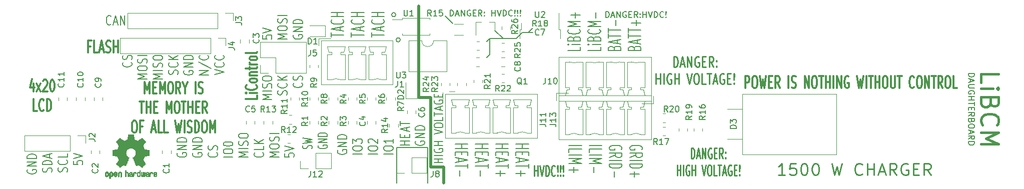
<source format=gto>
G04 #@! TF.GenerationSoftware,KiCad,Pcbnew,(5.1.9-0-10_14)*
G04 #@! TF.CreationDate,2023-02-12T16:19:48-05:00*
G04 #@! TF.ProjectId,LiBCM-Daughterboard,4c694243-4d2d-4446-9175-676874657262,A*
G04 #@! TF.SameCoordinates,Original*
G04 #@! TF.FileFunction,Legend,Top*
G04 #@! TF.FilePolarity,Positive*
%FSLAX46Y46*%
G04 Gerber Fmt 4.6, Leading zero omitted, Abs format (unit mm)*
G04 Created by KiCad (PCBNEW (5.1.9-0-10_14)) date 2023-02-12 16:19:48*
%MOMM*%
%LPD*%
G01*
G04 APERTURE LIST*
%ADD10C,0.300000*%
%ADD11C,0.200000*%
%ADD12C,0.500000*%
%ADD13C,0.150000*%
%ADD14C,0.250000*%
%ADD15C,0.400000*%
%ADD16C,0.010000*%
%ADD17C,0.120000*%
%ADD18C,3.000000*%
%ADD19O,1.700000X1.700000*%
%ADD20R,1.700000X1.700000*%
%ADD21R,0.800000X0.900000*%
%ADD22O,1.800000X3.600000*%
%ADD23R,1.200000X2.200000*%
%ADD24R,5.800000X6.400000*%
%ADD25R,1.500000X1.780000*%
%ADD26O,3.500000X3.500000*%
%ADD27R,2.000000X2.000000*%
%ADD28O,2.000000X2.000000*%
%ADD29C,3.200000*%
G04 APERTURE END LIST*
D10*
X117869047Y-140604761D02*
X117869047Y-138604761D01*
X118285714Y-140033333D01*
X118702380Y-138604761D01*
X118702380Y-140604761D01*
X119297619Y-139557142D02*
X119714285Y-139557142D01*
X119892857Y-140604761D02*
X119297619Y-140604761D01*
X119297619Y-138604761D01*
X119892857Y-138604761D01*
X120428571Y-140604761D02*
X120428571Y-138604761D01*
X120845238Y-140033333D01*
X121261904Y-138604761D01*
X121261904Y-140604761D01*
X122095238Y-138604761D02*
X122333333Y-138604761D01*
X122452380Y-138700000D01*
X122571428Y-138890476D01*
X122630952Y-139271428D01*
X122630952Y-139938095D01*
X122571428Y-140319047D01*
X122452380Y-140509523D01*
X122333333Y-140604761D01*
X122095238Y-140604761D01*
X121976190Y-140509523D01*
X121857142Y-140319047D01*
X121797619Y-139938095D01*
X121797619Y-139271428D01*
X121857142Y-138890476D01*
X121976190Y-138700000D01*
X122095238Y-138604761D01*
X123880952Y-140604761D02*
X123464285Y-139652380D01*
X123166666Y-140604761D02*
X123166666Y-138604761D01*
X123642857Y-138604761D01*
X123761904Y-138700000D01*
X123821428Y-138795238D01*
X123880952Y-138985714D01*
X123880952Y-139271428D01*
X123821428Y-139461904D01*
X123761904Y-139557142D01*
X123642857Y-139652380D01*
X123166666Y-139652380D01*
X124654761Y-139652380D02*
X124654761Y-140604761D01*
X124238095Y-138604761D02*
X124654761Y-139652380D01*
X125071428Y-138604761D01*
X126440476Y-140604761D02*
X126440476Y-138604761D01*
X126976190Y-140509523D02*
X127154761Y-140604761D01*
X127452380Y-140604761D01*
X127571428Y-140509523D01*
X127630952Y-140414285D01*
X127690476Y-140223809D01*
X127690476Y-140033333D01*
X127630952Y-139842857D01*
X127571428Y-139747619D01*
X127452380Y-139652380D01*
X127214285Y-139557142D01*
X127095238Y-139461904D01*
X127035714Y-139366666D01*
X126976190Y-139176190D01*
X126976190Y-138985714D01*
X127035714Y-138795238D01*
X127095238Y-138700000D01*
X127214285Y-138604761D01*
X127511904Y-138604761D01*
X127690476Y-138700000D01*
X117005952Y-141904761D02*
X117720238Y-141904761D01*
X117363095Y-143904761D02*
X117363095Y-141904761D01*
X118136904Y-143904761D02*
X118136904Y-141904761D01*
X118136904Y-142857142D02*
X118851190Y-142857142D01*
X118851190Y-143904761D02*
X118851190Y-141904761D01*
X119446428Y-142857142D02*
X119863095Y-142857142D01*
X120041666Y-143904761D02*
X119446428Y-143904761D01*
X119446428Y-141904761D01*
X120041666Y-141904761D01*
X121529761Y-143904761D02*
X121529761Y-141904761D01*
X121946428Y-143333333D01*
X122363095Y-141904761D01*
X122363095Y-143904761D01*
X123196428Y-141904761D02*
X123434523Y-141904761D01*
X123553571Y-142000000D01*
X123672619Y-142190476D01*
X123732142Y-142571428D01*
X123732142Y-143238095D01*
X123672619Y-143619047D01*
X123553571Y-143809523D01*
X123434523Y-143904761D01*
X123196428Y-143904761D01*
X123077380Y-143809523D01*
X122958333Y-143619047D01*
X122898809Y-143238095D01*
X122898809Y-142571428D01*
X122958333Y-142190476D01*
X123077380Y-142000000D01*
X123196428Y-141904761D01*
X124089285Y-141904761D02*
X124803571Y-141904761D01*
X124446428Y-143904761D02*
X124446428Y-141904761D01*
X125220238Y-143904761D02*
X125220238Y-141904761D01*
X125220238Y-142857142D02*
X125934523Y-142857142D01*
X125934523Y-143904761D02*
X125934523Y-141904761D01*
X126529761Y-142857142D02*
X126946428Y-142857142D01*
X127125000Y-143904761D02*
X126529761Y-143904761D01*
X126529761Y-141904761D01*
X127125000Y-141904761D01*
X128375000Y-143904761D02*
X127958333Y-142952380D01*
X127660714Y-143904761D02*
X127660714Y-141904761D01*
X128136904Y-141904761D01*
X128255952Y-142000000D01*
X128315476Y-142095238D01*
X128375000Y-142285714D01*
X128375000Y-142571428D01*
X128315476Y-142761904D01*
X128255952Y-142857142D01*
X128136904Y-142952380D01*
X127660714Y-142952380D01*
X115994047Y-145204761D02*
X116232142Y-145204761D01*
X116351190Y-145300000D01*
X116470238Y-145490476D01*
X116529761Y-145871428D01*
X116529761Y-146538095D01*
X116470238Y-146919047D01*
X116351190Y-147109523D01*
X116232142Y-147204761D01*
X115994047Y-147204761D01*
X115875000Y-147109523D01*
X115755952Y-146919047D01*
X115696428Y-146538095D01*
X115696428Y-145871428D01*
X115755952Y-145490476D01*
X115875000Y-145300000D01*
X115994047Y-145204761D01*
X117482142Y-146157142D02*
X117065476Y-146157142D01*
X117065476Y-147204761D02*
X117065476Y-145204761D01*
X117660714Y-145204761D01*
X119029761Y-146633333D02*
X119625000Y-146633333D01*
X118910714Y-147204761D02*
X119327380Y-145204761D01*
X119744047Y-147204761D01*
X120755952Y-147204761D02*
X120160714Y-147204761D01*
X120160714Y-145204761D01*
X121767857Y-147204761D02*
X121172619Y-147204761D01*
X121172619Y-145204761D01*
X123017857Y-145204761D02*
X123315476Y-147204761D01*
X123553571Y-145776190D01*
X123791666Y-147204761D01*
X124089285Y-145204761D01*
X124565476Y-147204761D02*
X124565476Y-145204761D01*
X125101190Y-147109523D02*
X125279761Y-147204761D01*
X125577380Y-147204761D01*
X125696428Y-147109523D01*
X125755952Y-147014285D01*
X125815476Y-146823809D01*
X125815476Y-146633333D01*
X125755952Y-146442857D01*
X125696428Y-146347619D01*
X125577380Y-146252380D01*
X125339285Y-146157142D01*
X125220238Y-146061904D01*
X125160714Y-145966666D01*
X125101190Y-145776190D01*
X125101190Y-145585714D01*
X125160714Y-145395238D01*
X125220238Y-145300000D01*
X125339285Y-145204761D01*
X125636904Y-145204761D01*
X125815476Y-145300000D01*
X126351190Y-147204761D02*
X126351190Y-145204761D01*
X126648809Y-145204761D01*
X126827380Y-145300000D01*
X126946428Y-145490476D01*
X127005952Y-145680952D01*
X127065476Y-146061904D01*
X127065476Y-146347619D01*
X127005952Y-146728571D01*
X126946428Y-146919047D01*
X126827380Y-147109523D01*
X126648809Y-147204761D01*
X126351190Y-147204761D01*
X127839285Y-145204761D02*
X128077380Y-145204761D01*
X128196428Y-145300000D01*
X128315476Y-145490476D01*
X128375000Y-145871428D01*
X128375000Y-146538095D01*
X128315476Y-146919047D01*
X128196428Y-147109523D01*
X128077380Y-147204761D01*
X127839285Y-147204761D01*
X127720238Y-147109523D01*
X127601190Y-146919047D01*
X127541666Y-146538095D01*
X127541666Y-145871428D01*
X127601190Y-145490476D01*
X127720238Y-145300000D01*
X127839285Y-145204761D01*
X128910714Y-147204761D02*
X128910714Y-145204761D01*
X129327380Y-146633333D01*
X129744047Y-145204761D01*
X129744047Y-147204761D01*
X219492619Y-139654761D02*
X219492619Y-137654761D01*
X219968809Y-137654761D01*
X220087857Y-137750000D01*
X220147380Y-137845238D01*
X220206904Y-138035714D01*
X220206904Y-138321428D01*
X220147380Y-138511904D01*
X220087857Y-138607142D01*
X219968809Y-138702380D01*
X219492619Y-138702380D01*
X220980714Y-137654761D02*
X221218809Y-137654761D01*
X221337857Y-137750000D01*
X221456904Y-137940476D01*
X221516428Y-138321428D01*
X221516428Y-138988095D01*
X221456904Y-139369047D01*
X221337857Y-139559523D01*
X221218809Y-139654761D01*
X220980714Y-139654761D01*
X220861666Y-139559523D01*
X220742619Y-139369047D01*
X220683095Y-138988095D01*
X220683095Y-138321428D01*
X220742619Y-137940476D01*
X220861666Y-137750000D01*
X220980714Y-137654761D01*
X221933095Y-137654761D02*
X222230714Y-139654761D01*
X222468809Y-138226190D01*
X222706904Y-139654761D01*
X223004523Y-137654761D01*
X223480714Y-138607142D02*
X223897380Y-138607142D01*
X224075952Y-139654761D02*
X223480714Y-139654761D01*
X223480714Y-137654761D01*
X224075952Y-137654761D01*
X225325952Y-139654761D02*
X224909285Y-138702380D01*
X224611666Y-139654761D02*
X224611666Y-137654761D01*
X225087857Y-137654761D01*
X225206904Y-137750000D01*
X225266428Y-137845238D01*
X225325952Y-138035714D01*
X225325952Y-138321428D01*
X225266428Y-138511904D01*
X225206904Y-138607142D01*
X225087857Y-138702380D01*
X224611666Y-138702380D01*
X226814047Y-139654761D02*
X226814047Y-137654761D01*
X227349761Y-139559523D02*
X227528333Y-139654761D01*
X227825952Y-139654761D01*
X227945000Y-139559523D01*
X228004523Y-139464285D01*
X228064047Y-139273809D01*
X228064047Y-139083333D01*
X228004523Y-138892857D01*
X227945000Y-138797619D01*
X227825952Y-138702380D01*
X227587857Y-138607142D01*
X227468809Y-138511904D01*
X227409285Y-138416666D01*
X227349761Y-138226190D01*
X227349761Y-138035714D01*
X227409285Y-137845238D01*
X227468809Y-137750000D01*
X227587857Y-137654761D01*
X227885476Y-137654761D01*
X228064047Y-137750000D01*
X229552142Y-139654761D02*
X229552142Y-137654761D01*
X230266428Y-139654761D01*
X230266428Y-137654761D01*
X231099761Y-137654761D02*
X231337857Y-137654761D01*
X231456904Y-137750000D01*
X231575952Y-137940476D01*
X231635476Y-138321428D01*
X231635476Y-138988095D01*
X231575952Y-139369047D01*
X231456904Y-139559523D01*
X231337857Y-139654761D01*
X231099761Y-139654761D01*
X230980714Y-139559523D01*
X230861666Y-139369047D01*
X230802142Y-138988095D01*
X230802142Y-138321428D01*
X230861666Y-137940476D01*
X230980714Y-137750000D01*
X231099761Y-137654761D01*
X231992619Y-137654761D02*
X232706904Y-137654761D01*
X232349761Y-139654761D02*
X232349761Y-137654761D01*
X233123571Y-139654761D02*
X233123571Y-137654761D01*
X233123571Y-138607142D02*
X233837857Y-138607142D01*
X233837857Y-139654761D02*
X233837857Y-137654761D01*
X234433095Y-139654761D02*
X234433095Y-137654761D01*
X235028333Y-139654761D02*
X235028333Y-137654761D01*
X235742619Y-139654761D01*
X235742619Y-137654761D01*
X236992619Y-137750000D02*
X236873571Y-137654761D01*
X236695000Y-137654761D01*
X236516428Y-137750000D01*
X236397380Y-137940476D01*
X236337857Y-138130952D01*
X236278333Y-138511904D01*
X236278333Y-138797619D01*
X236337857Y-139178571D01*
X236397380Y-139369047D01*
X236516428Y-139559523D01*
X236695000Y-139654761D01*
X236814047Y-139654761D01*
X236992619Y-139559523D01*
X237052142Y-139464285D01*
X237052142Y-138797619D01*
X236814047Y-138797619D01*
X238421190Y-137654761D02*
X238718809Y-139654761D01*
X238956904Y-138226190D01*
X239195000Y-139654761D01*
X239492619Y-137654761D01*
X239968809Y-139654761D02*
X239968809Y-137654761D01*
X240385476Y-137654761D02*
X241099761Y-137654761D01*
X240742619Y-139654761D02*
X240742619Y-137654761D01*
X241516428Y-139654761D02*
X241516428Y-137654761D01*
X241516428Y-138607142D02*
X242230714Y-138607142D01*
X242230714Y-139654761D02*
X242230714Y-137654761D01*
X243064047Y-137654761D02*
X243302142Y-137654761D01*
X243421190Y-137750000D01*
X243540238Y-137940476D01*
X243599761Y-138321428D01*
X243599761Y-138988095D01*
X243540238Y-139369047D01*
X243421190Y-139559523D01*
X243302142Y-139654761D01*
X243064047Y-139654761D01*
X242945000Y-139559523D01*
X242825952Y-139369047D01*
X242766428Y-138988095D01*
X242766428Y-138321428D01*
X242825952Y-137940476D01*
X242945000Y-137750000D01*
X243064047Y-137654761D01*
X244135476Y-137654761D02*
X244135476Y-139273809D01*
X244195000Y-139464285D01*
X244254523Y-139559523D01*
X244373571Y-139654761D01*
X244611666Y-139654761D01*
X244730714Y-139559523D01*
X244790238Y-139464285D01*
X244849761Y-139273809D01*
X244849761Y-137654761D01*
X245266428Y-137654761D02*
X245980714Y-137654761D01*
X245623571Y-139654761D02*
X245623571Y-137654761D01*
X248064047Y-139464285D02*
X248004523Y-139559523D01*
X247825952Y-139654761D01*
X247706904Y-139654761D01*
X247528333Y-139559523D01*
X247409285Y-139369047D01*
X247349761Y-139178571D01*
X247290238Y-138797619D01*
X247290238Y-138511904D01*
X247349761Y-138130952D01*
X247409285Y-137940476D01*
X247528333Y-137750000D01*
X247706904Y-137654761D01*
X247825952Y-137654761D01*
X248004523Y-137750000D01*
X248064047Y-137845238D01*
X248837857Y-137654761D02*
X249075952Y-137654761D01*
X249195000Y-137750000D01*
X249314047Y-137940476D01*
X249373571Y-138321428D01*
X249373571Y-138988095D01*
X249314047Y-139369047D01*
X249195000Y-139559523D01*
X249075952Y-139654761D01*
X248837857Y-139654761D01*
X248718809Y-139559523D01*
X248599761Y-139369047D01*
X248540238Y-138988095D01*
X248540238Y-138321428D01*
X248599761Y-137940476D01*
X248718809Y-137750000D01*
X248837857Y-137654761D01*
X249909285Y-139654761D02*
X249909285Y-137654761D01*
X250623571Y-139654761D01*
X250623571Y-137654761D01*
X251040238Y-137654761D02*
X251754523Y-137654761D01*
X251397380Y-139654761D02*
X251397380Y-137654761D01*
X252885476Y-139654761D02*
X252468809Y-138702380D01*
X252171190Y-139654761D02*
X252171190Y-137654761D01*
X252647380Y-137654761D01*
X252766428Y-137750000D01*
X252825952Y-137845238D01*
X252885476Y-138035714D01*
X252885476Y-138321428D01*
X252825952Y-138511904D01*
X252766428Y-138607142D01*
X252647380Y-138702380D01*
X252171190Y-138702380D01*
X253659285Y-137654761D02*
X253897380Y-137654761D01*
X254016428Y-137750000D01*
X254135476Y-137940476D01*
X254195000Y-138321428D01*
X254195000Y-138988095D01*
X254135476Y-139369047D01*
X254016428Y-139559523D01*
X253897380Y-139654761D01*
X253659285Y-139654761D01*
X253540238Y-139559523D01*
X253421190Y-139369047D01*
X253361666Y-138988095D01*
X253361666Y-138321428D01*
X253421190Y-137940476D01*
X253540238Y-137750000D01*
X253659285Y-137654761D01*
X255325952Y-139654761D02*
X254730714Y-139654761D01*
X254730714Y-137654761D01*
X99041666Y-138921428D02*
X99041666Y-140254761D01*
X98744047Y-138159523D02*
X98446428Y-139588095D01*
X99220238Y-139588095D01*
X99577380Y-140254761D02*
X100232142Y-138921428D01*
X99577380Y-138921428D02*
X100232142Y-140254761D01*
X100648809Y-138445238D02*
X100708333Y-138350000D01*
X100827380Y-138254761D01*
X101125000Y-138254761D01*
X101244047Y-138350000D01*
X101303571Y-138445238D01*
X101363095Y-138635714D01*
X101363095Y-138826190D01*
X101303571Y-139111904D01*
X100589285Y-140254761D01*
X101363095Y-140254761D01*
X102136904Y-138254761D02*
X102255952Y-138254761D01*
X102375000Y-138350000D01*
X102434523Y-138445238D01*
X102494047Y-138635714D01*
X102553571Y-139016666D01*
X102553571Y-139492857D01*
X102494047Y-139873809D01*
X102434523Y-140064285D01*
X102375000Y-140159523D01*
X102255952Y-140254761D01*
X102136904Y-140254761D01*
X102017857Y-140159523D01*
X101958333Y-140064285D01*
X101898809Y-139873809D01*
X101839285Y-139492857D01*
X101839285Y-139016666D01*
X101898809Y-138635714D01*
X101958333Y-138445238D01*
X102017857Y-138350000D01*
X102136904Y-138254761D01*
X99636904Y-143554761D02*
X99041666Y-143554761D01*
X99041666Y-141554761D01*
X100767857Y-143364285D02*
X100708333Y-143459523D01*
X100529761Y-143554761D01*
X100410714Y-143554761D01*
X100232142Y-143459523D01*
X100113095Y-143269047D01*
X100053571Y-143078571D01*
X99994047Y-142697619D01*
X99994047Y-142411904D01*
X100053571Y-142030952D01*
X100113095Y-141840476D01*
X100232142Y-141650000D01*
X100410714Y-141554761D01*
X100529761Y-141554761D01*
X100708333Y-141650000D01*
X100767857Y-141745238D01*
X101303571Y-143554761D02*
X101303571Y-141554761D01*
X101601190Y-141554761D01*
X101779761Y-141650000D01*
X101898809Y-141840476D01*
X101958333Y-142030952D01*
X102017857Y-142411904D01*
X102017857Y-142697619D01*
X101958333Y-143078571D01*
X101898809Y-143269047D01*
X101779761Y-143459523D01*
X101601190Y-143554761D01*
X101303571Y-143554761D01*
D11*
X115521428Y-135308571D02*
X115597619Y-135368095D01*
X115673809Y-135546666D01*
X115673809Y-135665714D01*
X115597619Y-135844285D01*
X115445238Y-135963333D01*
X115292857Y-136022857D01*
X114988095Y-136082380D01*
X114759523Y-136082380D01*
X114454761Y-136022857D01*
X114302380Y-135963333D01*
X114150000Y-135844285D01*
X114073809Y-135665714D01*
X114073809Y-135546666D01*
X114150000Y-135368095D01*
X114226190Y-135308571D01*
X115597619Y-134832380D02*
X115673809Y-134653809D01*
X115673809Y-134356190D01*
X115597619Y-134237142D01*
X115521428Y-134177619D01*
X115369047Y-134118095D01*
X115216666Y-134118095D01*
X115064285Y-134177619D01*
X114988095Y-134237142D01*
X114911904Y-134356190D01*
X114835714Y-134594285D01*
X114759523Y-134713333D01*
X114683333Y-134772857D01*
X114530952Y-134832380D01*
X114378571Y-134832380D01*
X114226190Y-134772857D01*
X114150000Y-134713333D01*
X114073809Y-134594285D01*
X114073809Y-134296666D01*
X114150000Y-134118095D01*
X118273809Y-138106190D02*
X116673809Y-138106190D01*
X117816666Y-137689523D01*
X116673809Y-137272857D01*
X118273809Y-137272857D01*
X116673809Y-136439523D02*
X116673809Y-136201428D01*
X116750000Y-136082380D01*
X116902380Y-135963333D01*
X117207142Y-135903809D01*
X117740476Y-135903809D01*
X118045238Y-135963333D01*
X118197619Y-136082380D01*
X118273809Y-136201428D01*
X118273809Y-136439523D01*
X118197619Y-136558571D01*
X118045238Y-136677619D01*
X117740476Y-136737142D01*
X117207142Y-136737142D01*
X116902380Y-136677619D01*
X116750000Y-136558571D01*
X116673809Y-136439523D01*
X118197619Y-135427619D02*
X118273809Y-135249047D01*
X118273809Y-134951428D01*
X118197619Y-134832380D01*
X118121428Y-134772857D01*
X117969047Y-134713333D01*
X117816666Y-134713333D01*
X117664285Y-134772857D01*
X117588095Y-134832380D01*
X117511904Y-134951428D01*
X117435714Y-135189523D01*
X117359523Y-135308571D01*
X117283333Y-135368095D01*
X117130952Y-135427619D01*
X116978571Y-135427619D01*
X116826190Y-135368095D01*
X116750000Y-135308571D01*
X116673809Y-135189523D01*
X116673809Y-134891904D01*
X116750000Y-134713333D01*
X118273809Y-134177619D02*
X116673809Y-134177619D01*
X120873809Y-138106190D02*
X119273809Y-138106190D01*
X120416666Y-137689523D01*
X119273809Y-137272857D01*
X120873809Y-137272857D01*
X120873809Y-136677619D02*
X119273809Y-136677619D01*
X120797619Y-136141904D02*
X120873809Y-135963333D01*
X120873809Y-135665714D01*
X120797619Y-135546666D01*
X120721428Y-135487142D01*
X120569047Y-135427619D01*
X120416666Y-135427619D01*
X120264285Y-135487142D01*
X120188095Y-135546666D01*
X120111904Y-135665714D01*
X120035714Y-135903809D01*
X119959523Y-136022857D01*
X119883333Y-136082380D01*
X119730952Y-136141904D01*
X119578571Y-136141904D01*
X119426190Y-136082380D01*
X119350000Y-136022857D01*
X119273809Y-135903809D01*
X119273809Y-135606190D01*
X119350000Y-135427619D01*
X119273809Y-134653809D02*
X119273809Y-134415714D01*
X119350000Y-134296666D01*
X119502380Y-134177619D01*
X119807142Y-134118095D01*
X120340476Y-134118095D01*
X120645238Y-134177619D01*
X120797619Y-134296666D01*
X120873809Y-134415714D01*
X120873809Y-134653809D01*
X120797619Y-134772857D01*
X120645238Y-134891904D01*
X120340476Y-134951428D01*
X119807142Y-134951428D01*
X119502380Y-134891904D01*
X119350000Y-134772857D01*
X119273809Y-134653809D01*
X123397619Y-137332380D02*
X123473809Y-137153809D01*
X123473809Y-136856190D01*
X123397619Y-136737142D01*
X123321428Y-136677619D01*
X123169047Y-136618095D01*
X123016666Y-136618095D01*
X122864285Y-136677619D01*
X122788095Y-136737142D01*
X122711904Y-136856190D01*
X122635714Y-137094285D01*
X122559523Y-137213333D01*
X122483333Y-137272857D01*
X122330952Y-137332380D01*
X122178571Y-137332380D01*
X122026190Y-137272857D01*
X121950000Y-137213333D01*
X121873809Y-137094285D01*
X121873809Y-136796666D01*
X121950000Y-136618095D01*
X123321428Y-135368095D02*
X123397619Y-135427619D01*
X123473809Y-135606190D01*
X123473809Y-135725238D01*
X123397619Y-135903809D01*
X123245238Y-136022857D01*
X123092857Y-136082380D01*
X122788095Y-136141904D01*
X122559523Y-136141904D01*
X122254761Y-136082380D01*
X122102380Y-136022857D01*
X121950000Y-135903809D01*
X121873809Y-135725238D01*
X121873809Y-135606190D01*
X121950000Y-135427619D01*
X122026190Y-135368095D01*
X123473809Y-134832380D02*
X121873809Y-134832380D01*
X123473809Y-134118095D02*
X122559523Y-134653809D01*
X121873809Y-134118095D02*
X122788095Y-134832380D01*
X124550000Y-136737142D02*
X124473809Y-136856190D01*
X124473809Y-137034761D01*
X124550000Y-137213333D01*
X124702380Y-137332380D01*
X124854761Y-137391904D01*
X125159523Y-137451428D01*
X125388095Y-137451428D01*
X125692857Y-137391904D01*
X125845238Y-137332380D01*
X125997619Y-137213333D01*
X126073809Y-137034761D01*
X126073809Y-136915714D01*
X125997619Y-136737142D01*
X125921428Y-136677619D01*
X125388095Y-136677619D01*
X125388095Y-136915714D01*
X126073809Y-136141904D02*
X124473809Y-136141904D01*
X126073809Y-135427619D01*
X124473809Y-135427619D01*
X126073809Y-134832380D02*
X124473809Y-134832380D01*
X124473809Y-134534761D01*
X124550000Y-134356190D01*
X124702380Y-134237142D01*
X124854761Y-134177619D01*
X125159523Y-134118095D01*
X125388095Y-134118095D01*
X125692857Y-134177619D01*
X125845238Y-134237142D01*
X125997619Y-134356190D01*
X126073809Y-134534761D01*
X126073809Y-134832380D01*
X128673809Y-137451428D02*
X127073809Y-137451428D01*
X128673809Y-136737142D01*
X127073809Y-136737142D01*
X126997619Y-135249047D02*
X129054761Y-136320476D01*
X128521428Y-134118095D02*
X128597619Y-134177619D01*
X128673809Y-134356190D01*
X128673809Y-134475238D01*
X128597619Y-134653809D01*
X128445238Y-134772857D01*
X128292857Y-134832380D01*
X127988095Y-134891904D01*
X127759523Y-134891904D01*
X127454761Y-134832380D01*
X127302380Y-134772857D01*
X127150000Y-134653809D01*
X127073809Y-134475238D01*
X127073809Y-134356190D01*
X127150000Y-134177619D01*
X127226190Y-134118095D01*
X129673809Y-137332380D02*
X131273809Y-136915714D01*
X129673809Y-136499047D01*
X131121428Y-135368095D02*
X131197619Y-135427619D01*
X131273809Y-135606190D01*
X131273809Y-135725238D01*
X131197619Y-135903809D01*
X131045238Y-136022857D01*
X130892857Y-136082380D01*
X130588095Y-136141904D01*
X130359523Y-136141904D01*
X130054761Y-136082380D01*
X129902380Y-136022857D01*
X129750000Y-135903809D01*
X129673809Y-135725238D01*
X129673809Y-135606190D01*
X129750000Y-135427619D01*
X129826190Y-135368095D01*
X131121428Y-134118095D02*
X131197619Y-134177619D01*
X131273809Y-134356190D01*
X131273809Y-134475238D01*
X131197619Y-134653809D01*
X131045238Y-134772857D01*
X130892857Y-134832380D01*
X130588095Y-134891904D01*
X130359523Y-134891904D01*
X130054761Y-134832380D01*
X129902380Y-134772857D01*
X129750000Y-134653809D01*
X129673809Y-134475238D01*
X129673809Y-134356190D01*
X129750000Y-134177619D01*
X129826190Y-134118095D01*
X112141904Y-128821428D02*
X112082380Y-128897619D01*
X111903809Y-128973809D01*
X111784761Y-128973809D01*
X111606190Y-128897619D01*
X111487142Y-128745238D01*
X111427619Y-128592857D01*
X111368095Y-128288095D01*
X111368095Y-128059523D01*
X111427619Y-127754761D01*
X111487142Y-127602380D01*
X111606190Y-127450000D01*
X111784761Y-127373809D01*
X111903809Y-127373809D01*
X112082380Y-127450000D01*
X112141904Y-127526190D01*
X112618095Y-128516666D02*
X113213333Y-128516666D01*
X112499047Y-128973809D02*
X112915714Y-127373809D01*
X113332380Y-128973809D01*
X113749047Y-128973809D02*
X113749047Y-127373809D01*
X114463333Y-128973809D01*
X114463333Y-127373809D01*
D10*
X108659285Y-132607142D02*
X108242619Y-132607142D01*
X108242619Y-133654761D02*
X108242619Y-131654761D01*
X108837857Y-131654761D01*
X109909285Y-133654761D02*
X109314047Y-133654761D01*
X109314047Y-131654761D01*
X110266428Y-133083333D02*
X110861666Y-133083333D01*
X110147380Y-133654761D02*
X110564047Y-131654761D01*
X110980714Y-133654761D01*
X111337857Y-133559523D02*
X111516428Y-133654761D01*
X111814047Y-133654761D01*
X111933095Y-133559523D01*
X111992619Y-133464285D01*
X112052142Y-133273809D01*
X112052142Y-133083333D01*
X111992619Y-132892857D01*
X111933095Y-132797619D01*
X111814047Y-132702380D01*
X111575952Y-132607142D01*
X111456904Y-132511904D01*
X111397380Y-132416666D01*
X111337857Y-132226190D01*
X111337857Y-132035714D01*
X111397380Y-131845238D01*
X111456904Y-131750000D01*
X111575952Y-131654761D01*
X111873571Y-131654761D01*
X112052142Y-131750000D01*
X112587857Y-133654761D02*
X112587857Y-131654761D01*
X112587857Y-132607142D02*
X113302142Y-132607142D01*
X113302142Y-133654761D02*
X113302142Y-131654761D01*
D11*
X98050000Y-153487142D02*
X97973809Y-153606190D01*
X97973809Y-153784761D01*
X98050000Y-153963333D01*
X98202380Y-154082380D01*
X98354761Y-154141904D01*
X98659523Y-154201428D01*
X98888095Y-154201428D01*
X99192857Y-154141904D01*
X99345238Y-154082380D01*
X99497619Y-153963333D01*
X99573809Y-153784761D01*
X99573809Y-153665714D01*
X99497619Y-153487142D01*
X99421428Y-153427619D01*
X98888095Y-153427619D01*
X98888095Y-153665714D01*
X99573809Y-152891904D02*
X97973809Y-152891904D01*
X99573809Y-152177619D01*
X97973809Y-152177619D01*
X99573809Y-151582380D02*
X97973809Y-151582380D01*
X97973809Y-151284761D01*
X98050000Y-151106190D01*
X98202380Y-150987142D01*
X98354761Y-150927619D01*
X98659523Y-150868095D01*
X98888095Y-150868095D01*
X99192857Y-150927619D01*
X99345238Y-150987142D01*
X99497619Y-151106190D01*
X99573809Y-151284761D01*
X99573809Y-151582380D01*
X102097619Y-153903809D02*
X102173809Y-153725238D01*
X102173809Y-153427619D01*
X102097619Y-153308571D01*
X102021428Y-153249047D01*
X101869047Y-153189523D01*
X101716666Y-153189523D01*
X101564285Y-153249047D01*
X101488095Y-153308571D01*
X101411904Y-153427619D01*
X101335714Y-153665714D01*
X101259523Y-153784761D01*
X101183333Y-153844285D01*
X101030952Y-153903809D01*
X100878571Y-153903809D01*
X100726190Y-153844285D01*
X100650000Y-153784761D01*
X100573809Y-153665714D01*
X100573809Y-153368095D01*
X100650000Y-153189523D01*
X102173809Y-152653809D02*
X100573809Y-152653809D01*
X100573809Y-152356190D01*
X100650000Y-152177619D01*
X100802380Y-152058571D01*
X100954761Y-151999047D01*
X101259523Y-151939523D01*
X101488095Y-151939523D01*
X101792857Y-151999047D01*
X101945238Y-152058571D01*
X102097619Y-152177619D01*
X102173809Y-152356190D01*
X102173809Y-152653809D01*
X101716666Y-151463333D02*
X101716666Y-150868095D01*
X102173809Y-151582380D02*
X100573809Y-151165714D01*
X102173809Y-150749047D01*
X104697619Y-153844285D02*
X104773809Y-153665714D01*
X104773809Y-153368095D01*
X104697619Y-153249047D01*
X104621428Y-153189523D01*
X104469047Y-153130000D01*
X104316666Y-153130000D01*
X104164285Y-153189523D01*
X104088095Y-153249047D01*
X104011904Y-153368095D01*
X103935714Y-153606190D01*
X103859523Y-153725238D01*
X103783333Y-153784761D01*
X103630952Y-153844285D01*
X103478571Y-153844285D01*
X103326190Y-153784761D01*
X103250000Y-153725238D01*
X103173809Y-153606190D01*
X103173809Y-153308571D01*
X103250000Y-153130000D01*
X104621428Y-151880000D02*
X104697619Y-151939523D01*
X104773809Y-152118095D01*
X104773809Y-152237142D01*
X104697619Y-152415714D01*
X104545238Y-152534761D01*
X104392857Y-152594285D01*
X104088095Y-152653809D01*
X103859523Y-152653809D01*
X103554761Y-152594285D01*
X103402380Y-152534761D01*
X103250000Y-152415714D01*
X103173809Y-152237142D01*
X103173809Y-152118095D01*
X103250000Y-151939523D01*
X103326190Y-151880000D01*
X104773809Y-150749047D02*
X104773809Y-151344285D01*
X103173809Y-151344285D01*
X105773809Y-151999047D02*
X105773809Y-152594285D01*
X106535714Y-152653809D01*
X106459523Y-152594285D01*
X106383333Y-152475238D01*
X106383333Y-152177619D01*
X106459523Y-152058571D01*
X106535714Y-151999047D01*
X106688095Y-151939523D01*
X107069047Y-151939523D01*
X107221428Y-151999047D01*
X107297619Y-152058571D01*
X107373809Y-152177619D01*
X107373809Y-152475238D01*
X107297619Y-152594285D01*
X107221428Y-152653809D01*
X105773809Y-151582380D02*
X107373809Y-151165714D01*
X105773809Y-150749047D01*
D12*
X168500000Y-153000000D02*
X168500000Y-155750000D01*
X166250000Y-153000000D02*
X168500000Y-153000000D01*
D11*
X146097619Y-149929523D02*
X146173809Y-149786666D01*
X146173809Y-149548571D01*
X146097619Y-149453333D01*
X146021428Y-149405714D01*
X145869047Y-149358095D01*
X145716666Y-149358095D01*
X145564285Y-149405714D01*
X145488095Y-149453333D01*
X145411904Y-149548571D01*
X145335714Y-149739047D01*
X145259523Y-149834285D01*
X145183333Y-149881904D01*
X145030952Y-149929523D01*
X144878571Y-149929523D01*
X144726190Y-149881904D01*
X144650000Y-149834285D01*
X144573809Y-149739047D01*
X144573809Y-149500952D01*
X144650000Y-149358095D01*
X144573809Y-149024761D02*
X146173809Y-148786666D01*
X145030952Y-148596190D01*
X146173809Y-148405714D01*
X144573809Y-148167619D01*
X147250000Y-149358095D02*
X147173809Y-149453333D01*
X147173809Y-149596190D01*
X147250000Y-149739047D01*
X147402380Y-149834285D01*
X147554761Y-149881904D01*
X147859523Y-149929523D01*
X148088095Y-149929523D01*
X148392857Y-149881904D01*
X148545238Y-149834285D01*
X148697619Y-149739047D01*
X148773809Y-149596190D01*
X148773809Y-149500952D01*
X148697619Y-149358095D01*
X148621428Y-149310476D01*
X148088095Y-149310476D01*
X148088095Y-149500952D01*
X148773809Y-148881904D02*
X147173809Y-148881904D01*
X148773809Y-148310476D01*
X147173809Y-148310476D01*
X148773809Y-147834285D02*
X147173809Y-147834285D01*
X147173809Y-147596190D01*
X147250000Y-147453333D01*
X147402380Y-147358095D01*
X147554761Y-147310476D01*
X147859523Y-147262857D01*
X148088095Y-147262857D01*
X148392857Y-147310476D01*
X148545238Y-147358095D01*
X148697619Y-147453333D01*
X148773809Y-147596190D01*
X148773809Y-147834285D01*
D12*
X166250000Y-141250000D02*
X166250000Y-153000000D01*
X164250000Y-141250000D02*
X166250000Y-141250000D01*
X164250000Y-125750000D02*
X164250000Y-141250000D01*
D13*
X168750000Y-127500000D02*
X170000000Y-128750000D01*
X169547619Y-127452380D02*
X169547619Y-126452380D01*
X169785714Y-126452380D01*
X169928571Y-126500000D01*
X170023809Y-126595238D01*
X170071428Y-126690476D01*
X170119047Y-126880952D01*
X170119047Y-127023809D01*
X170071428Y-127214285D01*
X170023809Y-127309523D01*
X169928571Y-127404761D01*
X169785714Y-127452380D01*
X169547619Y-127452380D01*
X170500000Y-127166666D02*
X170976190Y-127166666D01*
X170404761Y-127452380D02*
X170738095Y-126452380D01*
X171071428Y-127452380D01*
X171404761Y-127452380D02*
X171404761Y-126452380D01*
X171976190Y-127452380D01*
X171976190Y-126452380D01*
X172976190Y-126500000D02*
X172880952Y-126452380D01*
X172738095Y-126452380D01*
X172595238Y-126500000D01*
X172500000Y-126595238D01*
X172452380Y-126690476D01*
X172404761Y-126880952D01*
X172404761Y-127023809D01*
X172452380Y-127214285D01*
X172500000Y-127309523D01*
X172595238Y-127404761D01*
X172738095Y-127452380D01*
X172833333Y-127452380D01*
X172976190Y-127404761D01*
X173023809Y-127357142D01*
X173023809Y-127023809D01*
X172833333Y-127023809D01*
X173452380Y-126928571D02*
X173785714Y-126928571D01*
X173928571Y-127452380D02*
X173452380Y-127452380D01*
X173452380Y-126452380D01*
X173928571Y-126452380D01*
X174928571Y-127452380D02*
X174595238Y-126976190D01*
X174357142Y-127452380D02*
X174357142Y-126452380D01*
X174738095Y-126452380D01*
X174833333Y-126500000D01*
X174880952Y-126547619D01*
X174928571Y-126642857D01*
X174928571Y-126785714D01*
X174880952Y-126880952D01*
X174833333Y-126928571D01*
X174738095Y-126976190D01*
X174357142Y-126976190D01*
X175357142Y-127357142D02*
X175404761Y-127404761D01*
X175357142Y-127452380D01*
X175309523Y-127404761D01*
X175357142Y-127357142D01*
X175357142Y-127452380D01*
X175357142Y-126833333D02*
X175404761Y-126880952D01*
X175357142Y-126928571D01*
X175309523Y-126880952D01*
X175357142Y-126833333D01*
X175357142Y-126928571D01*
X176595238Y-127452380D02*
X176595238Y-126452380D01*
X176595238Y-126928571D02*
X177166666Y-126928571D01*
X177166666Y-127452380D02*
X177166666Y-126452380D01*
X177500000Y-126452380D02*
X177833333Y-127452380D01*
X178166666Y-126452380D01*
X178500000Y-127452380D02*
X178500000Y-126452380D01*
X178738095Y-126452380D01*
X178880952Y-126500000D01*
X178976190Y-126595238D01*
X179023809Y-126690476D01*
X179071428Y-126880952D01*
X179071428Y-127023809D01*
X179023809Y-127214285D01*
X178976190Y-127309523D01*
X178880952Y-127404761D01*
X178738095Y-127452380D01*
X178500000Y-127452380D01*
X180071428Y-127357142D02*
X180023809Y-127404761D01*
X179880952Y-127452380D01*
X179785714Y-127452380D01*
X179642857Y-127404761D01*
X179547619Y-127309523D01*
X179500000Y-127214285D01*
X179452380Y-127023809D01*
X179452380Y-126880952D01*
X179500000Y-126690476D01*
X179547619Y-126595238D01*
X179642857Y-126500000D01*
X179785714Y-126452380D01*
X179880952Y-126452380D01*
X180023809Y-126500000D01*
X180071428Y-126547619D01*
X180500000Y-127357142D02*
X180547619Y-127404761D01*
X180500000Y-127452380D01*
X180452380Y-127404761D01*
X180500000Y-127357142D01*
X180500000Y-127452380D01*
X180500000Y-127071428D02*
X180452380Y-126500000D01*
X180500000Y-126452380D01*
X180547619Y-126500000D01*
X180500000Y-127071428D01*
X180500000Y-126452380D01*
X180976190Y-127357142D02*
X181023809Y-127404761D01*
X180976190Y-127452380D01*
X180928571Y-127404761D01*
X180976190Y-127357142D01*
X180976190Y-127452380D01*
X180976190Y-127071428D02*
X180928571Y-126500000D01*
X180976190Y-126452380D01*
X181023809Y-126500000D01*
X180976190Y-127071428D01*
X180976190Y-126452380D01*
X181452380Y-127357142D02*
X181500000Y-127404761D01*
X181452380Y-127452380D01*
X181404761Y-127404761D01*
X181452380Y-127357142D01*
X181452380Y-127452380D01*
X181452380Y-127071428D02*
X181404761Y-126500000D01*
X181452380Y-126452380D01*
X181500000Y-126500000D01*
X181452380Y-127071428D01*
X181452380Y-126452380D01*
X177080000Y-129950000D02*
X178500000Y-131250000D01*
D14*
X183821428Y-154541666D02*
X183821428Y-152791666D01*
X183821428Y-153625000D02*
X184392857Y-153625000D01*
X184392857Y-154541666D02*
X184392857Y-152791666D01*
X184726190Y-152791666D02*
X185059523Y-154541666D01*
X185392857Y-152791666D01*
X185726190Y-154541666D02*
X185726190Y-152791666D01*
X185964285Y-152791666D01*
X186107142Y-152875000D01*
X186202380Y-153041666D01*
X186250000Y-153208333D01*
X186297619Y-153541666D01*
X186297619Y-153791666D01*
X186250000Y-154125000D01*
X186202380Y-154291666D01*
X186107142Y-154458333D01*
X185964285Y-154541666D01*
X185726190Y-154541666D01*
X187297619Y-154375000D02*
X187250000Y-154458333D01*
X187107142Y-154541666D01*
X187011904Y-154541666D01*
X186869047Y-154458333D01*
X186773809Y-154291666D01*
X186726190Y-154125000D01*
X186678571Y-153791666D01*
X186678571Y-153541666D01*
X186726190Y-153208333D01*
X186773809Y-153041666D01*
X186869047Y-152875000D01*
X187011904Y-152791666D01*
X187107142Y-152791666D01*
X187250000Y-152875000D01*
X187297619Y-152958333D01*
X187726190Y-154375000D02*
X187773809Y-154458333D01*
X187726190Y-154541666D01*
X187678571Y-154458333D01*
X187726190Y-154375000D01*
X187726190Y-154541666D01*
X187726190Y-153875000D02*
X187678571Y-152875000D01*
X187726190Y-152791666D01*
X187773809Y-152875000D01*
X187726190Y-153875000D01*
X187726190Y-152791666D01*
X188202380Y-154375000D02*
X188250000Y-154458333D01*
X188202380Y-154541666D01*
X188154761Y-154458333D01*
X188202380Y-154375000D01*
X188202380Y-154541666D01*
X188202380Y-153875000D02*
X188154761Y-152875000D01*
X188202380Y-152791666D01*
X188250000Y-152875000D01*
X188202380Y-153875000D01*
X188202380Y-152791666D01*
X188678571Y-154375000D02*
X188726190Y-154458333D01*
X188678571Y-154541666D01*
X188630952Y-154458333D01*
X188678571Y-154375000D01*
X188678571Y-154541666D01*
X188678571Y-153875000D02*
X188630952Y-152875000D01*
X188678571Y-152791666D01*
X188726190Y-152875000D01*
X188678571Y-153875000D01*
X188678571Y-152791666D01*
X210345238Y-151604166D02*
X210345238Y-149854166D01*
X210583333Y-149854166D01*
X210726190Y-149937500D01*
X210821428Y-150104166D01*
X210869047Y-150270833D01*
X210916666Y-150604166D01*
X210916666Y-150854166D01*
X210869047Y-151187500D01*
X210821428Y-151354166D01*
X210726190Y-151520833D01*
X210583333Y-151604166D01*
X210345238Y-151604166D01*
X211297619Y-151104166D02*
X211773809Y-151104166D01*
X211202380Y-151604166D02*
X211535714Y-149854166D01*
X211869047Y-151604166D01*
X212202380Y-151604166D02*
X212202380Y-149854166D01*
X212773809Y-151604166D01*
X212773809Y-149854166D01*
X213773809Y-149937500D02*
X213678571Y-149854166D01*
X213535714Y-149854166D01*
X213392857Y-149937500D01*
X213297619Y-150104166D01*
X213250000Y-150270833D01*
X213202380Y-150604166D01*
X213202380Y-150854166D01*
X213250000Y-151187500D01*
X213297619Y-151354166D01*
X213392857Y-151520833D01*
X213535714Y-151604166D01*
X213630952Y-151604166D01*
X213773809Y-151520833D01*
X213821428Y-151437500D01*
X213821428Y-150854166D01*
X213630952Y-150854166D01*
X214250000Y-150687500D02*
X214583333Y-150687500D01*
X214726190Y-151604166D02*
X214250000Y-151604166D01*
X214250000Y-149854166D01*
X214726190Y-149854166D01*
X215726190Y-151604166D02*
X215392857Y-150770833D01*
X215154761Y-151604166D02*
X215154761Y-149854166D01*
X215535714Y-149854166D01*
X215630952Y-149937500D01*
X215678571Y-150020833D01*
X215726190Y-150187500D01*
X215726190Y-150437500D01*
X215678571Y-150604166D01*
X215630952Y-150687500D01*
X215535714Y-150770833D01*
X215154761Y-150770833D01*
X216154761Y-151437500D02*
X216202380Y-151520833D01*
X216154761Y-151604166D01*
X216107142Y-151520833D01*
X216154761Y-151437500D01*
X216154761Y-151604166D01*
X216154761Y-150520833D02*
X216202380Y-150604166D01*
X216154761Y-150687500D01*
X216107142Y-150604166D01*
X216154761Y-150520833D01*
X216154761Y-150687500D01*
X207964285Y-154479166D02*
X207964285Y-152729166D01*
X207964285Y-153562500D02*
X208535714Y-153562500D01*
X208535714Y-154479166D02*
X208535714Y-152729166D01*
X209011904Y-154479166D02*
X209011904Y-152729166D01*
X210011904Y-152812500D02*
X209916666Y-152729166D01*
X209773809Y-152729166D01*
X209630952Y-152812500D01*
X209535714Y-152979166D01*
X209488095Y-153145833D01*
X209440476Y-153479166D01*
X209440476Y-153729166D01*
X209488095Y-154062500D01*
X209535714Y-154229166D01*
X209630952Y-154395833D01*
X209773809Y-154479166D01*
X209869047Y-154479166D01*
X210011904Y-154395833D01*
X210059523Y-154312500D01*
X210059523Y-153729166D01*
X209869047Y-153729166D01*
X210488095Y-154479166D02*
X210488095Y-152729166D01*
X210488095Y-153562500D02*
X211059523Y-153562500D01*
X211059523Y-154479166D02*
X211059523Y-152729166D01*
X212154761Y-152729166D02*
X212488095Y-154479166D01*
X212821428Y-152729166D01*
X213345238Y-152729166D02*
X213535714Y-152729166D01*
X213630952Y-152812500D01*
X213726190Y-152979166D01*
X213773809Y-153312500D01*
X213773809Y-153895833D01*
X213726190Y-154229166D01*
X213630952Y-154395833D01*
X213535714Y-154479166D01*
X213345238Y-154479166D01*
X213250000Y-154395833D01*
X213154761Y-154229166D01*
X213107142Y-153895833D01*
X213107142Y-153312500D01*
X213154761Y-152979166D01*
X213250000Y-152812500D01*
X213345238Y-152729166D01*
X214678571Y-154479166D02*
X214202380Y-154479166D01*
X214202380Y-152729166D01*
X214869047Y-152729166D02*
X215440476Y-152729166D01*
X215154761Y-154479166D02*
X215154761Y-152729166D01*
X215726190Y-153979166D02*
X216202380Y-153979166D01*
X215630952Y-154479166D02*
X215964285Y-152729166D01*
X216297619Y-154479166D01*
X217154761Y-152812500D02*
X217059523Y-152729166D01*
X216916666Y-152729166D01*
X216773809Y-152812500D01*
X216678571Y-152979166D01*
X216630952Y-153145833D01*
X216583333Y-153479166D01*
X216583333Y-153729166D01*
X216630952Y-154062500D01*
X216678571Y-154229166D01*
X216773809Y-154395833D01*
X216916666Y-154479166D01*
X217011904Y-154479166D01*
X217154761Y-154395833D01*
X217202380Y-154312500D01*
X217202380Y-153729166D01*
X217011904Y-153729166D01*
X217630952Y-153562500D02*
X217964285Y-153562500D01*
X218107142Y-154479166D02*
X217630952Y-154479166D01*
X217630952Y-152729166D01*
X218107142Y-152729166D01*
X218535714Y-154312500D02*
X218583333Y-154395833D01*
X218535714Y-154479166D01*
X218488095Y-154395833D01*
X218535714Y-154312500D01*
X218535714Y-154479166D01*
X218535714Y-153812500D02*
X218488095Y-152812500D01*
X218535714Y-152729166D01*
X218583333Y-152812500D01*
X218535714Y-153812500D01*
X218535714Y-152729166D01*
D13*
X195904761Y-127702380D02*
X195904761Y-126702380D01*
X196142857Y-126702380D01*
X196285714Y-126750000D01*
X196380952Y-126845238D01*
X196428571Y-126940476D01*
X196476190Y-127130952D01*
X196476190Y-127273809D01*
X196428571Y-127464285D01*
X196380952Y-127559523D01*
X196285714Y-127654761D01*
X196142857Y-127702380D01*
X195904761Y-127702380D01*
X196857142Y-127416666D02*
X197333333Y-127416666D01*
X196761904Y-127702380D02*
X197095238Y-126702380D01*
X197428571Y-127702380D01*
X197761904Y-127702380D02*
X197761904Y-126702380D01*
X198333333Y-127702380D01*
X198333333Y-126702380D01*
X199333333Y-126750000D02*
X199238095Y-126702380D01*
X199095238Y-126702380D01*
X198952380Y-126750000D01*
X198857142Y-126845238D01*
X198809523Y-126940476D01*
X198761904Y-127130952D01*
X198761904Y-127273809D01*
X198809523Y-127464285D01*
X198857142Y-127559523D01*
X198952380Y-127654761D01*
X199095238Y-127702380D01*
X199190476Y-127702380D01*
X199333333Y-127654761D01*
X199380952Y-127607142D01*
X199380952Y-127273809D01*
X199190476Y-127273809D01*
X199809523Y-127178571D02*
X200142857Y-127178571D01*
X200285714Y-127702380D02*
X199809523Y-127702380D01*
X199809523Y-126702380D01*
X200285714Y-126702380D01*
X201285714Y-127702380D02*
X200952380Y-127226190D01*
X200714285Y-127702380D02*
X200714285Y-126702380D01*
X201095238Y-126702380D01*
X201190476Y-126750000D01*
X201238095Y-126797619D01*
X201285714Y-126892857D01*
X201285714Y-127035714D01*
X201238095Y-127130952D01*
X201190476Y-127178571D01*
X201095238Y-127226190D01*
X200714285Y-127226190D01*
X201714285Y-127607142D02*
X201761904Y-127654761D01*
X201714285Y-127702380D01*
X201666666Y-127654761D01*
X201714285Y-127607142D01*
X201714285Y-127702380D01*
X201714285Y-127083333D02*
X201761904Y-127130952D01*
X201714285Y-127178571D01*
X201666666Y-127130952D01*
X201714285Y-127083333D01*
X201714285Y-127178571D01*
X202190476Y-127702380D02*
X202190476Y-126702380D01*
X202190476Y-127178571D02*
X202761904Y-127178571D01*
X202761904Y-127702380D02*
X202761904Y-126702380D01*
X203095238Y-126702380D02*
X203428571Y-127702380D01*
X203761904Y-126702380D01*
X204095238Y-127702380D02*
X204095238Y-126702380D01*
X204333333Y-126702380D01*
X204476190Y-126750000D01*
X204571428Y-126845238D01*
X204619047Y-126940476D01*
X204666666Y-127130952D01*
X204666666Y-127273809D01*
X204619047Y-127464285D01*
X204571428Y-127559523D01*
X204476190Y-127654761D01*
X204333333Y-127702380D01*
X204095238Y-127702380D01*
X205666666Y-127607142D02*
X205619047Y-127654761D01*
X205476190Y-127702380D01*
X205380952Y-127702380D01*
X205238095Y-127654761D01*
X205142857Y-127559523D01*
X205095238Y-127464285D01*
X205047619Y-127273809D01*
X205047619Y-127130952D01*
X205095238Y-126940476D01*
X205142857Y-126845238D01*
X205238095Y-126750000D01*
X205380952Y-126702380D01*
X205476190Y-126702380D01*
X205619047Y-126750000D01*
X205666666Y-126797619D01*
X206095238Y-127607142D02*
X206142857Y-127654761D01*
X206095238Y-127702380D01*
X206047619Y-127654761D01*
X206095238Y-127607142D01*
X206095238Y-127702380D01*
X206095238Y-127321428D02*
X206047619Y-126750000D01*
X206095238Y-126702380D01*
X206142857Y-126750000D01*
X206095238Y-127321428D01*
X206095238Y-126702380D01*
D14*
X207369047Y-136104166D02*
X207369047Y-134354166D01*
X207666666Y-134354166D01*
X207845238Y-134437500D01*
X207964285Y-134604166D01*
X208023809Y-134770833D01*
X208083333Y-135104166D01*
X208083333Y-135354166D01*
X208023809Y-135687500D01*
X207964285Y-135854166D01*
X207845238Y-136020833D01*
X207666666Y-136104166D01*
X207369047Y-136104166D01*
X208559523Y-135604166D02*
X209154761Y-135604166D01*
X208440476Y-136104166D02*
X208857142Y-134354166D01*
X209273809Y-136104166D01*
X209690476Y-136104166D02*
X209690476Y-134354166D01*
X210404761Y-136104166D01*
X210404761Y-134354166D01*
X211654761Y-134437500D02*
X211535714Y-134354166D01*
X211357142Y-134354166D01*
X211178571Y-134437500D01*
X211059523Y-134604166D01*
X211000000Y-134770833D01*
X210940476Y-135104166D01*
X210940476Y-135354166D01*
X211000000Y-135687500D01*
X211059523Y-135854166D01*
X211178571Y-136020833D01*
X211357142Y-136104166D01*
X211476190Y-136104166D01*
X211654761Y-136020833D01*
X211714285Y-135937500D01*
X211714285Y-135354166D01*
X211476190Y-135354166D01*
X212250000Y-135187500D02*
X212666666Y-135187500D01*
X212845238Y-136104166D02*
X212250000Y-136104166D01*
X212250000Y-134354166D01*
X212845238Y-134354166D01*
X214095238Y-136104166D02*
X213678571Y-135270833D01*
X213380952Y-136104166D02*
X213380952Y-134354166D01*
X213857142Y-134354166D01*
X213976190Y-134437500D01*
X214035714Y-134520833D01*
X214095238Y-134687500D01*
X214095238Y-134937500D01*
X214035714Y-135104166D01*
X213976190Y-135187500D01*
X213857142Y-135270833D01*
X213380952Y-135270833D01*
X214630952Y-135937500D02*
X214690476Y-136020833D01*
X214630952Y-136104166D01*
X214571428Y-136020833D01*
X214630952Y-135937500D01*
X214630952Y-136104166D01*
X214630952Y-135020833D02*
X214690476Y-135104166D01*
X214630952Y-135187500D01*
X214571428Y-135104166D01*
X214630952Y-135020833D01*
X214630952Y-135187500D01*
X204392857Y-138979166D02*
X204392857Y-137229166D01*
X204392857Y-138062500D02*
X205107142Y-138062500D01*
X205107142Y-138979166D02*
X205107142Y-137229166D01*
X205702380Y-138979166D02*
X205702380Y-137229166D01*
X206952380Y-137312500D02*
X206833333Y-137229166D01*
X206654761Y-137229166D01*
X206476190Y-137312500D01*
X206357142Y-137479166D01*
X206297619Y-137645833D01*
X206238095Y-137979166D01*
X206238095Y-138229166D01*
X206297619Y-138562500D01*
X206357142Y-138729166D01*
X206476190Y-138895833D01*
X206654761Y-138979166D01*
X206773809Y-138979166D01*
X206952380Y-138895833D01*
X207011904Y-138812500D01*
X207011904Y-138229166D01*
X206773809Y-138229166D01*
X207547619Y-138979166D02*
X207547619Y-137229166D01*
X207547619Y-138062500D02*
X208261904Y-138062500D01*
X208261904Y-138979166D02*
X208261904Y-137229166D01*
X209630952Y-137229166D02*
X210047619Y-138979166D01*
X210464285Y-137229166D01*
X211119047Y-137229166D02*
X211357142Y-137229166D01*
X211476190Y-137312500D01*
X211595238Y-137479166D01*
X211654761Y-137812500D01*
X211654761Y-138395833D01*
X211595238Y-138729166D01*
X211476190Y-138895833D01*
X211357142Y-138979166D01*
X211119047Y-138979166D01*
X211000000Y-138895833D01*
X210880952Y-138729166D01*
X210821428Y-138395833D01*
X210821428Y-137812500D01*
X210880952Y-137479166D01*
X211000000Y-137312500D01*
X211119047Y-137229166D01*
X212785714Y-138979166D02*
X212190476Y-138979166D01*
X212190476Y-137229166D01*
X213023809Y-137229166D02*
X213738095Y-137229166D01*
X213380952Y-138979166D02*
X213380952Y-137229166D01*
X214095238Y-138479166D02*
X214690476Y-138479166D01*
X213976190Y-138979166D02*
X214392857Y-137229166D01*
X214809523Y-138979166D01*
X215880952Y-137312500D02*
X215761904Y-137229166D01*
X215583333Y-137229166D01*
X215404761Y-137312500D01*
X215285714Y-137479166D01*
X215226190Y-137645833D01*
X215166666Y-137979166D01*
X215166666Y-138229166D01*
X215226190Y-138562500D01*
X215285714Y-138729166D01*
X215404761Y-138895833D01*
X215583333Y-138979166D01*
X215702380Y-138979166D01*
X215880952Y-138895833D01*
X215940476Y-138812500D01*
X215940476Y-138229166D01*
X215702380Y-138229166D01*
X216476190Y-138062500D02*
X216892857Y-138062500D01*
X217071428Y-138979166D02*
X216476190Y-138979166D01*
X216476190Y-137229166D01*
X217071428Y-137229166D01*
X217607142Y-138812500D02*
X217666666Y-138895833D01*
X217607142Y-138979166D01*
X217547619Y-138895833D01*
X217607142Y-138812500D01*
X217607142Y-138979166D01*
X217607142Y-138312500D02*
X217547619Y-137312500D01*
X217607142Y-137229166D01*
X217666666Y-137312500D01*
X217607142Y-138312500D01*
X217607142Y-137229166D01*
D13*
X161103553Y-131500000D02*
G75*
G03*
X161103553Y-131500000I-353553J0D01*
G01*
X160353553Y-127250000D02*
G75*
G03*
X160353553Y-127250000I-353553J0D01*
G01*
X183500000Y-129500000D02*
X182750000Y-130250000D01*
X181750000Y-130250000D02*
X183500000Y-130250000D01*
X180750000Y-131250000D02*
X181750000Y-130250000D01*
X175750000Y-131750000D02*
X176250000Y-131250000D01*
X176250000Y-131250000D02*
X180750000Y-131250000D01*
X176250000Y-134000000D02*
X176250000Y-131250000D01*
X175750000Y-134500000D02*
X176250000Y-134000000D01*
D11*
X162673809Y-149322380D02*
X161073809Y-149322380D01*
X161835714Y-149322380D02*
X161835714Y-148608095D01*
X162673809Y-148608095D02*
X161073809Y-148608095D01*
X161835714Y-148012857D02*
X161835714Y-147596190D01*
X162673809Y-147417619D02*
X162673809Y-148012857D01*
X161073809Y-148012857D01*
X161073809Y-147417619D01*
X162216666Y-146941428D02*
X162216666Y-146346190D01*
X162673809Y-147060476D02*
X161073809Y-146643809D01*
X162673809Y-146227142D01*
X161073809Y-145989047D02*
X161073809Y-145274761D01*
X162673809Y-145631904D02*
X161073809Y-145631904D01*
X163750000Y-148667619D02*
X163673809Y-148786666D01*
X163673809Y-148965238D01*
X163750000Y-149143809D01*
X163902380Y-149262857D01*
X164054761Y-149322380D01*
X164359523Y-149381904D01*
X164588095Y-149381904D01*
X164892857Y-149322380D01*
X165045238Y-149262857D01*
X165197619Y-149143809D01*
X165273809Y-148965238D01*
X165273809Y-148846190D01*
X165197619Y-148667619D01*
X165121428Y-148608095D01*
X164588095Y-148608095D01*
X164588095Y-148846190D01*
X165273809Y-148072380D02*
X163673809Y-148072380D01*
X165273809Y-147358095D01*
X163673809Y-147358095D01*
X165273809Y-146762857D02*
X163673809Y-146762857D01*
X163673809Y-146465238D01*
X163750000Y-146286666D01*
X163902380Y-146167619D01*
X164054761Y-146108095D01*
X164359523Y-146048571D01*
X164588095Y-146048571D01*
X164892857Y-146108095D01*
X165045238Y-146167619D01*
X165197619Y-146286666D01*
X165273809Y-146465238D01*
X165273809Y-146762857D01*
D10*
X136904761Y-140912142D02*
X136904761Y-141507380D01*
X134904761Y-141507380D01*
X136904761Y-140495476D02*
X135571428Y-140495476D01*
X134904761Y-140495476D02*
X135000000Y-140555000D01*
X135095238Y-140495476D01*
X135000000Y-140435952D01*
X134904761Y-140495476D01*
X135095238Y-140495476D01*
X136714285Y-139185952D02*
X136809523Y-139245476D01*
X136904761Y-139424047D01*
X136904761Y-139543095D01*
X136809523Y-139721666D01*
X136619047Y-139840714D01*
X136428571Y-139900238D01*
X136047619Y-139959761D01*
X135761904Y-139959761D01*
X135380952Y-139900238D01*
X135190476Y-139840714D01*
X135000000Y-139721666D01*
X134904761Y-139543095D01*
X134904761Y-139424047D01*
X135000000Y-139245476D01*
X135095238Y-139185952D01*
X136904761Y-138471666D02*
X136809523Y-138590714D01*
X136714285Y-138650238D01*
X136523809Y-138709761D01*
X135952380Y-138709761D01*
X135761904Y-138650238D01*
X135666666Y-138590714D01*
X135571428Y-138471666D01*
X135571428Y-138293095D01*
X135666666Y-138174047D01*
X135761904Y-138114523D01*
X135952380Y-138055000D01*
X136523809Y-138055000D01*
X136714285Y-138114523D01*
X136809523Y-138174047D01*
X136904761Y-138293095D01*
X136904761Y-138471666D01*
X135571428Y-137519285D02*
X136904761Y-137519285D01*
X135761904Y-137519285D02*
X135666666Y-137459761D01*
X135571428Y-137340714D01*
X135571428Y-137162142D01*
X135666666Y-137043095D01*
X135857142Y-136983571D01*
X136904761Y-136983571D01*
X135571428Y-136566904D02*
X135571428Y-136090714D01*
X134904761Y-136388333D02*
X136619047Y-136388333D01*
X136809523Y-136328809D01*
X136904761Y-136209761D01*
X136904761Y-136090714D01*
X136904761Y-135674047D02*
X135571428Y-135674047D01*
X135952380Y-135674047D02*
X135761904Y-135614523D01*
X135666666Y-135555000D01*
X135571428Y-135435952D01*
X135571428Y-135316904D01*
X136904761Y-134721666D02*
X136809523Y-134840714D01*
X136714285Y-134900238D01*
X136523809Y-134959761D01*
X135952380Y-134959761D01*
X135761904Y-134900238D01*
X135666666Y-134840714D01*
X135571428Y-134721666D01*
X135571428Y-134543095D01*
X135666666Y-134424047D01*
X135761904Y-134364523D01*
X135952380Y-134305000D01*
X136523809Y-134305000D01*
X136714285Y-134364523D01*
X136809523Y-134424047D01*
X136904761Y-134543095D01*
X136904761Y-134721666D01*
X136904761Y-133590714D02*
X136809523Y-133709761D01*
X136619047Y-133769285D01*
X134904761Y-133769285D01*
D11*
X139373809Y-141606190D02*
X137773809Y-141606190D01*
X138916666Y-141189523D01*
X137773809Y-140772857D01*
X139373809Y-140772857D01*
X139373809Y-140177619D02*
X137773809Y-140177619D01*
X139297619Y-139641904D02*
X139373809Y-139463333D01*
X139373809Y-139165714D01*
X139297619Y-139046666D01*
X139221428Y-138987142D01*
X139069047Y-138927619D01*
X138916666Y-138927619D01*
X138764285Y-138987142D01*
X138688095Y-139046666D01*
X138611904Y-139165714D01*
X138535714Y-139403809D01*
X138459523Y-139522857D01*
X138383333Y-139582380D01*
X138230952Y-139641904D01*
X138078571Y-139641904D01*
X137926190Y-139582380D01*
X137850000Y-139522857D01*
X137773809Y-139403809D01*
X137773809Y-139106190D01*
X137850000Y-138927619D01*
X137773809Y-138153809D02*
X137773809Y-137915714D01*
X137850000Y-137796666D01*
X138002380Y-137677619D01*
X138307142Y-137618095D01*
X138840476Y-137618095D01*
X139145238Y-137677619D01*
X139297619Y-137796666D01*
X139373809Y-137915714D01*
X139373809Y-138153809D01*
X139297619Y-138272857D01*
X139145238Y-138391904D01*
X138840476Y-138451428D01*
X138307142Y-138451428D01*
X138002380Y-138391904D01*
X137850000Y-138272857D01*
X137773809Y-138153809D01*
X141897619Y-140832380D02*
X141973809Y-140653809D01*
X141973809Y-140356190D01*
X141897619Y-140237142D01*
X141821428Y-140177619D01*
X141669047Y-140118095D01*
X141516666Y-140118095D01*
X141364285Y-140177619D01*
X141288095Y-140237142D01*
X141211904Y-140356190D01*
X141135714Y-140594285D01*
X141059523Y-140713333D01*
X140983333Y-140772857D01*
X140830952Y-140832380D01*
X140678571Y-140832380D01*
X140526190Y-140772857D01*
X140450000Y-140713333D01*
X140373809Y-140594285D01*
X140373809Y-140296666D01*
X140450000Y-140118095D01*
X141821428Y-138868095D02*
X141897619Y-138927619D01*
X141973809Y-139106190D01*
X141973809Y-139225238D01*
X141897619Y-139403809D01*
X141745238Y-139522857D01*
X141592857Y-139582380D01*
X141288095Y-139641904D01*
X141059523Y-139641904D01*
X140754761Y-139582380D01*
X140602380Y-139522857D01*
X140450000Y-139403809D01*
X140373809Y-139225238D01*
X140373809Y-139106190D01*
X140450000Y-138927619D01*
X140526190Y-138868095D01*
X141973809Y-138332380D02*
X140373809Y-138332380D01*
X141973809Y-137618095D02*
X141059523Y-138153809D01*
X140373809Y-137618095D02*
X141288095Y-138332380D01*
X144421428Y-138808571D02*
X144497619Y-138868095D01*
X144573809Y-139046666D01*
X144573809Y-139165714D01*
X144497619Y-139344285D01*
X144345238Y-139463333D01*
X144192857Y-139522857D01*
X143888095Y-139582380D01*
X143659523Y-139582380D01*
X143354761Y-139522857D01*
X143202380Y-139463333D01*
X143050000Y-139344285D01*
X142973809Y-139165714D01*
X142973809Y-139046666D01*
X143050000Y-138868095D01*
X143126190Y-138808571D01*
X144497619Y-138332380D02*
X144573809Y-138153809D01*
X144573809Y-137856190D01*
X144497619Y-137737142D01*
X144421428Y-137677619D01*
X144269047Y-137618095D01*
X144116666Y-137618095D01*
X143964285Y-137677619D01*
X143888095Y-137737142D01*
X143811904Y-137856190D01*
X143735714Y-138094285D01*
X143659523Y-138213333D01*
X143583333Y-138272857D01*
X143430952Y-138332380D01*
X143278571Y-138332380D01*
X143126190Y-138272857D01*
X143050000Y-138213333D01*
X142973809Y-138094285D01*
X142973809Y-137796666D01*
X143050000Y-137618095D01*
X137773809Y-130727142D02*
X137773809Y-131322380D01*
X138535714Y-131381904D01*
X138459523Y-131322380D01*
X138383333Y-131203333D01*
X138383333Y-130905714D01*
X138459523Y-130786666D01*
X138535714Y-130727142D01*
X138688095Y-130667619D01*
X139069047Y-130667619D01*
X139221428Y-130727142D01*
X139297619Y-130786666D01*
X139373809Y-130905714D01*
X139373809Y-131203333D01*
X139297619Y-131322380D01*
X139221428Y-131381904D01*
X137773809Y-130310476D02*
X139373809Y-129893809D01*
X137773809Y-129477142D01*
X141973809Y-131322380D02*
X140373809Y-131322380D01*
X141516666Y-130905714D01*
X140373809Y-130489047D01*
X141973809Y-130489047D01*
X140373809Y-129655714D02*
X140373809Y-129417619D01*
X140450000Y-129298571D01*
X140602380Y-129179523D01*
X140907142Y-129120000D01*
X141440476Y-129120000D01*
X141745238Y-129179523D01*
X141897619Y-129298571D01*
X141973809Y-129417619D01*
X141973809Y-129655714D01*
X141897619Y-129774761D01*
X141745238Y-129893809D01*
X141440476Y-129953333D01*
X140907142Y-129953333D01*
X140602380Y-129893809D01*
X140450000Y-129774761D01*
X140373809Y-129655714D01*
X141897619Y-128643809D02*
X141973809Y-128465238D01*
X141973809Y-128167619D01*
X141897619Y-128048571D01*
X141821428Y-127989047D01*
X141669047Y-127929523D01*
X141516666Y-127929523D01*
X141364285Y-127989047D01*
X141288095Y-128048571D01*
X141211904Y-128167619D01*
X141135714Y-128405714D01*
X141059523Y-128524761D01*
X140983333Y-128584285D01*
X140830952Y-128643809D01*
X140678571Y-128643809D01*
X140526190Y-128584285D01*
X140450000Y-128524761D01*
X140373809Y-128405714D01*
X140373809Y-128108095D01*
X140450000Y-127929523D01*
X141973809Y-127393809D02*
X140373809Y-127393809D01*
X143050000Y-130667619D02*
X142973809Y-130786666D01*
X142973809Y-130965238D01*
X143050000Y-131143809D01*
X143202380Y-131262857D01*
X143354761Y-131322380D01*
X143659523Y-131381904D01*
X143888095Y-131381904D01*
X144192857Y-131322380D01*
X144345238Y-131262857D01*
X144497619Y-131143809D01*
X144573809Y-130965238D01*
X144573809Y-130846190D01*
X144497619Y-130667619D01*
X144421428Y-130608095D01*
X143888095Y-130608095D01*
X143888095Y-130846190D01*
X144573809Y-130072380D02*
X142973809Y-130072380D01*
X144573809Y-129358095D01*
X142973809Y-129358095D01*
X144573809Y-128762857D02*
X142973809Y-128762857D01*
X142973809Y-128465238D01*
X143050000Y-128286666D01*
X143202380Y-128167619D01*
X143354761Y-128108095D01*
X143659523Y-128048571D01*
X143888095Y-128048571D01*
X144192857Y-128108095D01*
X144345238Y-128167619D01*
X144497619Y-128286666D01*
X144573809Y-128465238D01*
X144573809Y-128762857D01*
X149397619Y-131000952D02*
X149397619Y-130286666D01*
X151547619Y-130643809D02*
X149397619Y-130643809D01*
X150933333Y-129929523D02*
X150933333Y-129334285D01*
X151547619Y-130048571D02*
X149397619Y-129631904D01*
X151547619Y-129215238D01*
X151342857Y-128084285D02*
X151445238Y-128143809D01*
X151547619Y-128322380D01*
X151547619Y-128441428D01*
X151445238Y-128620000D01*
X151240476Y-128739047D01*
X151035714Y-128798571D01*
X150626190Y-128858095D01*
X150319047Y-128858095D01*
X149909523Y-128798571D01*
X149704761Y-128739047D01*
X149500000Y-128620000D01*
X149397619Y-128441428D01*
X149397619Y-128322380D01*
X149500000Y-128143809D01*
X149602380Y-128084285D01*
X151547619Y-127548571D02*
X149397619Y-127548571D01*
X150421428Y-127548571D02*
X150421428Y-126834285D01*
X151547619Y-126834285D02*
X149397619Y-126834285D01*
X152822619Y-131000952D02*
X152822619Y-130286666D01*
X154972619Y-130643809D02*
X152822619Y-130643809D01*
X154358333Y-129929523D02*
X154358333Y-129334285D01*
X154972619Y-130048571D02*
X152822619Y-129631904D01*
X154972619Y-129215238D01*
X154767857Y-128084285D02*
X154870238Y-128143809D01*
X154972619Y-128322380D01*
X154972619Y-128441428D01*
X154870238Y-128620000D01*
X154665476Y-128739047D01*
X154460714Y-128798571D01*
X154051190Y-128858095D01*
X153744047Y-128858095D01*
X153334523Y-128798571D01*
X153129761Y-128739047D01*
X152925000Y-128620000D01*
X152822619Y-128441428D01*
X152822619Y-128322380D01*
X152925000Y-128143809D01*
X153027380Y-128084285D01*
X154972619Y-127548571D02*
X152822619Y-127548571D01*
X153846428Y-127548571D02*
X153846428Y-126834285D01*
X154972619Y-126834285D02*
X152822619Y-126834285D01*
X156247619Y-131000952D02*
X156247619Y-130286666D01*
X158397619Y-130643809D02*
X156247619Y-130643809D01*
X157783333Y-129929523D02*
X157783333Y-129334285D01*
X158397619Y-130048571D02*
X156247619Y-129631904D01*
X158397619Y-129215238D01*
X158192857Y-128084285D02*
X158295238Y-128143809D01*
X158397619Y-128322380D01*
X158397619Y-128441428D01*
X158295238Y-128620000D01*
X158090476Y-128739047D01*
X157885714Y-128798571D01*
X157476190Y-128858095D01*
X157169047Y-128858095D01*
X156759523Y-128798571D01*
X156554761Y-128739047D01*
X156350000Y-128620000D01*
X156247619Y-128441428D01*
X156247619Y-128322380D01*
X156350000Y-128143809D01*
X156452380Y-128084285D01*
X158397619Y-127548571D02*
X156247619Y-127548571D01*
X157271428Y-127548571D02*
X157271428Y-126834285D01*
X158397619Y-126834285D02*
X156247619Y-126834285D01*
X168328571Y-152304761D02*
X166828571Y-152304761D01*
X167542857Y-152304761D02*
X167542857Y-151647619D01*
X168328571Y-151647619D02*
X166828571Y-151647619D01*
X168328571Y-151100000D02*
X166828571Y-151100000D01*
X166900000Y-149950000D02*
X166828571Y-150059523D01*
X166828571Y-150223809D01*
X166900000Y-150388095D01*
X167042857Y-150497619D01*
X167185714Y-150552380D01*
X167471428Y-150607142D01*
X167685714Y-150607142D01*
X167971428Y-150552380D01*
X168114285Y-150497619D01*
X168257142Y-150388095D01*
X168328571Y-150223809D01*
X168328571Y-150114285D01*
X168257142Y-149950000D01*
X168185714Y-149895238D01*
X167685714Y-149895238D01*
X167685714Y-150114285D01*
X168328571Y-149402380D02*
X166828571Y-149402380D01*
X167542857Y-149402380D02*
X167542857Y-148745238D01*
X168328571Y-148745238D02*
X166828571Y-148745238D01*
X166828571Y-147485714D02*
X168328571Y-147102380D01*
X166828571Y-146719047D01*
X166828571Y-146116666D02*
X166828571Y-145897619D01*
X166900000Y-145788095D01*
X167042857Y-145678571D01*
X167328571Y-145623809D01*
X167828571Y-145623809D01*
X168114285Y-145678571D01*
X168257142Y-145788095D01*
X168328571Y-145897619D01*
X168328571Y-146116666D01*
X168257142Y-146226190D01*
X168114285Y-146335714D01*
X167828571Y-146390476D01*
X167328571Y-146390476D01*
X167042857Y-146335714D01*
X166900000Y-146226190D01*
X166828571Y-146116666D01*
X168328571Y-144583333D02*
X168328571Y-145130952D01*
X166828571Y-145130952D01*
X166828571Y-144364285D02*
X166828571Y-143707142D01*
X168328571Y-144035714D02*
X166828571Y-144035714D01*
X167900000Y-143378571D02*
X167900000Y-142830952D01*
X168328571Y-143488095D02*
X166828571Y-143104761D01*
X168328571Y-142721428D01*
X166900000Y-141735714D02*
X166828571Y-141845238D01*
X166828571Y-142009523D01*
X166900000Y-142173809D01*
X167042857Y-142283333D01*
X167185714Y-142338095D01*
X167471428Y-142392857D01*
X167685714Y-142392857D01*
X167971428Y-142338095D01*
X168114285Y-142283333D01*
X168257142Y-142173809D01*
X168328571Y-142009523D01*
X168328571Y-141900000D01*
X168257142Y-141735714D01*
X168185714Y-141680952D01*
X167685714Y-141680952D01*
X167685714Y-141900000D01*
X167542857Y-141188095D02*
X167542857Y-140804761D01*
X168328571Y-140640476D02*
X168328571Y-141188095D01*
X166828571Y-141188095D01*
X166828571Y-140640476D01*
D14*
X226238095Y-154404761D02*
X225095238Y-154404761D01*
X225666666Y-154404761D02*
X225666666Y-152404761D01*
X225476190Y-152690476D01*
X225285714Y-152880952D01*
X225095238Y-152976190D01*
X228047619Y-152404761D02*
X227095238Y-152404761D01*
X227000000Y-153357142D01*
X227095238Y-153261904D01*
X227285714Y-153166666D01*
X227761904Y-153166666D01*
X227952380Y-153261904D01*
X228047619Y-153357142D01*
X228142857Y-153547619D01*
X228142857Y-154023809D01*
X228047619Y-154214285D01*
X227952380Y-154309523D01*
X227761904Y-154404761D01*
X227285714Y-154404761D01*
X227095238Y-154309523D01*
X227000000Y-154214285D01*
X229380952Y-152404761D02*
X229571428Y-152404761D01*
X229761904Y-152500000D01*
X229857142Y-152595238D01*
X229952380Y-152785714D01*
X230047619Y-153166666D01*
X230047619Y-153642857D01*
X229952380Y-154023809D01*
X229857142Y-154214285D01*
X229761904Y-154309523D01*
X229571428Y-154404761D01*
X229380952Y-154404761D01*
X229190476Y-154309523D01*
X229095238Y-154214285D01*
X229000000Y-154023809D01*
X228904761Y-153642857D01*
X228904761Y-153166666D01*
X229000000Y-152785714D01*
X229095238Y-152595238D01*
X229190476Y-152500000D01*
X229380952Y-152404761D01*
X231285714Y-152404761D02*
X231476190Y-152404761D01*
X231666666Y-152500000D01*
X231761904Y-152595238D01*
X231857142Y-152785714D01*
X231952380Y-153166666D01*
X231952380Y-153642857D01*
X231857142Y-154023809D01*
X231761904Y-154214285D01*
X231666666Y-154309523D01*
X231476190Y-154404761D01*
X231285714Y-154404761D01*
X231095238Y-154309523D01*
X231000000Y-154214285D01*
X230904761Y-154023809D01*
X230809523Y-153642857D01*
X230809523Y-153166666D01*
X230904761Y-152785714D01*
X231000000Y-152595238D01*
X231095238Y-152500000D01*
X231285714Y-152404761D01*
X234142857Y-152404761D02*
X234619047Y-154404761D01*
X235000000Y-152976190D01*
X235380952Y-154404761D01*
X235857142Y-152404761D01*
X239285714Y-154214285D02*
X239190476Y-154309523D01*
X238904761Y-154404761D01*
X238714285Y-154404761D01*
X238428571Y-154309523D01*
X238238095Y-154119047D01*
X238142857Y-153928571D01*
X238047619Y-153547619D01*
X238047619Y-153261904D01*
X238142857Y-152880952D01*
X238238095Y-152690476D01*
X238428571Y-152500000D01*
X238714285Y-152404761D01*
X238904761Y-152404761D01*
X239190476Y-152500000D01*
X239285714Y-152595238D01*
X240142857Y-154404761D02*
X240142857Y-152404761D01*
X240142857Y-153357142D02*
X241285714Y-153357142D01*
X241285714Y-154404761D02*
X241285714Y-152404761D01*
X242142857Y-153833333D02*
X243095238Y-153833333D01*
X241952380Y-154404761D02*
X242619047Y-152404761D01*
X243285714Y-154404761D01*
X245095238Y-154404761D02*
X244428571Y-153452380D01*
X243952380Y-154404761D02*
X243952380Y-152404761D01*
X244714285Y-152404761D01*
X244904761Y-152500000D01*
X244999999Y-152595238D01*
X245095238Y-152785714D01*
X245095238Y-153071428D01*
X244999999Y-153261904D01*
X244904761Y-153357142D01*
X244714285Y-153452380D01*
X243952380Y-153452380D01*
X246999999Y-152500000D02*
X246809523Y-152404761D01*
X246523809Y-152404761D01*
X246238095Y-152500000D01*
X246047619Y-152690476D01*
X245952380Y-152880952D01*
X245857142Y-153261904D01*
X245857142Y-153547619D01*
X245952380Y-153928571D01*
X246047619Y-154119047D01*
X246238095Y-154309523D01*
X246523809Y-154404761D01*
X246714285Y-154404761D01*
X246999999Y-154309523D01*
X247095238Y-154214285D01*
X247095238Y-153547619D01*
X246714285Y-153547619D01*
X247952380Y-153357142D02*
X248619047Y-153357142D01*
X248904761Y-154404761D02*
X247952380Y-154404761D01*
X247952380Y-152404761D01*
X248904761Y-152404761D01*
X250904761Y-154404761D02*
X250238095Y-153452380D01*
X249761904Y-154404761D02*
X249761904Y-152404761D01*
X250523809Y-152404761D01*
X250714285Y-152500000D01*
X250809523Y-152595238D01*
X250904761Y-152785714D01*
X250904761Y-153071428D01*
X250809523Y-153261904D01*
X250714285Y-153357142D01*
X250523809Y-153452380D01*
X249761904Y-153452380D01*
D15*
X259392857Y-138750000D02*
X259392857Y-137321428D01*
X262392857Y-137321428D01*
X259392857Y-139750000D02*
X261392857Y-139750000D01*
X262392857Y-139750000D02*
X262250000Y-139607142D01*
X262107142Y-139750000D01*
X262250000Y-139892857D01*
X262392857Y-139750000D01*
X262107142Y-139750000D01*
X260964285Y-142178571D02*
X260821428Y-142607142D01*
X260678571Y-142750000D01*
X260392857Y-142892857D01*
X259964285Y-142892857D01*
X259678571Y-142750000D01*
X259535714Y-142607142D01*
X259392857Y-142321428D01*
X259392857Y-141178571D01*
X262392857Y-141178571D01*
X262392857Y-142178571D01*
X262250000Y-142464285D01*
X262107142Y-142607142D01*
X261821428Y-142750000D01*
X261535714Y-142750000D01*
X261250000Y-142607142D01*
X261107142Y-142464285D01*
X260964285Y-142178571D01*
X260964285Y-141178571D01*
X259678571Y-145892857D02*
X259535714Y-145750000D01*
X259392857Y-145321428D01*
X259392857Y-145035714D01*
X259535714Y-144607142D01*
X259821428Y-144321428D01*
X260107142Y-144178571D01*
X260678571Y-144035714D01*
X261107142Y-144035714D01*
X261678571Y-144178571D01*
X261964285Y-144321428D01*
X262250000Y-144607142D01*
X262392857Y-145035714D01*
X262392857Y-145321428D01*
X262250000Y-145750000D01*
X262107142Y-145892857D01*
X259392857Y-147178571D02*
X262392857Y-147178571D01*
X260250000Y-148178571D01*
X262392857Y-149178571D01*
X259392857Y-149178571D01*
D13*
X257297619Y-137226190D02*
X258297619Y-137226190D01*
X258297619Y-137464285D01*
X258250000Y-137607142D01*
X258154761Y-137702380D01*
X258059523Y-137750000D01*
X257869047Y-137797619D01*
X257726190Y-137797619D01*
X257535714Y-137750000D01*
X257440476Y-137702380D01*
X257345238Y-137607142D01*
X257297619Y-137464285D01*
X257297619Y-137226190D01*
X257583333Y-138178571D02*
X257583333Y-138654761D01*
X257297619Y-138083333D02*
X258297619Y-138416666D01*
X257297619Y-138750000D01*
X258297619Y-139083333D02*
X257488095Y-139083333D01*
X257392857Y-139130952D01*
X257345238Y-139178571D01*
X257297619Y-139273809D01*
X257297619Y-139464285D01*
X257345238Y-139559523D01*
X257392857Y-139607142D01*
X257488095Y-139654761D01*
X258297619Y-139654761D01*
X258250000Y-140654761D02*
X258297619Y-140559523D01*
X258297619Y-140416666D01*
X258250000Y-140273809D01*
X258154761Y-140178571D01*
X258059523Y-140130952D01*
X257869047Y-140083333D01*
X257726190Y-140083333D01*
X257535714Y-140130952D01*
X257440476Y-140178571D01*
X257345238Y-140273809D01*
X257297619Y-140416666D01*
X257297619Y-140511904D01*
X257345238Y-140654761D01*
X257392857Y-140702380D01*
X257726190Y-140702380D01*
X257726190Y-140511904D01*
X257297619Y-141130952D02*
X258297619Y-141130952D01*
X257821428Y-141130952D02*
X257821428Y-141702380D01*
X257297619Y-141702380D02*
X258297619Y-141702380D01*
X258297619Y-142035714D02*
X258297619Y-142607142D01*
X257297619Y-142321428D02*
X258297619Y-142321428D01*
X257821428Y-142940476D02*
X257821428Y-143273809D01*
X257297619Y-143416666D02*
X257297619Y-142940476D01*
X258297619Y-142940476D01*
X258297619Y-143416666D01*
X257297619Y-144416666D02*
X257773809Y-144083333D01*
X257297619Y-143845238D02*
X258297619Y-143845238D01*
X258297619Y-144226190D01*
X258250000Y-144321428D01*
X258202380Y-144369047D01*
X258107142Y-144416666D01*
X257964285Y-144416666D01*
X257869047Y-144369047D01*
X257821428Y-144321428D01*
X257773809Y-144226190D01*
X257773809Y-143845238D01*
X257821428Y-145178571D02*
X257773809Y-145321428D01*
X257726190Y-145369047D01*
X257630952Y-145416666D01*
X257488095Y-145416666D01*
X257392857Y-145369047D01*
X257345238Y-145321428D01*
X257297619Y-145226190D01*
X257297619Y-144845238D01*
X258297619Y-144845238D01*
X258297619Y-145178571D01*
X258250000Y-145273809D01*
X258202380Y-145321428D01*
X258107142Y-145369047D01*
X258011904Y-145369047D01*
X257916666Y-145321428D01*
X257869047Y-145273809D01*
X257821428Y-145178571D01*
X257821428Y-144845238D01*
X258297619Y-146035714D02*
X258297619Y-146226190D01*
X258250000Y-146321428D01*
X258154761Y-146416666D01*
X257964285Y-146464285D01*
X257630952Y-146464285D01*
X257440476Y-146416666D01*
X257345238Y-146321428D01*
X257297619Y-146226190D01*
X257297619Y-146035714D01*
X257345238Y-145940476D01*
X257440476Y-145845238D01*
X257630952Y-145797619D01*
X257964285Y-145797619D01*
X258154761Y-145845238D01*
X258250000Y-145940476D01*
X258297619Y-146035714D01*
X257583333Y-146845238D02*
X257583333Y-147321428D01*
X257297619Y-146749999D02*
X258297619Y-147083333D01*
X257297619Y-147416666D01*
X257297619Y-148321428D02*
X257773809Y-147988095D01*
X257297619Y-147749999D02*
X258297619Y-147749999D01*
X258297619Y-148130952D01*
X258250000Y-148226190D01*
X258202380Y-148273809D01*
X258107142Y-148321428D01*
X257964285Y-148321428D01*
X257869047Y-148273809D01*
X257821428Y-148226190D01*
X257773809Y-148130952D01*
X257773809Y-147749999D01*
X257297619Y-148749999D02*
X258297619Y-148749999D01*
X258297619Y-148988095D01*
X258250000Y-149130952D01*
X258154761Y-149226190D01*
X258059523Y-149273809D01*
X257869047Y-149321428D01*
X257726190Y-149321428D01*
X257535714Y-149273809D01*
X257440476Y-149226190D01*
X257345238Y-149130952D01*
X257297619Y-148988095D01*
X257297619Y-148749999D01*
X165750000Y-149750000D02*
X165750000Y-155750000D01*
X160540000Y-149750000D02*
X165750000Y-149750000D01*
X160540000Y-155750000D02*
X160540000Y-149750000D01*
D11*
X201962500Y-150082380D02*
X202064880Y-149963333D01*
X202064880Y-149784761D01*
X201962500Y-149606190D01*
X201757738Y-149487142D01*
X201552976Y-149427619D01*
X201143452Y-149368095D01*
X200836309Y-149368095D01*
X200426785Y-149427619D01*
X200222023Y-149487142D01*
X200017261Y-149606190D01*
X199914880Y-149784761D01*
X199914880Y-149903809D01*
X200017261Y-150082380D01*
X200119642Y-150141904D01*
X200836309Y-150141904D01*
X200836309Y-149903809D01*
X199914880Y-151391904D02*
X200938690Y-150975238D01*
X199914880Y-150677619D02*
X202064880Y-150677619D01*
X202064880Y-151153809D01*
X201962500Y-151272857D01*
X201860119Y-151332380D01*
X201655357Y-151391904D01*
X201348214Y-151391904D01*
X201143452Y-151332380D01*
X201041071Y-151272857D01*
X200938690Y-151153809D01*
X200938690Y-150677619D01*
X199914880Y-151927619D02*
X202064880Y-151927619D01*
X199914880Y-152522857D02*
X202064880Y-152522857D01*
X202064880Y-152820476D01*
X201962500Y-152999047D01*
X201757738Y-153118095D01*
X201552976Y-153177619D01*
X201143452Y-153237142D01*
X200836309Y-153237142D01*
X200426785Y-153177619D01*
X200222023Y-153118095D01*
X200017261Y-152999047D01*
X199914880Y-152820476D01*
X199914880Y-152522857D01*
X200733928Y-153772857D02*
X200733928Y-154725238D01*
X199914880Y-154249047D02*
X201552976Y-154249047D01*
X198537500Y-150082380D02*
X198639880Y-149963333D01*
X198639880Y-149784761D01*
X198537500Y-149606190D01*
X198332738Y-149487142D01*
X198127976Y-149427619D01*
X197718452Y-149368095D01*
X197411309Y-149368095D01*
X197001785Y-149427619D01*
X196797023Y-149487142D01*
X196592261Y-149606190D01*
X196489880Y-149784761D01*
X196489880Y-149903809D01*
X196592261Y-150082380D01*
X196694642Y-150141904D01*
X197411309Y-150141904D01*
X197411309Y-149903809D01*
X196489880Y-151391904D02*
X197513690Y-150975238D01*
X196489880Y-150677619D02*
X198639880Y-150677619D01*
X198639880Y-151153809D01*
X198537500Y-151272857D01*
X198435119Y-151332380D01*
X198230357Y-151391904D01*
X197923214Y-151391904D01*
X197718452Y-151332380D01*
X197616071Y-151272857D01*
X197513690Y-151153809D01*
X197513690Y-150677619D01*
X196489880Y-151927619D02*
X198639880Y-151927619D01*
X196489880Y-152522857D02*
X198639880Y-152522857D01*
X198639880Y-152820476D01*
X198537500Y-152999047D01*
X198332738Y-153118095D01*
X198127976Y-153177619D01*
X197718452Y-153237142D01*
X197411309Y-153237142D01*
X197001785Y-153177619D01*
X196797023Y-153118095D01*
X196592261Y-152999047D01*
X196489880Y-152820476D01*
X196489880Y-152522857D01*
X197308928Y-153772857D02*
X197308928Y-154725238D01*
X193064880Y-149427619D02*
X195214880Y-149427619D01*
X193064880Y-150618095D02*
X193064880Y-150022857D01*
X195214880Y-150022857D01*
X193064880Y-151034761D02*
X195214880Y-151034761D01*
X193064880Y-151630000D02*
X195214880Y-151630000D01*
X193679166Y-152046666D01*
X195214880Y-152463333D01*
X193064880Y-152463333D01*
X193883928Y-153058571D02*
X193883928Y-154010952D01*
X189639880Y-149427619D02*
X191789880Y-149427619D01*
X189639880Y-150618095D02*
X189639880Y-150022857D01*
X191789880Y-150022857D01*
X189639880Y-151034761D02*
X191789880Y-151034761D01*
X189639880Y-151630000D02*
X191789880Y-151630000D01*
X190254166Y-152046666D01*
X191789880Y-152463333D01*
X189639880Y-152463333D01*
X190458928Y-153058571D02*
X190458928Y-154010952D01*
X189639880Y-153534761D02*
X191277976Y-153534761D01*
X191585119Y-132727142D02*
X191585119Y-133322380D01*
X189435119Y-133322380D01*
X191585119Y-132310476D02*
X190151785Y-132310476D01*
X189435119Y-132310476D02*
X189537500Y-132370000D01*
X189639880Y-132310476D01*
X189537500Y-132250952D01*
X189435119Y-132310476D01*
X189639880Y-132310476D01*
X190458928Y-131298571D02*
X190561309Y-131120000D01*
X190663690Y-131060476D01*
X190868452Y-131000952D01*
X191175595Y-131000952D01*
X191380357Y-131060476D01*
X191482738Y-131120000D01*
X191585119Y-131239047D01*
X191585119Y-131715238D01*
X189435119Y-131715238D01*
X189435119Y-131298571D01*
X189537500Y-131179523D01*
X189639880Y-131120000D01*
X189844642Y-131060476D01*
X190049404Y-131060476D01*
X190254166Y-131120000D01*
X190356547Y-131179523D01*
X190458928Y-131298571D01*
X190458928Y-131715238D01*
X191380357Y-129750952D02*
X191482738Y-129810476D01*
X191585119Y-129989047D01*
X191585119Y-130108095D01*
X191482738Y-130286666D01*
X191277976Y-130405714D01*
X191073214Y-130465238D01*
X190663690Y-130524761D01*
X190356547Y-130524761D01*
X189947023Y-130465238D01*
X189742261Y-130405714D01*
X189537500Y-130286666D01*
X189435119Y-130108095D01*
X189435119Y-129989047D01*
X189537500Y-129810476D01*
X189639880Y-129750952D01*
X191585119Y-129215238D02*
X189435119Y-129215238D01*
X190970833Y-128798571D01*
X189435119Y-128381904D01*
X191585119Y-128381904D01*
X190766071Y-127786666D02*
X190766071Y-126834285D01*
X191585119Y-127310476D02*
X189947023Y-127310476D01*
X195010119Y-132727142D02*
X195010119Y-133322380D01*
X192860119Y-133322380D01*
X195010119Y-132310476D02*
X193576785Y-132310476D01*
X192860119Y-132310476D02*
X192962500Y-132370000D01*
X193064880Y-132310476D01*
X192962500Y-132250952D01*
X192860119Y-132310476D01*
X193064880Y-132310476D01*
X193883928Y-131298571D02*
X193986309Y-131120000D01*
X194088690Y-131060476D01*
X194293452Y-131000952D01*
X194600595Y-131000952D01*
X194805357Y-131060476D01*
X194907738Y-131120000D01*
X195010119Y-131239047D01*
X195010119Y-131715238D01*
X192860119Y-131715238D01*
X192860119Y-131298571D01*
X192962500Y-131179523D01*
X193064880Y-131120000D01*
X193269642Y-131060476D01*
X193474404Y-131060476D01*
X193679166Y-131120000D01*
X193781547Y-131179523D01*
X193883928Y-131298571D01*
X193883928Y-131715238D01*
X194805357Y-129750952D02*
X194907738Y-129810476D01*
X195010119Y-129989047D01*
X195010119Y-130108095D01*
X194907738Y-130286666D01*
X194702976Y-130405714D01*
X194498214Y-130465238D01*
X194088690Y-130524761D01*
X193781547Y-130524761D01*
X193372023Y-130465238D01*
X193167261Y-130405714D01*
X192962500Y-130286666D01*
X192860119Y-130108095D01*
X192860119Y-129989047D01*
X192962500Y-129810476D01*
X193064880Y-129750952D01*
X195010119Y-129215238D02*
X192860119Y-129215238D01*
X194395833Y-128798571D01*
X192860119Y-128381904D01*
X195010119Y-128381904D01*
X194191071Y-127786666D02*
X194191071Y-126834285D01*
X197308928Y-132905714D02*
X197411309Y-132727142D01*
X197513690Y-132667619D01*
X197718452Y-132608095D01*
X198025595Y-132608095D01*
X198230357Y-132667619D01*
X198332738Y-132727142D01*
X198435119Y-132846190D01*
X198435119Y-133322380D01*
X196285119Y-133322380D01*
X196285119Y-132905714D01*
X196387500Y-132786666D01*
X196489880Y-132727142D01*
X196694642Y-132667619D01*
X196899404Y-132667619D01*
X197104166Y-132727142D01*
X197206547Y-132786666D01*
X197308928Y-132905714D01*
X197308928Y-133322380D01*
X197820833Y-132131904D02*
X197820833Y-131536666D01*
X198435119Y-132250952D02*
X196285119Y-131834285D01*
X198435119Y-131417619D01*
X196285119Y-131179523D02*
X196285119Y-130465238D01*
X198435119Y-130822380D02*
X196285119Y-130822380D01*
X196285119Y-130227142D02*
X196285119Y-129512857D01*
X198435119Y-129870000D02*
X196285119Y-129870000D01*
X197616071Y-129096190D02*
X197616071Y-128143809D01*
X200733928Y-132905714D02*
X200836309Y-132727142D01*
X200938690Y-132667619D01*
X201143452Y-132608095D01*
X201450595Y-132608095D01*
X201655357Y-132667619D01*
X201757738Y-132727142D01*
X201860119Y-132846190D01*
X201860119Y-133322380D01*
X199710119Y-133322380D01*
X199710119Y-132905714D01*
X199812500Y-132786666D01*
X199914880Y-132727142D01*
X200119642Y-132667619D01*
X200324404Y-132667619D01*
X200529166Y-132727142D01*
X200631547Y-132786666D01*
X200733928Y-132905714D01*
X200733928Y-133322380D01*
X201245833Y-132131904D02*
X201245833Y-131536666D01*
X201860119Y-132250952D02*
X199710119Y-131834285D01*
X201860119Y-131417619D01*
X199710119Y-131179523D02*
X199710119Y-130465238D01*
X201860119Y-130822380D02*
X199710119Y-130822380D01*
X199710119Y-130227142D02*
X199710119Y-129512857D01*
X201860119Y-129870000D02*
X199710119Y-129870000D01*
X201041071Y-129096190D02*
X201041071Y-128143809D01*
X201860119Y-128620000D02*
X200222023Y-128620000D01*
X180664880Y-149177619D02*
X182814880Y-149177619D01*
X181791071Y-149177619D02*
X181791071Y-149891904D01*
X180664880Y-149891904D02*
X182814880Y-149891904D01*
X181791071Y-150487142D02*
X181791071Y-150903809D01*
X180664880Y-151082380D02*
X180664880Y-150487142D01*
X182814880Y-150487142D01*
X182814880Y-151082380D01*
X181279166Y-151558571D02*
X181279166Y-152153809D01*
X180664880Y-151439523D02*
X182814880Y-151856190D01*
X180664880Y-152272857D01*
X182814880Y-152510952D02*
X182814880Y-153225238D01*
X180664880Y-152868095D02*
X182814880Y-152868095D01*
X181483928Y-153641904D02*
X181483928Y-154594285D01*
X180664880Y-154118095D02*
X182302976Y-154118095D01*
X177239880Y-149177619D02*
X179389880Y-149177619D01*
X178366071Y-149177619D02*
X178366071Y-149891904D01*
X177239880Y-149891904D02*
X179389880Y-149891904D01*
X178366071Y-150487142D02*
X178366071Y-150903809D01*
X177239880Y-151082380D02*
X177239880Y-150487142D01*
X179389880Y-150487142D01*
X179389880Y-151082380D01*
X177854166Y-151558571D02*
X177854166Y-152153809D01*
X177239880Y-151439523D02*
X179389880Y-151856190D01*
X177239880Y-152272857D01*
X179389880Y-152510952D02*
X179389880Y-153225238D01*
X177239880Y-152868095D02*
X179389880Y-152868095D01*
X178058928Y-153641904D02*
X178058928Y-154594285D01*
X177239880Y-154118095D02*
X178877976Y-154118095D01*
X173814880Y-149177619D02*
X175964880Y-149177619D01*
X174941071Y-149177619D02*
X174941071Y-149891904D01*
X173814880Y-149891904D02*
X175964880Y-149891904D01*
X174941071Y-150487142D02*
X174941071Y-150903809D01*
X173814880Y-151082380D02*
X173814880Y-150487142D01*
X175964880Y-150487142D01*
X175964880Y-151082380D01*
X174429166Y-151558571D02*
X174429166Y-152153809D01*
X173814880Y-151439523D02*
X175964880Y-151856190D01*
X173814880Y-152272857D01*
X175964880Y-152510952D02*
X175964880Y-153225238D01*
X173814880Y-152868095D02*
X175964880Y-152868095D01*
X174633928Y-153641904D02*
X174633928Y-154594285D01*
X170389880Y-149177619D02*
X172539880Y-149177619D01*
X171516071Y-149177619D02*
X171516071Y-149891904D01*
X170389880Y-149891904D02*
X172539880Y-149891904D01*
X171516071Y-150487142D02*
X171516071Y-150903809D01*
X170389880Y-151082380D02*
X170389880Y-150487142D01*
X172539880Y-150487142D01*
X172539880Y-151082380D01*
X171004166Y-151558571D02*
X171004166Y-152153809D01*
X170389880Y-151439523D02*
X172539880Y-151856190D01*
X170389880Y-152272857D01*
X172539880Y-152510952D02*
X172539880Y-153225238D01*
X170389880Y-152868095D02*
X172539880Y-152868095D01*
X171208928Y-153641904D02*
X171208928Y-154594285D01*
X150550000Y-150167619D02*
X150473809Y-150286666D01*
X150473809Y-150465238D01*
X150550000Y-150643809D01*
X150702380Y-150762857D01*
X150854761Y-150822380D01*
X151159523Y-150881904D01*
X151388095Y-150881904D01*
X151692857Y-150822380D01*
X151845238Y-150762857D01*
X151997619Y-150643809D01*
X152073809Y-150465238D01*
X152073809Y-150346190D01*
X151997619Y-150167619D01*
X151921428Y-150108095D01*
X151388095Y-150108095D01*
X151388095Y-150346190D01*
X152073809Y-149572380D02*
X150473809Y-149572380D01*
X152073809Y-148858095D01*
X150473809Y-148858095D01*
X152073809Y-148262857D02*
X150473809Y-148262857D01*
X150473809Y-147965238D01*
X150550000Y-147786666D01*
X150702380Y-147667619D01*
X150854761Y-147608095D01*
X151159523Y-147548571D01*
X151388095Y-147548571D01*
X151692857Y-147608095D01*
X151845238Y-147667619D01*
X151997619Y-147786666D01*
X152073809Y-147965238D01*
X152073809Y-148262857D01*
X154673809Y-150822380D02*
X153073809Y-150822380D01*
X153073809Y-149989047D02*
X153073809Y-149750952D01*
X153150000Y-149631904D01*
X153302380Y-149512857D01*
X153607142Y-149453333D01*
X154140476Y-149453333D01*
X154445238Y-149512857D01*
X154597619Y-149631904D01*
X154673809Y-149750952D01*
X154673809Y-149989047D01*
X154597619Y-150108095D01*
X154445238Y-150227142D01*
X154140476Y-150286666D01*
X153607142Y-150286666D01*
X153302380Y-150227142D01*
X153150000Y-150108095D01*
X153073809Y-149989047D01*
X153073809Y-149036666D02*
X153073809Y-148262857D01*
X153683333Y-148679523D01*
X153683333Y-148500952D01*
X153759523Y-148381904D01*
X153835714Y-148322380D01*
X153988095Y-148262857D01*
X154369047Y-148262857D01*
X154521428Y-148322380D01*
X154597619Y-148381904D01*
X154673809Y-148500952D01*
X154673809Y-148858095D01*
X154597619Y-148977142D01*
X154521428Y-149036666D01*
X157273809Y-150822380D02*
X155673809Y-150822380D01*
X155673809Y-149989047D02*
X155673809Y-149750952D01*
X155750000Y-149631904D01*
X155902380Y-149512857D01*
X156207142Y-149453333D01*
X156740476Y-149453333D01*
X157045238Y-149512857D01*
X157197619Y-149631904D01*
X157273809Y-149750952D01*
X157273809Y-149989047D01*
X157197619Y-150108095D01*
X157045238Y-150227142D01*
X156740476Y-150286666D01*
X156207142Y-150286666D01*
X155902380Y-150227142D01*
X155750000Y-150108095D01*
X155673809Y-149989047D01*
X155826190Y-148977142D02*
X155750000Y-148917619D01*
X155673809Y-148798571D01*
X155673809Y-148500952D01*
X155750000Y-148381904D01*
X155826190Y-148322380D01*
X155978571Y-148262857D01*
X156130952Y-148262857D01*
X156359523Y-148322380D01*
X157273809Y-149036666D01*
X157273809Y-148262857D01*
X159873809Y-150822380D02*
X158273809Y-150822380D01*
X158273809Y-149989047D02*
X158273809Y-149750952D01*
X158350000Y-149631904D01*
X158502380Y-149512857D01*
X158807142Y-149453333D01*
X159340476Y-149453333D01*
X159645238Y-149512857D01*
X159797619Y-149631904D01*
X159873809Y-149750952D01*
X159873809Y-149989047D01*
X159797619Y-150108095D01*
X159645238Y-150227142D01*
X159340476Y-150286666D01*
X158807142Y-150286666D01*
X158502380Y-150227142D01*
X158350000Y-150108095D01*
X158273809Y-149989047D01*
X159873809Y-148262857D02*
X159873809Y-148977142D01*
X159873809Y-148620000D02*
X158273809Y-148620000D01*
X158502380Y-148739047D01*
X158654761Y-148858095D01*
X158730952Y-148977142D01*
X123450000Y-150667619D02*
X123373809Y-150786666D01*
X123373809Y-150965238D01*
X123450000Y-151143809D01*
X123602380Y-151262857D01*
X123754761Y-151322380D01*
X124059523Y-151381904D01*
X124288095Y-151381904D01*
X124592857Y-151322380D01*
X124745238Y-151262857D01*
X124897619Y-151143809D01*
X124973809Y-150965238D01*
X124973809Y-150846190D01*
X124897619Y-150667619D01*
X124821428Y-150608095D01*
X124288095Y-150608095D01*
X124288095Y-150846190D01*
X124973809Y-150072380D02*
X123373809Y-150072380D01*
X124973809Y-149358095D01*
X123373809Y-149358095D01*
X124973809Y-148762857D02*
X123373809Y-148762857D01*
X123373809Y-148465238D01*
X123450000Y-148286666D01*
X123602380Y-148167619D01*
X123754761Y-148108095D01*
X124059523Y-148048571D01*
X124288095Y-148048571D01*
X124592857Y-148108095D01*
X124745238Y-148167619D01*
X124897619Y-148286666D01*
X124973809Y-148465238D01*
X124973809Y-148762857D01*
X126050000Y-150667619D02*
X125973809Y-150786666D01*
X125973809Y-150965238D01*
X126050000Y-151143809D01*
X126202380Y-151262857D01*
X126354761Y-151322380D01*
X126659523Y-151381904D01*
X126888095Y-151381904D01*
X127192857Y-151322380D01*
X127345238Y-151262857D01*
X127497619Y-151143809D01*
X127573809Y-150965238D01*
X127573809Y-150846190D01*
X127497619Y-150667619D01*
X127421428Y-150608095D01*
X126888095Y-150608095D01*
X126888095Y-150846190D01*
X127573809Y-150072380D02*
X125973809Y-150072380D01*
X127573809Y-149358095D01*
X125973809Y-149358095D01*
X127573809Y-148762857D02*
X125973809Y-148762857D01*
X125973809Y-148465238D01*
X126050000Y-148286666D01*
X126202380Y-148167619D01*
X126354761Y-148108095D01*
X126659523Y-148048571D01*
X126888095Y-148048571D01*
X127192857Y-148108095D01*
X127345238Y-148167619D01*
X127497619Y-148286666D01*
X127573809Y-148465238D01*
X127573809Y-148762857D01*
X130021428Y-150608095D02*
X130097619Y-150667619D01*
X130173809Y-150846190D01*
X130173809Y-150965238D01*
X130097619Y-151143809D01*
X129945238Y-151262857D01*
X129792857Y-151322380D01*
X129488095Y-151381904D01*
X129259523Y-151381904D01*
X128954761Y-151322380D01*
X128802380Y-151262857D01*
X128650000Y-151143809D01*
X128573809Y-150965238D01*
X128573809Y-150846190D01*
X128650000Y-150667619D01*
X128726190Y-150608095D01*
X130097619Y-150131904D02*
X130173809Y-149953333D01*
X130173809Y-149655714D01*
X130097619Y-149536666D01*
X130021428Y-149477142D01*
X129869047Y-149417619D01*
X129716666Y-149417619D01*
X129564285Y-149477142D01*
X129488095Y-149536666D01*
X129411904Y-149655714D01*
X129335714Y-149893809D01*
X129259523Y-150012857D01*
X129183333Y-150072380D01*
X129030952Y-150131904D01*
X128878571Y-150131904D01*
X128726190Y-150072380D01*
X128650000Y-150012857D01*
X128573809Y-149893809D01*
X128573809Y-149596190D01*
X128650000Y-149417619D01*
X132773809Y-151322380D02*
X131173809Y-151322380D01*
X131173809Y-150489047D02*
X131173809Y-150250952D01*
X131250000Y-150131904D01*
X131402380Y-150012857D01*
X131707142Y-149953333D01*
X132240476Y-149953333D01*
X132545238Y-150012857D01*
X132697619Y-150131904D01*
X132773809Y-150250952D01*
X132773809Y-150489047D01*
X132697619Y-150608095D01*
X132545238Y-150727142D01*
X132240476Y-150786666D01*
X131707142Y-150786666D01*
X131402380Y-150727142D01*
X131250000Y-150608095D01*
X131173809Y-150489047D01*
X131173809Y-149179523D02*
X131173809Y-149060476D01*
X131250000Y-148941428D01*
X131326190Y-148881904D01*
X131478571Y-148822380D01*
X131783333Y-148762857D01*
X132164285Y-148762857D01*
X132469047Y-148822380D01*
X132621428Y-148881904D01*
X132697619Y-148941428D01*
X132773809Y-149060476D01*
X132773809Y-149179523D01*
X132697619Y-149298571D01*
X132621428Y-149358095D01*
X132469047Y-149417619D01*
X132164285Y-149477142D01*
X131783333Y-149477142D01*
X131478571Y-149417619D01*
X131326190Y-149358095D01*
X131250000Y-149298571D01*
X131173809Y-149179523D01*
X135373809Y-151322380D02*
X133773809Y-151322380D01*
X134916666Y-150905714D01*
X133773809Y-150489047D01*
X135373809Y-150489047D01*
X135373809Y-149893809D02*
X133773809Y-149893809D01*
X135297619Y-149358095D02*
X135373809Y-149179523D01*
X135373809Y-148881904D01*
X135297619Y-148762857D01*
X135221428Y-148703333D01*
X135069047Y-148643809D01*
X134916666Y-148643809D01*
X134764285Y-148703333D01*
X134688095Y-148762857D01*
X134611904Y-148881904D01*
X134535714Y-149120000D01*
X134459523Y-149239047D01*
X134383333Y-149298571D01*
X134230952Y-149358095D01*
X134078571Y-149358095D01*
X133926190Y-149298571D01*
X133850000Y-149239047D01*
X133773809Y-149120000D01*
X133773809Y-148822380D01*
X133850000Y-148643809D01*
X133773809Y-147870000D02*
X133773809Y-147631904D01*
X133850000Y-147512857D01*
X134002380Y-147393809D01*
X134307142Y-147334285D01*
X134840476Y-147334285D01*
X135145238Y-147393809D01*
X135297619Y-147512857D01*
X135373809Y-147631904D01*
X135373809Y-147870000D01*
X135297619Y-147989047D01*
X135145238Y-148108095D01*
X134840476Y-148167619D01*
X134307142Y-148167619D01*
X134002380Y-148108095D01*
X133850000Y-147989047D01*
X133773809Y-147870000D01*
X137821428Y-150608095D02*
X137897619Y-150667619D01*
X137973809Y-150846190D01*
X137973809Y-150965238D01*
X137897619Y-151143809D01*
X137745238Y-151262857D01*
X137592857Y-151322380D01*
X137288095Y-151381904D01*
X137059523Y-151381904D01*
X136754761Y-151322380D01*
X136602380Y-151262857D01*
X136450000Y-151143809D01*
X136373809Y-150965238D01*
X136373809Y-150846190D01*
X136450000Y-150667619D01*
X136526190Y-150608095D01*
X137973809Y-149477142D02*
X137973809Y-150072380D01*
X136373809Y-150072380D01*
X137973809Y-149060476D02*
X136373809Y-149060476D01*
X137973809Y-148346190D02*
X137059523Y-148881904D01*
X136373809Y-148346190D02*
X137288095Y-149060476D01*
X140573809Y-151322380D02*
X138973809Y-151322380D01*
X140116666Y-150905714D01*
X138973809Y-150489047D01*
X140573809Y-150489047D01*
X138973809Y-149655714D02*
X138973809Y-149417619D01*
X139050000Y-149298571D01*
X139202380Y-149179523D01*
X139507142Y-149120000D01*
X140040476Y-149120000D01*
X140345238Y-149179523D01*
X140497619Y-149298571D01*
X140573809Y-149417619D01*
X140573809Y-149655714D01*
X140497619Y-149774761D01*
X140345238Y-149893809D01*
X140040476Y-149953333D01*
X139507142Y-149953333D01*
X139202380Y-149893809D01*
X139050000Y-149774761D01*
X138973809Y-149655714D01*
X140497619Y-148643809D02*
X140573809Y-148465238D01*
X140573809Y-148167619D01*
X140497619Y-148048571D01*
X140421428Y-147989047D01*
X140269047Y-147929523D01*
X140116666Y-147929523D01*
X139964285Y-147989047D01*
X139888095Y-148048571D01*
X139811904Y-148167619D01*
X139735714Y-148405714D01*
X139659523Y-148524761D01*
X139583333Y-148584285D01*
X139430952Y-148643809D01*
X139278571Y-148643809D01*
X139126190Y-148584285D01*
X139050000Y-148524761D01*
X138973809Y-148405714D01*
X138973809Y-148108095D01*
X139050000Y-147929523D01*
X140573809Y-147393809D02*
X138973809Y-147393809D01*
X141573809Y-150727142D02*
X141573809Y-151322380D01*
X142335714Y-151381904D01*
X142259523Y-151322380D01*
X142183333Y-151203333D01*
X142183333Y-150905714D01*
X142259523Y-150786666D01*
X142335714Y-150727142D01*
X142488095Y-150667619D01*
X142869047Y-150667619D01*
X143021428Y-150727142D01*
X143097619Y-150786666D01*
X143173809Y-150905714D01*
X143173809Y-151203333D01*
X143097619Y-151322380D01*
X143021428Y-151381904D01*
X141573809Y-150310476D02*
X143173809Y-149893809D01*
X141573809Y-149477142D01*
D16*
G04 #@! TO.C,REF\u002A\u002A*
G36*
X112268886Y-153834505D02*
G01*
X112343539Y-153871727D01*
X112409431Y-153940261D01*
X112427577Y-153965648D01*
X112447345Y-153998866D01*
X112460172Y-154034945D01*
X112467510Y-154083098D01*
X112470813Y-154152536D01*
X112471538Y-154244206D01*
X112468263Y-154369830D01*
X112456877Y-154464154D01*
X112435041Y-154534523D01*
X112400419Y-154588286D01*
X112350670Y-154632788D01*
X112347014Y-154635423D01*
X112297985Y-154662377D01*
X112238945Y-154675712D01*
X112163859Y-154679000D01*
X112041795Y-154679000D01*
X112041744Y-154797497D01*
X112040608Y-154863492D01*
X112033686Y-154902202D01*
X112015598Y-154925419D01*
X111980962Y-154944933D01*
X111972645Y-154948920D01*
X111933720Y-154967603D01*
X111903583Y-154979403D01*
X111881174Y-154980422D01*
X111865433Y-154966761D01*
X111855302Y-154934522D01*
X111849723Y-154879804D01*
X111847635Y-154798711D01*
X111847981Y-154687344D01*
X111849700Y-154541802D01*
X111850237Y-154498269D01*
X111852172Y-154348205D01*
X111853904Y-154250042D01*
X112041692Y-154250042D01*
X112042748Y-154333364D01*
X112047438Y-154387880D01*
X112058051Y-154423837D01*
X112076872Y-154451482D01*
X112089650Y-154464965D01*
X112141890Y-154504417D01*
X112188142Y-154507628D01*
X112235867Y-154475049D01*
X112237077Y-154473846D01*
X112256494Y-154448668D01*
X112268307Y-154414447D01*
X112274265Y-154361748D01*
X112276120Y-154281131D01*
X112276154Y-154263271D01*
X112271670Y-154152175D01*
X112257074Y-154075161D01*
X112230650Y-154028147D01*
X112190683Y-154007050D01*
X112167584Y-154004923D01*
X112112762Y-154014900D01*
X112075158Y-154047752D01*
X112052523Y-154107857D01*
X112042606Y-154199598D01*
X112041692Y-154250042D01*
X111853904Y-154250042D01*
X111854222Y-154232060D01*
X111856873Y-154144679D01*
X111860606Y-154080905D01*
X111865907Y-154035582D01*
X111873258Y-154003555D01*
X111883143Y-153979668D01*
X111896046Y-153958764D01*
X111901579Y-153950898D01*
X111974969Y-153876595D01*
X112067760Y-153834467D01*
X112175096Y-153822722D01*
X112268886Y-153834505D01*
G37*
X112268886Y-153834505D02*
X112343539Y-153871727D01*
X112409431Y-153940261D01*
X112427577Y-153965648D01*
X112447345Y-153998866D01*
X112460172Y-154034945D01*
X112467510Y-154083098D01*
X112470813Y-154152536D01*
X112471538Y-154244206D01*
X112468263Y-154369830D01*
X112456877Y-154464154D01*
X112435041Y-154534523D01*
X112400419Y-154588286D01*
X112350670Y-154632788D01*
X112347014Y-154635423D01*
X112297985Y-154662377D01*
X112238945Y-154675712D01*
X112163859Y-154679000D01*
X112041795Y-154679000D01*
X112041744Y-154797497D01*
X112040608Y-154863492D01*
X112033686Y-154902202D01*
X112015598Y-154925419D01*
X111980962Y-154944933D01*
X111972645Y-154948920D01*
X111933720Y-154967603D01*
X111903583Y-154979403D01*
X111881174Y-154980422D01*
X111865433Y-154966761D01*
X111855302Y-154934522D01*
X111849723Y-154879804D01*
X111847635Y-154798711D01*
X111847981Y-154687344D01*
X111849700Y-154541802D01*
X111850237Y-154498269D01*
X111852172Y-154348205D01*
X111853904Y-154250042D01*
X112041692Y-154250042D01*
X112042748Y-154333364D01*
X112047438Y-154387880D01*
X112058051Y-154423837D01*
X112076872Y-154451482D01*
X112089650Y-154464965D01*
X112141890Y-154504417D01*
X112188142Y-154507628D01*
X112235867Y-154475049D01*
X112237077Y-154473846D01*
X112256494Y-154448668D01*
X112268307Y-154414447D01*
X112274265Y-154361748D01*
X112276120Y-154281131D01*
X112276154Y-154263271D01*
X112271670Y-154152175D01*
X112257074Y-154075161D01*
X112230650Y-154028147D01*
X112190683Y-154007050D01*
X112167584Y-154004923D01*
X112112762Y-154014900D01*
X112075158Y-154047752D01*
X112052523Y-154107857D01*
X112042606Y-154199598D01*
X112041692Y-154250042D01*
X111853904Y-154250042D01*
X111854222Y-154232060D01*
X111856873Y-154144679D01*
X111860606Y-154080905D01*
X111865907Y-154035582D01*
X111873258Y-154003555D01*
X111883143Y-153979668D01*
X111896046Y-153958764D01*
X111901579Y-153950898D01*
X111974969Y-153876595D01*
X112067760Y-153834467D01*
X112175096Y-153822722D01*
X112268886Y-153834505D01*
G36*
X113771664Y-153845089D02*
G01*
X113834367Y-153881358D01*
X113877961Y-153917358D01*
X113909845Y-153955075D01*
X113931810Y-154001199D01*
X113945649Y-154062421D01*
X113953153Y-154145431D01*
X113956117Y-154256919D01*
X113956461Y-154337062D01*
X113956461Y-154632065D01*
X113790385Y-154706515D01*
X113780615Y-154383402D01*
X113776579Y-154262729D01*
X113772344Y-154175141D01*
X113767097Y-154114650D01*
X113760025Y-154075268D01*
X113750311Y-154051007D01*
X113737144Y-154035880D01*
X113732919Y-154032606D01*
X113668909Y-154007034D01*
X113604208Y-154017153D01*
X113565692Y-154044000D01*
X113550025Y-154063024D01*
X113539180Y-154087988D01*
X113532288Y-154125834D01*
X113528479Y-154183502D01*
X113526883Y-154267935D01*
X113526615Y-154355928D01*
X113526563Y-154466323D01*
X113524672Y-154544463D01*
X113518345Y-154597165D01*
X113504983Y-154631242D01*
X113481985Y-154653511D01*
X113446754Y-154670787D01*
X113399697Y-154688738D01*
X113348303Y-154708278D01*
X113354421Y-154361485D01*
X113356884Y-154236468D01*
X113359767Y-154144082D01*
X113363898Y-154077881D01*
X113370107Y-154031420D01*
X113379226Y-153998256D01*
X113392083Y-153971944D01*
X113407584Y-153948729D01*
X113482371Y-153874569D01*
X113573628Y-153831684D01*
X113672883Y-153821412D01*
X113771664Y-153845089D01*
G37*
X113771664Y-153845089D02*
X113834367Y-153881358D01*
X113877961Y-153917358D01*
X113909845Y-153955075D01*
X113931810Y-154001199D01*
X113945649Y-154062421D01*
X113953153Y-154145431D01*
X113956117Y-154256919D01*
X113956461Y-154337062D01*
X113956461Y-154632065D01*
X113790385Y-154706515D01*
X113780615Y-154383402D01*
X113776579Y-154262729D01*
X113772344Y-154175141D01*
X113767097Y-154114650D01*
X113760025Y-154075268D01*
X113750311Y-154051007D01*
X113737144Y-154035880D01*
X113732919Y-154032606D01*
X113668909Y-154007034D01*
X113604208Y-154017153D01*
X113565692Y-154044000D01*
X113550025Y-154063024D01*
X113539180Y-154087988D01*
X113532288Y-154125834D01*
X113528479Y-154183502D01*
X113526883Y-154267935D01*
X113526615Y-154355928D01*
X113526563Y-154466323D01*
X113524672Y-154544463D01*
X113518345Y-154597165D01*
X113504983Y-154631242D01*
X113481985Y-154653511D01*
X113446754Y-154670787D01*
X113399697Y-154688738D01*
X113348303Y-154708278D01*
X113354421Y-154361485D01*
X113356884Y-154236468D01*
X113359767Y-154144082D01*
X113363898Y-154077881D01*
X113370107Y-154031420D01*
X113379226Y-153998256D01*
X113392083Y-153971944D01*
X113407584Y-153948729D01*
X113482371Y-153874569D01*
X113573628Y-153831684D01*
X113672883Y-153821412D01*
X113771664Y-153845089D01*
G36*
X111516886Y-153837256D02*
G01*
X111608464Y-153885409D01*
X111676049Y-153962905D01*
X111700057Y-154012727D01*
X111718738Y-154087533D01*
X111728301Y-154182052D01*
X111729208Y-154285210D01*
X111721921Y-154385935D01*
X111706903Y-154473153D01*
X111684615Y-154535791D01*
X111677765Y-154546579D01*
X111596632Y-154627105D01*
X111500266Y-154675336D01*
X111395701Y-154689450D01*
X111289968Y-154667629D01*
X111260543Y-154654547D01*
X111203241Y-154614231D01*
X111152950Y-154560775D01*
X111148197Y-154553995D01*
X111128878Y-154521321D01*
X111116108Y-154486394D01*
X111108564Y-154440414D01*
X111104924Y-154374584D01*
X111103865Y-154280105D01*
X111103846Y-154258923D01*
X111103894Y-154252182D01*
X111299231Y-154252182D01*
X111300368Y-154341349D01*
X111304841Y-154400520D01*
X111314246Y-154438741D01*
X111330176Y-154465053D01*
X111338308Y-154473846D01*
X111385058Y-154507261D01*
X111430447Y-154505737D01*
X111476340Y-154476752D01*
X111503712Y-154445809D01*
X111519923Y-154400643D01*
X111529026Y-154329420D01*
X111529651Y-154321114D01*
X111531204Y-154192037D01*
X111514965Y-154096172D01*
X111481152Y-154034107D01*
X111429984Y-154006432D01*
X111411720Y-154004923D01*
X111363760Y-154012513D01*
X111330953Y-154038808D01*
X111310895Y-154089095D01*
X111301178Y-154168664D01*
X111299231Y-154252182D01*
X111103894Y-154252182D01*
X111104574Y-154158249D01*
X111107629Y-154087906D01*
X111114322Y-154039163D01*
X111125960Y-154003288D01*
X111143853Y-153971548D01*
X111147808Y-153965648D01*
X111214267Y-153886104D01*
X111286685Y-153839929D01*
X111374849Y-153821599D01*
X111404787Y-153820703D01*
X111516886Y-153837256D01*
G37*
X111516886Y-153837256D02*
X111608464Y-153885409D01*
X111676049Y-153962905D01*
X111700057Y-154012727D01*
X111718738Y-154087533D01*
X111728301Y-154182052D01*
X111729208Y-154285210D01*
X111721921Y-154385935D01*
X111706903Y-154473153D01*
X111684615Y-154535791D01*
X111677765Y-154546579D01*
X111596632Y-154627105D01*
X111500266Y-154675336D01*
X111395701Y-154689450D01*
X111289968Y-154667629D01*
X111260543Y-154654547D01*
X111203241Y-154614231D01*
X111152950Y-154560775D01*
X111148197Y-154553995D01*
X111128878Y-154521321D01*
X111116108Y-154486394D01*
X111108564Y-154440414D01*
X111104924Y-154374584D01*
X111103865Y-154280105D01*
X111103846Y-154258923D01*
X111103894Y-154252182D01*
X111299231Y-154252182D01*
X111300368Y-154341349D01*
X111304841Y-154400520D01*
X111314246Y-154438741D01*
X111330176Y-154465053D01*
X111338308Y-154473846D01*
X111385058Y-154507261D01*
X111430447Y-154505737D01*
X111476340Y-154476752D01*
X111503712Y-154445809D01*
X111519923Y-154400643D01*
X111529026Y-154329420D01*
X111529651Y-154321114D01*
X111531204Y-154192037D01*
X111514965Y-154096172D01*
X111481152Y-154034107D01*
X111429984Y-154006432D01*
X111411720Y-154004923D01*
X111363760Y-154012513D01*
X111330953Y-154038808D01*
X111310895Y-154089095D01*
X111301178Y-154168664D01*
X111299231Y-154252182D01*
X111103894Y-154252182D01*
X111104574Y-154158249D01*
X111107629Y-154087906D01*
X111114322Y-154039163D01*
X111125960Y-154003288D01*
X111143853Y-153971548D01*
X111147808Y-153965648D01*
X111214267Y-153886104D01*
X111286685Y-153839929D01*
X111374849Y-153821599D01*
X111404787Y-153820703D01*
X111516886Y-153837256D01*
G36*
X113034254Y-153849745D02*
G01*
X113111286Y-153901567D01*
X113170816Y-153976412D01*
X113206378Y-154071654D01*
X113213571Y-154141756D01*
X113212754Y-154171009D01*
X113205914Y-154193407D01*
X113187112Y-154213474D01*
X113150408Y-154235733D01*
X113089862Y-154264709D01*
X112999534Y-154304927D01*
X112999077Y-154305129D01*
X112915933Y-154343210D01*
X112847753Y-154377025D01*
X112801505Y-154402933D01*
X112784158Y-154417295D01*
X112784154Y-154417411D01*
X112799443Y-154448685D01*
X112835196Y-154483157D01*
X112876242Y-154507990D01*
X112897037Y-154512923D01*
X112953770Y-154495862D01*
X113002627Y-154453133D01*
X113026465Y-154406155D01*
X113049397Y-154371522D01*
X113094318Y-154332081D01*
X113147123Y-154298009D01*
X113193710Y-154279480D01*
X113203452Y-154278462D01*
X113214418Y-154295215D01*
X113215079Y-154338039D01*
X113207020Y-154395781D01*
X113191827Y-154457289D01*
X113171086Y-154511409D01*
X113170038Y-154513510D01*
X113107621Y-154600660D01*
X113026726Y-154659939D01*
X112934856Y-154689034D01*
X112839513Y-154685634D01*
X112748198Y-154647428D01*
X112744138Y-154644741D01*
X112672306Y-154579642D01*
X112625073Y-154494705D01*
X112598934Y-154383021D01*
X112595426Y-154351643D01*
X112589213Y-154203536D01*
X112596661Y-154134468D01*
X112784154Y-154134468D01*
X112786590Y-154177552D01*
X112799914Y-154190126D01*
X112833132Y-154180719D01*
X112885494Y-154158483D01*
X112944024Y-154130610D01*
X112945479Y-154129872D01*
X112995089Y-154103777D01*
X113015000Y-154086363D01*
X113010090Y-154068107D01*
X112989416Y-154044120D01*
X112936819Y-154009406D01*
X112880177Y-154006856D01*
X112829369Y-154032119D01*
X112794276Y-154080847D01*
X112784154Y-154134468D01*
X112596661Y-154134468D01*
X112601992Y-154085036D01*
X112634778Y-153991055D01*
X112680421Y-153925215D01*
X112762802Y-153858681D01*
X112853546Y-153825676D01*
X112946185Y-153823573D01*
X113034254Y-153849745D01*
G37*
X113034254Y-153849745D02*
X113111286Y-153901567D01*
X113170816Y-153976412D01*
X113206378Y-154071654D01*
X113213571Y-154141756D01*
X113212754Y-154171009D01*
X113205914Y-154193407D01*
X113187112Y-154213474D01*
X113150408Y-154235733D01*
X113089862Y-154264709D01*
X112999534Y-154304927D01*
X112999077Y-154305129D01*
X112915933Y-154343210D01*
X112847753Y-154377025D01*
X112801505Y-154402933D01*
X112784158Y-154417295D01*
X112784154Y-154417411D01*
X112799443Y-154448685D01*
X112835196Y-154483157D01*
X112876242Y-154507990D01*
X112897037Y-154512923D01*
X112953770Y-154495862D01*
X113002627Y-154453133D01*
X113026465Y-154406155D01*
X113049397Y-154371522D01*
X113094318Y-154332081D01*
X113147123Y-154298009D01*
X113193710Y-154279480D01*
X113203452Y-154278462D01*
X113214418Y-154295215D01*
X113215079Y-154338039D01*
X113207020Y-154395781D01*
X113191827Y-154457289D01*
X113171086Y-154511409D01*
X113170038Y-154513510D01*
X113107621Y-154600660D01*
X113026726Y-154659939D01*
X112934856Y-154689034D01*
X112839513Y-154685634D01*
X112748198Y-154647428D01*
X112744138Y-154644741D01*
X112672306Y-154579642D01*
X112625073Y-154494705D01*
X112598934Y-154383021D01*
X112595426Y-154351643D01*
X112589213Y-154203536D01*
X112596661Y-154134468D01*
X112784154Y-154134468D01*
X112786590Y-154177552D01*
X112799914Y-154190126D01*
X112833132Y-154180719D01*
X112885494Y-154158483D01*
X112944024Y-154130610D01*
X112945479Y-154129872D01*
X112995089Y-154103777D01*
X113015000Y-154086363D01*
X113010090Y-154068107D01*
X112989416Y-154044120D01*
X112936819Y-154009406D01*
X112880177Y-154006856D01*
X112829369Y-154032119D01*
X112794276Y-154080847D01*
X112784154Y-154134468D01*
X112596661Y-154134468D01*
X112601992Y-154085036D01*
X112634778Y-153991055D01*
X112680421Y-153925215D01*
X112762802Y-153858681D01*
X112853546Y-153825676D01*
X112946185Y-153823573D01*
X113034254Y-153849745D01*
G36*
X114659846Y-153742120D02*
G01*
X114665572Y-153821980D01*
X114672149Y-153869039D01*
X114681262Y-153889566D01*
X114694598Y-153889829D01*
X114698923Y-153887378D01*
X114756444Y-153869636D01*
X114831268Y-153870672D01*
X114907339Y-153888910D01*
X114954918Y-153912505D01*
X115003702Y-153950198D01*
X115039364Y-153992855D01*
X115063845Y-154047057D01*
X115079087Y-154119384D01*
X115087030Y-154216419D01*
X115089616Y-154344742D01*
X115089662Y-154369358D01*
X115089692Y-154645870D01*
X115028161Y-154667320D01*
X114984459Y-154681912D01*
X114960482Y-154688706D01*
X114959777Y-154688769D01*
X114957415Y-154670345D01*
X114955406Y-154619526D01*
X114953901Y-154542993D01*
X114953053Y-154447430D01*
X114952923Y-154389329D01*
X114952651Y-154274771D01*
X114951252Y-154192667D01*
X114947849Y-154136393D01*
X114941567Y-154099326D01*
X114931529Y-154074844D01*
X114916861Y-154056325D01*
X114907702Y-154047406D01*
X114844789Y-154011466D01*
X114776136Y-154008775D01*
X114713848Y-154039170D01*
X114702329Y-154050144D01*
X114685433Y-154070779D01*
X114673714Y-154095256D01*
X114666233Y-154130647D01*
X114662054Y-154184026D01*
X114660237Y-154262466D01*
X114659846Y-154370617D01*
X114659846Y-154645870D01*
X114598315Y-154667320D01*
X114554613Y-154681912D01*
X114530636Y-154688706D01*
X114529930Y-154688769D01*
X114528126Y-154670069D01*
X114526500Y-154617322D01*
X114525117Y-154535557D01*
X114524042Y-154429805D01*
X114523340Y-154305094D01*
X114523077Y-154166455D01*
X114523077Y-153631806D01*
X114650077Y-153578236D01*
X114659846Y-153742120D01*
G37*
X114659846Y-153742120D02*
X114665572Y-153821980D01*
X114672149Y-153869039D01*
X114681262Y-153889566D01*
X114694598Y-153889829D01*
X114698923Y-153887378D01*
X114756444Y-153869636D01*
X114831268Y-153870672D01*
X114907339Y-153888910D01*
X114954918Y-153912505D01*
X115003702Y-153950198D01*
X115039364Y-153992855D01*
X115063845Y-154047057D01*
X115079087Y-154119384D01*
X115087030Y-154216419D01*
X115089616Y-154344742D01*
X115089662Y-154369358D01*
X115089692Y-154645870D01*
X115028161Y-154667320D01*
X114984459Y-154681912D01*
X114960482Y-154688706D01*
X114959777Y-154688769D01*
X114957415Y-154670345D01*
X114955406Y-154619526D01*
X114953901Y-154542993D01*
X114953053Y-154447430D01*
X114952923Y-154389329D01*
X114952651Y-154274771D01*
X114951252Y-154192667D01*
X114947849Y-154136393D01*
X114941567Y-154099326D01*
X114931529Y-154074844D01*
X114916861Y-154056325D01*
X114907702Y-154047406D01*
X114844789Y-154011466D01*
X114776136Y-154008775D01*
X114713848Y-154039170D01*
X114702329Y-154050144D01*
X114685433Y-154070779D01*
X114673714Y-154095256D01*
X114666233Y-154130647D01*
X114662054Y-154184026D01*
X114660237Y-154262466D01*
X114659846Y-154370617D01*
X114659846Y-154645870D01*
X114598315Y-154667320D01*
X114554613Y-154681912D01*
X114530636Y-154688706D01*
X114529930Y-154688769D01*
X114528126Y-154670069D01*
X114526500Y-154617322D01*
X114525117Y-154535557D01*
X114524042Y-154429805D01*
X114523340Y-154305094D01*
X114523077Y-154166455D01*
X114523077Y-153631806D01*
X114650077Y-153578236D01*
X114659846Y-153742120D01*
G36*
X115553501Y-153876303D02*
G01*
X115630060Y-153904733D01*
X115630936Y-153905279D01*
X115678285Y-153940127D01*
X115713241Y-153980852D01*
X115737825Y-154033925D01*
X115754062Y-154105814D01*
X115763975Y-154202992D01*
X115769586Y-154331928D01*
X115770077Y-154350298D01*
X115777141Y-154627287D01*
X115717695Y-154658028D01*
X115674681Y-154678802D01*
X115648710Y-154688646D01*
X115647509Y-154688769D01*
X115643014Y-154670606D01*
X115639444Y-154621612D01*
X115637248Y-154550031D01*
X115636769Y-154492068D01*
X115636758Y-154398170D01*
X115632466Y-154339203D01*
X115617503Y-154311079D01*
X115585482Y-154309706D01*
X115530014Y-154330998D01*
X115446269Y-154370136D01*
X115384689Y-154402643D01*
X115353017Y-154430845D01*
X115343706Y-154461582D01*
X115343692Y-154463104D01*
X115359057Y-154516054D01*
X115404547Y-154544660D01*
X115474166Y-154548803D01*
X115524313Y-154548084D01*
X115550754Y-154562527D01*
X115567243Y-154597218D01*
X115576733Y-154641416D01*
X115563057Y-154666493D01*
X115557907Y-154670082D01*
X115509425Y-154684496D01*
X115441531Y-154686537D01*
X115371612Y-154676983D01*
X115322068Y-154659522D01*
X115253570Y-154601364D01*
X115214634Y-154520408D01*
X115206923Y-154457160D01*
X115212807Y-154400111D01*
X115234101Y-154353542D01*
X115276265Y-154312181D01*
X115344759Y-154270755D01*
X115445044Y-154223993D01*
X115451154Y-154221350D01*
X115541490Y-154179617D01*
X115597235Y-154145391D01*
X115621129Y-154114635D01*
X115615913Y-154083311D01*
X115584328Y-154047383D01*
X115574883Y-154039116D01*
X115511617Y-154007058D01*
X115446064Y-154008407D01*
X115388972Y-154039838D01*
X115351093Y-154098024D01*
X115347574Y-154109446D01*
X115313300Y-154164837D01*
X115269809Y-154191518D01*
X115206923Y-154217960D01*
X115206923Y-154149548D01*
X115226052Y-154050110D01*
X115282831Y-153958902D01*
X115312378Y-153928389D01*
X115379542Y-153889228D01*
X115464956Y-153871500D01*
X115553501Y-153876303D01*
G37*
X115553501Y-153876303D02*
X115630060Y-153904733D01*
X115630936Y-153905279D01*
X115678285Y-153940127D01*
X115713241Y-153980852D01*
X115737825Y-154033925D01*
X115754062Y-154105814D01*
X115763975Y-154202992D01*
X115769586Y-154331928D01*
X115770077Y-154350298D01*
X115777141Y-154627287D01*
X115717695Y-154658028D01*
X115674681Y-154678802D01*
X115648710Y-154688646D01*
X115647509Y-154688769D01*
X115643014Y-154670606D01*
X115639444Y-154621612D01*
X115637248Y-154550031D01*
X115636769Y-154492068D01*
X115636758Y-154398170D01*
X115632466Y-154339203D01*
X115617503Y-154311079D01*
X115585482Y-154309706D01*
X115530014Y-154330998D01*
X115446269Y-154370136D01*
X115384689Y-154402643D01*
X115353017Y-154430845D01*
X115343706Y-154461582D01*
X115343692Y-154463104D01*
X115359057Y-154516054D01*
X115404547Y-154544660D01*
X115474166Y-154548803D01*
X115524313Y-154548084D01*
X115550754Y-154562527D01*
X115567243Y-154597218D01*
X115576733Y-154641416D01*
X115563057Y-154666493D01*
X115557907Y-154670082D01*
X115509425Y-154684496D01*
X115441531Y-154686537D01*
X115371612Y-154676983D01*
X115322068Y-154659522D01*
X115253570Y-154601364D01*
X115214634Y-154520408D01*
X115206923Y-154457160D01*
X115212807Y-154400111D01*
X115234101Y-154353542D01*
X115276265Y-154312181D01*
X115344759Y-154270755D01*
X115445044Y-154223993D01*
X115451154Y-154221350D01*
X115541490Y-154179617D01*
X115597235Y-154145391D01*
X115621129Y-154114635D01*
X115615913Y-154083311D01*
X115584328Y-154047383D01*
X115574883Y-154039116D01*
X115511617Y-154007058D01*
X115446064Y-154008407D01*
X115388972Y-154039838D01*
X115351093Y-154098024D01*
X115347574Y-154109446D01*
X115313300Y-154164837D01*
X115269809Y-154191518D01*
X115206923Y-154217960D01*
X115206923Y-154149548D01*
X115226052Y-154050110D01*
X115282831Y-153958902D01*
X115312378Y-153928389D01*
X115379542Y-153889228D01*
X115464956Y-153871500D01*
X115553501Y-153876303D01*
G36*
X116213362Y-153874670D02*
G01*
X116302117Y-153907421D01*
X116374022Y-153965350D01*
X116402144Y-154006128D01*
X116432802Y-154080954D01*
X116432165Y-154135058D01*
X116399987Y-154171446D01*
X116388081Y-154177633D01*
X116336675Y-154196925D01*
X116310422Y-154191982D01*
X116301530Y-154159587D01*
X116301077Y-154141692D01*
X116284797Y-154075859D01*
X116242365Y-154029807D01*
X116183388Y-154007564D01*
X116117475Y-154013161D01*
X116063895Y-154042229D01*
X116045798Y-154058810D01*
X116032971Y-154078925D01*
X116024306Y-154109332D01*
X116018696Y-154156788D01*
X116015035Y-154228050D01*
X116012215Y-154329875D01*
X116011484Y-154362115D01*
X116008820Y-154472410D01*
X116005792Y-154550036D01*
X116001250Y-154601396D01*
X115994046Y-154632890D01*
X115983033Y-154650920D01*
X115967060Y-154661888D01*
X115956834Y-154666733D01*
X115913406Y-154683301D01*
X115887842Y-154688769D01*
X115879395Y-154670507D01*
X115874239Y-154615296D01*
X115872346Y-154522499D01*
X115873689Y-154391478D01*
X115874107Y-154371269D01*
X115877058Y-154251733D01*
X115880548Y-154164449D01*
X115885514Y-154102591D01*
X115892893Y-154059336D01*
X115903624Y-154027860D01*
X115918645Y-154001339D01*
X115926502Y-153989975D01*
X115971553Y-153939692D01*
X116021940Y-153900581D01*
X116028108Y-153897167D01*
X116118458Y-153870212D01*
X116213362Y-153874670D01*
G37*
X116213362Y-153874670D02*
X116302117Y-153907421D01*
X116374022Y-153965350D01*
X116402144Y-154006128D01*
X116432802Y-154080954D01*
X116432165Y-154135058D01*
X116399987Y-154171446D01*
X116388081Y-154177633D01*
X116336675Y-154196925D01*
X116310422Y-154191982D01*
X116301530Y-154159587D01*
X116301077Y-154141692D01*
X116284797Y-154075859D01*
X116242365Y-154029807D01*
X116183388Y-154007564D01*
X116117475Y-154013161D01*
X116063895Y-154042229D01*
X116045798Y-154058810D01*
X116032971Y-154078925D01*
X116024306Y-154109332D01*
X116018696Y-154156788D01*
X116015035Y-154228050D01*
X116012215Y-154329875D01*
X116011484Y-154362115D01*
X116008820Y-154472410D01*
X116005792Y-154550036D01*
X116001250Y-154601396D01*
X115994046Y-154632890D01*
X115983033Y-154650920D01*
X115967060Y-154661888D01*
X115956834Y-154666733D01*
X115913406Y-154683301D01*
X115887842Y-154688769D01*
X115879395Y-154670507D01*
X115874239Y-154615296D01*
X115872346Y-154522499D01*
X115873689Y-154391478D01*
X115874107Y-154371269D01*
X115877058Y-154251733D01*
X115880548Y-154164449D01*
X115885514Y-154102591D01*
X115892893Y-154059336D01*
X115903624Y-154027860D01*
X115918645Y-154001339D01*
X115926502Y-153989975D01*
X115971553Y-153939692D01*
X116021940Y-153900581D01*
X116028108Y-153897167D01*
X116118458Y-153870212D01*
X116213362Y-153874670D01*
G36*
X117102081Y-154030289D02*
G01*
X117101833Y-154176320D01*
X117100872Y-154288655D01*
X117098794Y-154372678D01*
X117095193Y-154433769D01*
X117089665Y-154477309D01*
X117081804Y-154508679D01*
X117071207Y-154533262D01*
X117063182Y-154547294D01*
X116996728Y-154623388D01*
X116912470Y-154671084D01*
X116819249Y-154688199D01*
X116725900Y-154672546D01*
X116670312Y-154644418D01*
X116611957Y-154595760D01*
X116572186Y-154536333D01*
X116548190Y-154458507D01*
X116537161Y-154354652D01*
X116535599Y-154278462D01*
X116535809Y-154272986D01*
X116672308Y-154272986D01*
X116673141Y-154360355D01*
X116676961Y-154418192D01*
X116685746Y-154456029D01*
X116701474Y-154483398D01*
X116720266Y-154504042D01*
X116783375Y-154543890D01*
X116851137Y-154547295D01*
X116915179Y-154514025D01*
X116920164Y-154509517D01*
X116941439Y-154486067D01*
X116954779Y-154458166D01*
X116962001Y-154416641D01*
X116964923Y-154352316D01*
X116965385Y-154281200D01*
X116964383Y-154191858D01*
X116960238Y-154132258D01*
X116951236Y-154093089D01*
X116935667Y-154065040D01*
X116922902Y-154050144D01*
X116863600Y-154012575D01*
X116795301Y-154008057D01*
X116730110Y-154036753D01*
X116717528Y-154047406D01*
X116696111Y-154071063D01*
X116682744Y-154099251D01*
X116675566Y-154141245D01*
X116672719Y-154206319D01*
X116672308Y-154272986D01*
X116535809Y-154272986D01*
X116540322Y-154155765D01*
X116556362Y-154063577D01*
X116586528Y-153994269D01*
X116633629Y-153940211D01*
X116670312Y-153912505D01*
X116736990Y-153882572D01*
X116814272Y-153868678D01*
X116886110Y-153872397D01*
X116926308Y-153887400D01*
X116942082Y-153891670D01*
X116952550Y-153875750D01*
X116959856Y-153833089D01*
X116965385Y-153768106D01*
X116971437Y-153695732D01*
X116979844Y-153652187D01*
X116995141Y-153627287D01*
X117021864Y-153610845D01*
X117038654Y-153603564D01*
X117102154Y-153576963D01*
X117102081Y-154030289D01*
G37*
X117102081Y-154030289D02*
X117101833Y-154176320D01*
X117100872Y-154288655D01*
X117098794Y-154372678D01*
X117095193Y-154433769D01*
X117089665Y-154477309D01*
X117081804Y-154508679D01*
X117071207Y-154533262D01*
X117063182Y-154547294D01*
X116996728Y-154623388D01*
X116912470Y-154671084D01*
X116819249Y-154688199D01*
X116725900Y-154672546D01*
X116670312Y-154644418D01*
X116611957Y-154595760D01*
X116572186Y-154536333D01*
X116548190Y-154458507D01*
X116537161Y-154354652D01*
X116535599Y-154278462D01*
X116535809Y-154272986D01*
X116672308Y-154272986D01*
X116673141Y-154360355D01*
X116676961Y-154418192D01*
X116685746Y-154456029D01*
X116701474Y-154483398D01*
X116720266Y-154504042D01*
X116783375Y-154543890D01*
X116851137Y-154547295D01*
X116915179Y-154514025D01*
X116920164Y-154509517D01*
X116941439Y-154486067D01*
X116954779Y-154458166D01*
X116962001Y-154416641D01*
X116964923Y-154352316D01*
X116965385Y-154281200D01*
X116964383Y-154191858D01*
X116960238Y-154132258D01*
X116951236Y-154093089D01*
X116935667Y-154065040D01*
X116922902Y-154050144D01*
X116863600Y-154012575D01*
X116795301Y-154008057D01*
X116730110Y-154036753D01*
X116717528Y-154047406D01*
X116696111Y-154071063D01*
X116682744Y-154099251D01*
X116675566Y-154141245D01*
X116672719Y-154206319D01*
X116672308Y-154272986D01*
X116535809Y-154272986D01*
X116540322Y-154155765D01*
X116556362Y-154063577D01*
X116586528Y-153994269D01*
X116633629Y-153940211D01*
X116670312Y-153912505D01*
X116736990Y-153882572D01*
X116814272Y-153868678D01*
X116886110Y-153872397D01*
X116926308Y-153887400D01*
X116942082Y-153891670D01*
X116952550Y-153875750D01*
X116959856Y-153833089D01*
X116965385Y-153768106D01*
X116971437Y-153695732D01*
X116979844Y-153652187D01*
X116995141Y-153627287D01*
X117021864Y-153610845D01*
X117038654Y-153603564D01*
X117102154Y-153576963D01*
X117102081Y-154030289D01*
G36*
X117895929Y-153886662D02*
G01*
X117898911Y-153938068D01*
X117901247Y-154016192D01*
X117902749Y-154114857D01*
X117903231Y-154218343D01*
X117903231Y-154568533D01*
X117841401Y-154630363D01*
X117798793Y-154668462D01*
X117761390Y-154683895D01*
X117710270Y-154682918D01*
X117689978Y-154680433D01*
X117626554Y-154673200D01*
X117574095Y-154669055D01*
X117561308Y-154668672D01*
X117518199Y-154671176D01*
X117456544Y-154677462D01*
X117432638Y-154680433D01*
X117373922Y-154685028D01*
X117334464Y-154675046D01*
X117295338Y-154644228D01*
X117281215Y-154630363D01*
X117219385Y-154568533D01*
X117219385Y-153913503D01*
X117269150Y-153890829D01*
X117312002Y-153874034D01*
X117337073Y-153868154D01*
X117343501Y-153886736D01*
X117349509Y-153938655D01*
X117354697Y-154018172D01*
X117358664Y-154119546D01*
X117360577Y-154205192D01*
X117365923Y-154542231D01*
X117412560Y-154548825D01*
X117454976Y-154544214D01*
X117475760Y-154529287D01*
X117481570Y-154501377D01*
X117486530Y-154441925D01*
X117490246Y-154358466D01*
X117492324Y-154258532D01*
X117492624Y-154207104D01*
X117492923Y-153911054D01*
X117554454Y-153889604D01*
X117598004Y-153875020D01*
X117621694Y-153868219D01*
X117622377Y-153868154D01*
X117624754Y-153886642D01*
X117627366Y-153937906D01*
X117629995Y-154015649D01*
X117632421Y-154113574D01*
X117634115Y-154205192D01*
X117639461Y-154542231D01*
X117756692Y-154542231D01*
X117762072Y-154234746D01*
X117767451Y-153927261D01*
X117824601Y-153897707D01*
X117866797Y-153877413D01*
X117891770Y-153868204D01*
X117892491Y-153868154D01*
X117895929Y-153886662D01*
G37*
X117895929Y-153886662D02*
X117898911Y-153938068D01*
X117901247Y-154016192D01*
X117902749Y-154114857D01*
X117903231Y-154218343D01*
X117903231Y-154568533D01*
X117841401Y-154630363D01*
X117798793Y-154668462D01*
X117761390Y-154683895D01*
X117710270Y-154682918D01*
X117689978Y-154680433D01*
X117626554Y-154673200D01*
X117574095Y-154669055D01*
X117561308Y-154668672D01*
X117518199Y-154671176D01*
X117456544Y-154677462D01*
X117432638Y-154680433D01*
X117373922Y-154685028D01*
X117334464Y-154675046D01*
X117295338Y-154644228D01*
X117281215Y-154630363D01*
X117219385Y-154568533D01*
X117219385Y-153913503D01*
X117269150Y-153890829D01*
X117312002Y-153874034D01*
X117337073Y-153868154D01*
X117343501Y-153886736D01*
X117349509Y-153938655D01*
X117354697Y-154018172D01*
X117358664Y-154119546D01*
X117360577Y-154205192D01*
X117365923Y-154542231D01*
X117412560Y-154548825D01*
X117454976Y-154544214D01*
X117475760Y-154529287D01*
X117481570Y-154501377D01*
X117486530Y-154441925D01*
X117490246Y-154358466D01*
X117492324Y-154258532D01*
X117492624Y-154207104D01*
X117492923Y-153911054D01*
X117554454Y-153889604D01*
X117598004Y-153875020D01*
X117621694Y-153868219D01*
X117622377Y-153868154D01*
X117624754Y-153886642D01*
X117627366Y-153937906D01*
X117629995Y-154015649D01*
X117632421Y-154113574D01*
X117634115Y-154205192D01*
X117639461Y-154542231D01*
X117756692Y-154542231D01*
X117762072Y-154234746D01*
X117767451Y-153927261D01*
X117824601Y-153897707D01*
X117866797Y-153877413D01*
X117891770Y-153868204D01*
X117892491Y-153868154D01*
X117895929Y-153886662D01*
G36*
X118387333Y-153883528D02*
G01*
X118443590Y-153909117D01*
X118487747Y-153940124D01*
X118520101Y-153974795D01*
X118542438Y-154019520D01*
X118556546Y-154080692D01*
X118564211Y-154164701D01*
X118567220Y-154277940D01*
X118567538Y-154352509D01*
X118567538Y-154643420D01*
X118517773Y-154666095D01*
X118478576Y-154682667D01*
X118459157Y-154688769D01*
X118455442Y-154670610D01*
X118452495Y-154621648D01*
X118450691Y-154550153D01*
X118450308Y-154493385D01*
X118448661Y-154411371D01*
X118444222Y-154346309D01*
X118437740Y-154306467D01*
X118432590Y-154298000D01*
X118397977Y-154306646D01*
X118343640Y-154328823D01*
X118280722Y-154358886D01*
X118220368Y-154391192D01*
X118173721Y-154420098D01*
X118151926Y-154439961D01*
X118151839Y-154440175D01*
X118153714Y-154476935D01*
X118170525Y-154512026D01*
X118200039Y-154540528D01*
X118243116Y-154550061D01*
X118279932Y-154548950D01*
X118332074Y-154548133D01*
X118359444Y-154560349D01*
X118375882Y-154592624D01*
X118377955Y-154598710D01*
X118385081Y-154644739D01*
X118366024Y-154672687D01*
X118316353Y-154686007D01*
X118262697Y-154688470D01*
X118166142Y-154670210D01*
X118116159Y-154644131D01*
X118054429Y-154582868D01*
X118021690Y-154507670D01*
X118018753Y-154428211D01*
X118046424Y-154354167D01*
X118088047Y-154307769D01*
X118129604Y-154281793D01*
X118194922Y-154248907D01*
X118271038Y-154215557D01*
X118283726Y-154210461D01*
X118367333Y-154173565D01*
X118415530Y-154141046D01*
X118431030Y-154108718D01*
X118416550Y-154072394D01*
X118391692Y-154044000D01*
X118332939Y-154009039D01*
X118268293Y-154006417D01*
X118209008Y-154033358D01*
X118166339Y-154087088D01*
X118160739Y-154100950D01*
X118128133Y-154151936D01*
X118080530Y-154189787D01*
X118020461Y-154220850D01*
X118020461Y-154132768D01*
X118023997Y-154078951D01*
X118039156Y-154036534D01*
X118072768Y-153991279D01*
X118105035Y-153956420D01*
X118155209Y-153907062D01*
X118194193Y-153880547D01*
X118236064Y-153869911D01*
X118283460Y-153868154D01*
X118387333Y-153883528D01*
G37*
X118387333Y-153883528D02*
X118443590Y-153909117D01*
X118487747Y-153940124D01*
X118520101Y-153974795D01*
X118542438Y-154019520D01*
X118556546Y-154080692D01*
X118564211Y-154164701D01*
X118567220Y-154277940D01*
X118567538Y-154352509D01*
X118567538Y-154643420D01*
X118517773Y-154666095D01*
X118478576Y-154682667D01*
X118459157Y-154688769D01*
X118455442Y-154670610D01*
X118452495Y-154621648D01*
X118450691Y-154550153D01*
X118450308Y-154493385D01*
X118448661Y-154411371D01*
X118444222Y-154346309D01*
X118437740Y-154306467D01*
X118432590Y-154298000D01*
X118397977Y-154306646D01*
X118343640Y-154328823D01*
X118280722Y-154358886D01*
X118220368Y-154391192D01*
X118173721Y-154420098D01*
X118151926Y-154439961D01*
X118151839Y-154440175D01*
X118153714Y-154476935D01*
X118170525Y-154512026D01*
X118200039Y-154540528D01*
X118243116Y-154550061D01*
X118279932Y-154548950D01*
X118332074Y-154548133D01*
X118359444Y-154560349D01*
X118375882Y-154592624D01*
X118377955Y-154598710D01*
X118385081Y-154644739D01*
X118366024Y-154672687D01*
X118316353Y-154686007D01*
X118262697Y-154688470D01*
X118166142Y-154670210D01*
X118116159Y-154644131D01*
X118054429Y-154582868D01*
X118021690Y-154507670D01*
X118018753Y-154428211D01*
X118046424Y-154354167D01*
X118088047Y-154307769D01*
X118129604Y-154281793D01*
X118194922Y-154248907D01*
X118271038Y-154215557D01*
X118283726Y-154210461D01*
X118367333Y-154173565D01*
X118415530Y-154141046D01*
X118431030Y-154108718D01*
X118416550Y-154072394D01*
X118391692Y-154044000D01*
X118332939Y-154009039D01*
X118268293Y-154006417D01*
X118209008Y-154033358D01*
X118166339Y-154087088D01*
X118160739Y-154100950D01*
X118128133Y-154151936D01*
X118080530Y-154189787D01*
X118020461Y-154220850D01*
X118020461Y-154132768D01*
X118023997Y-154078951D01*
X118039156Y-154036534D01*
X118072768Y-153991279D01*
X118105035Y-153956420D01*
X118155209Y-153907062D01*
X118194193Y-153880547D01*
X118236064Y-153869911D01*
X118283460Y-153868154D01*
X118387333Y-153883528D01*
G36*
X119070807Y-153886782D02*
G01*
X119094161Y-153896988D01*
X119149902Y-153941134D01*
X119197569Y-154004967D01*
X119227048Y-154073087D01*
X119231846Y-154106670D01*
X119215760Y-154153556D01*
X119180475Y-154178365D01*
X119142644Y-154193387D01*
X119125321Y-154196155D01*
X119116886Y-154176066D01*
X119100230Y-154132351D01*
X119092923Y-154112598D01*
X119051948Y-154044271D01*
X118992622Y-154010191D01*
X118916552Y-154011239D01*
X118910918Y-154012581D01*
X118870305Y-154031836D01*
X118840448Y-154069375D01*
X118820055Y-154129809D01*
X118807836Y-154217751D01*
X118802500Y-154337813D01*
X118802000Y-154401698D01*
X118801752Y-154502403D01*
X118800126Y-154571054D01*
X118795801Y-154614673D01*
X118787454Y-154640282D01*
X118773765Y-154654903D01*
X118753411Y-154665558D01*
X118752234Y-154666095D01*
X118713038Y-154682667D01*
X118693619Y-154688769D01*
X118690635Y-154670319D01*
X118688081Y-154619323D01*
X118686140Y-154542308D01*
X118684997Y-154445805D01*
X118684769Y-154375184D01*
X118685932Y-154238525D01*
X118690479Y-154134851D01*
X118699999Y-154058108D01*
X118716081Y-154002246D01*
X118740313Y-153961212D01*
X118774286Y-153928954D01*
X118807833Y-153906440D01*
X118888499Y-153876476D01*
X118982381Y-153869718D01*
X119070807Y-153886782D01*
G37*
X119070807Y-153886782D02*
X119094161Y-153896988D01*
X119149902Y-153941134D01*
X119197569Y-154004967D01*
X119227048Y-154073087D01*
X119231846Y-154106670D01*
X119215760Y-154153556D01*
X119180475Y-154178365D01*
X119142644Y-154193387D01*
X119125321Y-154196155D01*
X119116886Y-154176066D01*
X119100230Y-154132351D01*
X119092923Y-154112598D01*
X119051948Y-154044271D01*
X118992622Y-154010191D01*
X118916552Y-154011239D01*
X118910918Y-154012581D01*
X118870305Y-154031836D01*
X118840448Y-154069375D01*
X118820055Y-154129809D01*
X118807836Y-154217751D01*
X118802500Y-154337813D01*
X118802000Y-154401698D01*
X118801752Y-154502403D01*
X118800126Y-154571054D01*
X118795801Y-154614673D01*
X118787454Y-154640282D01*
X118773765Y-154654903D01*
X118753411Y-154665558D01*
X118752234Y-154666095D01*
X118713038Y-154682667D01*
X118693619Y-154688769D01*
X118690635Y-154670319D01*
X118688081Y-154619323D01*
X118686140Y-154542308D01*
X118684997Y-154445805D01*
X118684769Y-154375184D01*
X118685932Y-154238525D01*
X118690479Y-154134851D01*
X118699999Y-154058108D01*
X118716081Y-154002246D01*
X118740313Y-153961212D01*
X118774286Y-153928954D01*
X118807833Y-153906440D01*
X118888499Y-153876476D01*
X118982381Y-153869718D01*
X119070807Y-153886782D01*
G36*
X119745224Y-153897838D02*
G01*
X119822528Y-153948361D01*
X119859814Y-153993590D01*
X119889353Y-154075663D01*
X119891699Y-154140607D01*
X119886385Y-154227445D01*
X119686115Y-154315103D01*
X119588739Y-154359887D01*
X119525113Y-154395913D01*
X119492029Y-154427117D01*
X119486280Y-154457436D01*
X119504658Y-154490805D01*
X119524923Y-154512923D01*
X119583889Y-154548393D01*
X119648024Y-154550879D01*
X119706926Y-154523235D01*
X119750197Y-154468320D01*
X119757936Y-154448928D01*
X119795006Y-154388364D01*
X119837654Y-154362552D01*
X119896154Y-154340471D01*
X119896154Y-154424184D01*
X119890982Y-154481150D01*
X119870723Y-154529189D01*
X119828262Y-154584346D01*
X119821951Y-154591514D01*
X119774720Y-154640585D01*
X119734121Y-154666920D01*
X119683328Y-154679035D01*
X119641220Y-154683003D01*
X119565902Y-154683991D01*
X119512286Y-154671466D01*
X119478838Y-154652869D01*
X119426268Y-154611975D01*
X119389879Y-154567748D01*
X119366850Y-154512126D01*
X119354359Y-154437047D01*
X119349587Y-154334449D01*
X119349206Y-154282376D01*
X119350501Y-154219948D01*
X119468471Y-154219948D01*
X119469839Y-154253438D01*
X119473249Y-154258923D01*
X119495753Y-154251472D01*
X119544182Y-154231753D01*
X119608908Y-154203718D01*
X119622443Y-154197692D01*
X119704244Y-154156096D01*
X119749312Y-154119538D01*
X119759217Y-154085296D01*
X119735526Y-154050648D01*
X119715960Y-154035339D01*
X119645360Y-154004721D01*
X119579280Y-154009780D01*
X119523959Y-154047151D01*
X119485636Y-154113473D01*
X119473349Y-154166116D01*
X119468471Y-154219948D01*
X119350501Y-154219948D01*
X119351730Y-154160720D01*
X119361032Y-154070710D01*
X119379460Y-154005167D01*
X119409360Y-153956912D01*
X119453080Y-153918767D01*
X119472141Y-153906440D01*
X119558726Y-153874336D01*
X119653522Y-153872316D01*
X119745224Y-153897838D01*
G37*
X119745224Y-153897838D02*
X119822528Y-153948361D01*
X119859814Y-153993590D01*
X119889353Y-154075663D01*
X119891699Y-154140607D01*
X119886385Y-154227445D01*
X119686115Y-154315103D01*
X119588739Y-154359887D01*
X119525113Y-154395913D01*
X119492029Y-154427117D01*
X119486280Y-154457436D01*
X119504658Y-154490805D01*
X119524923Y-154512923D01*
X119583889Y-154548393D01*
X119648024Y-154550879D01*
X119706926Y-154523235D01*
X119750197Y-154468320D01*
X119757936Y-154448928D01*
X119795006Y-154388364D01*
X119837654Y-154362552D01*
X119896154Y-154340471D01*
X119896154Y-154424184D01*
X119890982Y-154481150D01*
X119870723Y-154529189D01*
X119828262Y-154584346D01*
X119821951Y-154591514D01*
X119774720Y-154640585D01*
X119734121Y-154666920D01*
X119683328Y-154679035D01*
X119641220Y-154683003D01*
X119565902Y-154683991D01*
X119512286Y-154671466D01*
X119478838Y-154652869D01*
X119426268Y-154611975D01*
X119389879Y-154567748D01*
X119366850Y-154512126D01*
X119354359Y-154437047D01*
X119349587Y-154334449D01*
X119349206Y-154282376D01*
X119350501Y-154219948D01*
X119468471Y-154219948D01*
X119469839Y-154253438D01*
X119473249Y-154258923D01*
X119495753Y-154251472D01*
X119544182Y-154231753D01*
X119608908Y-154203718D01*
X119622443Y-154197692D01*
X119704244Y-154156096D01*
X119749312Y-154119538D01*
X119759217Y-154085296D01*
X119735526Y-154050648D01*
X119715960Y-154035339D01*
X119645360Y-154004721D01*
X119579280Y-154009780D01*
X119523959Y-154047151D01*
X119485636Y-154113473D01*
X119473349Y-154166116D01*
X119468471Y-154219948D01*
X119350501Y-154219948D01*
X119351730Y-154160720D01*
X119361032Y-154070710D01*
X119379460Y-154005167D01*
X119409360Y-153956912D01*
X119453080Y-153918767D01*
X119472141Y-153906440D01*
X119558726Y-153874336D01*
X119653522Y-153872316D01*
X119745224Y-153897838D01*
G36*
X115639878Y-147537776D02*
G01*
X115745612Y-147538355D01*
X115822132Y-147539922D01*
X115874372Y-147542972D01*
X115907263Y-147547996D01*
X115925737Y-147555489D01*
X115934727Y-147565944D01*
X115939163Y-147579853D01*
X115939594Y-147581654D01*
X115946333Y-147614145D01*
X115958808Y-147678252D01*
X115975719Y-147767151D01*
X115995771Y-147874019D01*
X116017664Y-147992033D01*
X116018429Y-147996178D01*
X116040359Y-148111831D01*
X116060877Y-148214014D01*
X116078659Y-148296598D01*
X116092381Y-148353456D01*
X116100718Y-148378458D01*
X116101116Y-148378901D01*
X116125677Y-148391110D01*
X116176315Y-148411456D01*
X116242095Y-148435545D01*
X116242461Y-148435674D01*
X116325317Y-148466818D01*
X116423000Y-148506491D01*
X116515077Y-148546381D01*
X116519434Y-148548353D01*
X116669407Y-148616420D01*
X117001498Y-148389639D01*
X117103374Y-148320504D01*
X117195657Y-148258697D01*
X117273003Y-148207733D01*
X117330064Y-148171127D01*
X117361495Y-148152394D01*
X117364479Y-148151004D01*
X117387321Y-148157190D01*
X117429982Y-148187035D01*
X117494128Y-148241947D01*
X117581421Y-148323334D01*
X117670535Y-148409922D01*
X117756441Y-148495247D01*
X117833327Y-148573108D01*
X117896564Y-148638697D01*
X117941523Y-148687205D01*
X117963576Y-148713825D01*
X117964396Y-148715195D01*
X117966834Y-148733463D01*
X117957650Y-148763295D01*
X117934574Y-148808721D01*
X117895337Y-148873770D01*
X117837670Y-148962470D01*
X117760795Y-149076657D01*
X117692570Y-149177162D01*
X117631582Y-149267303D01*
X117581356Y-149341849D01*
X117545416Y-149395565D01*
X117527287Y-149423218D01*
X117526146Y-149425095D01*
X117528359Y-149451590D01*
X117545138Y-149503086D01*
X117573142Y-149569851D01*
X117583122Y-149591172D01*
X117626672Y-149686159D01*
X117673134Y-149793937D01*
X117710877Y-149887192D01*
X117738073Y-149956406D01*
X117759675Y-150009006D01*
X117772158Y-150036497D01*
X117773709Y-150038616D01*
X117796668Y-150042124D01*
X117850786Y-150051738D01*
X117928868Y-150066089D01*
X118023719Y-150083807D01*
X118128143Y-150103525D01*
X118234944Y-150123874D01*
X118336926Y-150143486D01*
X118426894Y-150160991D01*
X118497653Y-150175022D01*
X118542006Y-150184209D01*
X118552885Y-150186807D01*
X118564122Y-150193218D01*
X118572605Y-150207697D01*
X118578714Y-150235133D01*
X118582832Y-150280411D01*
X118585341Y-150348420D01*
X118586621Y-150444047D01*
X118587054Y-150572180D01*
X118587077Y-150624701D01*
X118587077Y-151051845D01*
X118484500Y-151072091D01*
X118427431Y-151083070D01*
X118342269Y-151099095D01*
X118239372Y-151118233D01*
X118129096Y-151138551D01*
X118098615Y-151144132D01*
X117996855Y-151163917D01*
X117908205Y-151183373D01*
X117840108Y-151200697D01*
X117800004Y-151214088D01*
X117793323Y-151218079D01*
X117776919Y-151246342D01*
X117753399Y-151301109D01*
X117727316Y-151371588D01*
X117722142Y-151386769D01*
X117687956Y-151480896D01*
X117645523Y-151587101D01*
X117603997Y-151682473D01*
X117603792Y-151682916D01*
X117534640Y-151832525D01*
X117989512Y-152501617D01*
X117697500Y-152794116D01*
X117609180Y-152881170D01*
X117528625Y-152957909D01*
X117460360Y-153020237D01*
X117408908Y-153064056D01*
X117378794Y-153085270D01*
X117374474Y-153086616D01*
X117349111Y-153076016D01*
X117297358Y-153046547D01*
X117224868Y-153001705D01*
X117137294Y-152944984D01*
X117042612Y-152881462D01*
X116946516Y-152816668D01*
X116860837Y-152760287D01*
X116791016Y-152715788D01*
X116742494Y-152686639D01*
X116720782Y-152676308D01*
X116694293Y-152685050D01*
X116644062Y-152708087D01*
X116580451Y-152740631D01*
X116573708Y-152744249D01*
X116488046Y-152787210D01*
X116429306Y-152808279D01*
X116392772Y-152808503D01*
X116373731Y-152788928D01*
X116373620Y-152788654D01*
X116364102Y-152765472D01*
X116341403Y-152710441D01*
X116307282Y-152627822D01*
X116263500Y-152521872D01*
X116211816Y-152396852D01*
X116153992Y-152257020D01*
X116097991Y-152121637D01*
X116036447Y-151972234D01*
X115979939Y-151833832D01*
X115930161Y-151710673D01*
X115888806Y-151607002D01*
X115857568Y-151527059D01*
X115838141Y-151475088D01*
X115832154Y-151455692D01*
X115847168Y-151433443D01*
X115886439Y-151397982D01*
X115938807Y-151358887D01*
X116087941Y-151235245D01*
X116204511Y-151093522D01*
X116287118Y-150936704D01*
X116334366Y-150767775D01*
X116344857Y-150589722D01*
X116337231Y-150507539D01*
X116295682Y-150337031D01*
X116224123Y-150186459D01*
X116126995Y-150057309D01*
X116008734Y-149951064D01*
X115873780Y-149869210D01*
X115726571Y-149813232D01*
X115571544Y-149784615D01*
X115413139Y-149784844D01*
X115255794Y-149815405D01*
X115103946Y-149877782D01*
X114962035Y-149973460D01*
X114902803Y-150027572D01*
X114789203Y-150166520D01*
X114710106Y-150318361D01*
X114664986Y-150478667D01*
X114653316Y-150643012D01*
X114674569Y-150806971D01*
X114728220Y-150966118D01*
X114813740Y-151116025D01*
X114930605Y-151252267D01*
X115061193Y-151358887D01*
X115115588Y-151399642D01*
X115154014Y-151434718D01*
X115167846Y-151455726D01*
X115160603Y-151478635D01*
X115140005Y-151533365D01*
X115107746Y-151615672D01*
X115065521Y-151721315D01*
X115015023Y-151846050D01*
X114957948Y-151985636D01*
X114901854Y-152121670D01*
X114839967Y-152271201D01*
X114782644Y-152409767D01*
X114731644Y-152533107D01*
X114688727Y-152636964D01*
X114655653Y-152717080D01*
X114634181Y-152769195D01*
X114626225Y-152788654D01*
X114607429Y-152808423D01*
X114571074Y-152808365D01*
X114512479Y-152787441D01*
X114426968Y-152744613D01*
X114426292Y-152744249D01*
X114361907Y-152711012D01*
X114309861Y-152686802D01*
X114280512Y-152676404D01*
X114279217Y-152676308D01*
X114257124Y-152686855D01*
X114208348Y-152716184D01*
X114138331Y-152760827D01*
X114052514Y-152817314D01*
X113957388Y-152881462D01*
X113860540Y-152946411D01*
X113773253Y-153002896D01*
X113701181Y-153047421D01*
X113649977Y-153076490D01*
X113625526Y-153086616D01*
X113603010Y-153073307D01*
X113557742Y-153036112D01*
X113494244Y-152979128D01*
X113417039Y-152906449D01*
X113330651Y-152822171D01*
X113302399Y-152794016D01*
X113010287Y-152501416D01*
X113232631Y-152175104D01*
X113300202Y-152074897D01*
X113359507Y-151984963D01*
X113407217Y-151910510D01*
X113440007Y-151856751D01*
X113454548Y-151828894D01*
X113454974Y-151826912D01*
X113447308Y-151800655D01*
X113426689Y-151747837D01*
X113396685Y-151677310D01*
X113375625Y-151630093D01*
X113336248Y-151539694D01*
X113299165Y-151448366D01*
X113270415Y-151371200D01*
X113262605Y-151347692D01*
X113240417Y-151284916D01*
X113218727Y-151236411D01*
X113206813Y-151218079D01*
X113180523Y-151206859D01*
X113123142Y-151190954D01*
X113042118Y-151172167D01*
X112944895Y-151152299D01*
X112901385Y-151144132D01*
X112790896Y-151123829D01*
X112684916Y-151104170D01*
X112593801Y-151087088D01*
X112527908Y-151074518D01*
X112515500Y-151072091D01*
X112412923Y-151051845D01*
X112412923Y-150624701D01*
X112413153Y-150484246D01*
X112414099Y-150377979D01*
X112416141Y-150301013D01*
X112419662Y-150248460D01*
X112425043Y-150215433D01*
X112432666Y-150197045D01*
X112442912Y-150188408D01*
X112447115Y-150186807D01*
X112472470Y-150181127D01*
X112528484Y-150169795D01*
X112607964Y-150154179D01*
X112703712Y-150135647D01*
X112808533Y-150115569D01*
X112915232Y-150095312D01*
X113016613Y-150076246D01*
X113105479Y-150059739D01*
X113174637Y-150047159D01*
X113216889Y-150039875D01*
X113226290Y-150038616D01*
X113234807Y-150021763D01*
X113253660Y-149976870D01*
X113279324Y-149912430D01*
X113289123Y-149887192D01*
X113328648Y-149789686D01*
X113375192Y-149681959D01*
X113416877Y-149591172D01*
X113447550Y-149521753D01*
X113467956Y-149464710D01*
X113474768Y-149429777D01*
X113473682Y-149425095D01*
X113459285Y-149402991D01*
X113426412Y-149353831D01*
X113378590Y-149282848D01*
X113319348Y-149195278D01*
X113252215Y-149096357D01*
X113238941Y-149076830D01*
X113161046Y-148961140D01*
X113103787Y-148873044D01*
X113064881Y-148808486D01*
X113042044Y-148763411D01*
X113032994Y-148733763D01*
X113035448Y-148715485D01*
X113035511Y-148715369D01*
X113054827Y-148691361D01*
X113097551Y-148644947D01*
X113159051Y-148580937D01*
X113234698Y-148504145D01*
X113319861Y-148419382D01*
X113329465Y-148409922D01*
X113436790Y-148305989D01*
X113519615Y-148229675D01*
X113579605Y-148179571D01*
X113618423Y-148154270D01*
X113635520Y-148151004D01*
X113660473Y-148165250D01*
X113712255Y-148198156D01*
X113785520Y-148246208D01*
X113874920Y-148305890D01*
X113975111Y-148373688D01*
X113998501Y-148389639D01*
X114330593Y-148616420D01*
X114480565Y-148548353D01*
X114571770Y-148508685D01*
X114669669Y-148468791D01*
X114753831Y-148436983D01*
X114757538Y-148435674D01*
X114823369Y-148411576D01*
X114874116Y-148391200D01*
X114898842Y-148378936D01*
X114898884Y-148378901D01*
X114906729Y-148356734D01*
X114920066Y-148302217D01*
X114937570Y-148221480D01*
X114957917Y-148120650D01*
X114979782Y-148005856D01*
X114981571Y-147996178D01*
X115003504Y-147877904D01*
X115023640Y-147770542D01*
X115040680Y-147680917D01*
X115053328Y-147615851D01*
X115060284Y-147582168D01*
X115060406Y-147581654D01*
X115064639Y-147567325D01*
X115072871Y-147556507D01*
X115090033Y-147548706D01*
X115121058Y-147543429D01*
X115170878Y-147540182D01*
X115244424Y-147538472D01*
X115346629Y-147537807D01*
X115482425Y-147537693D01*
X115500000Y-147537692D01*
X115639878Y-147537776D01*
G37*
X115639878Y-147537776D02*
X115745612Y-147538355D01*
X115822132Y-147539922D01*
X115874372Y-147542972D01*
X115907263Y-147547996D01*
X115925737Y-147555489D01*
X115934727Y-147565944D01*
X115939163Y-147579853D01*
X115939594Y-147581654D01*
X115946333Y-147614145D01*
X115958808Y-147678252D01*
X115975719Y-147767151D01*
X115995771Y-147874019D01*
X116017664Y-147992033D01*
X116018429Y-147996178D01*
X116040359Y-148111831D01*
X116060877Y-148214014D01*
X116078659Y-148296598D01*
X116092381Y-148353456D01*
X116100718Y-148378458D01*
X116101116Y-148378901D01*
X116125677Y-148391110D01*
X116176315Y-148411456D01*
X116242095Y-148435545D01*
X116242461Y-148435674D01*
X116325317Y-148466818D01*
X116423000Y-148506491D01*
X116515077Y-148546381D01*
X116519434Y-148548353D01*
X116669407Y-148616420D01*
X117001498Y-148389639D01*
X117103374Y-148320504D01*
X117195657Y-148258697D01*
X117273003Y-148207733D01*
X117330064Y-148171127D01*
X117361495Y-148152394D01*
X117364479Y-148151004D01*
X117387321Y-148157190D01*
X117429982Y-148187035D01*
X117494128Y-148241947D01*
X117581421Y-148323334D01*
X117670535Y-148409922D01*
X117756441Y-148495247D01*
X117833327Y-148573108D01*
X117896564Y-148638697D01*
X117941523Y-148687205D01*
X117963576Y-148713825D01*
X117964396Y-148715195D01*
X117966834Y-148733463D01*
X117957650Y-148763295D01*
X117934574Y-148808721D01*
X117895337Y-148873770D01*
X117837670Y-148962470D01*
X117760795Y-149076657D01*
X117692570Y-149177162D01*
X117631582Y-149267303D01*
X117581356Y-149341849D01*
X117545416Y-149395565D01*
X117527287Y-149423218D01*
X117526146Y-149425095D01*
X117528359Y-149451590D01*
X117545138Y-149503086D01*
X117573142Y-149569851D01*
X117583122Y-149591172D01*
X117626672Y-149686159D01*
X117673134Y-149793937D01*
X117710877Y-149887192D01*
X117738073Y-149956406D01*
X117759675Y-150009006D01*
X117772158Y-150036497D01*
X117773709Y-150038616D01*
X117796668Y-150042124D01*
X117850786Y-150051738D01*
X117928868Y-150066089D01*
X118023719Y-150083807D01*
X118128143Y-150103525D01*
X118234944Y-150123874D01*
X118336926Y-150143486D01*
X118426894Y-150160991D01*
X118497653Y-150175022D01*
X118542006Y-150184209D01*
X118552885Y-150186807D01*
X118564122Y-150193218D01*
X118572605Y-150207697D01*
X118578714Y-150235133D01*
X118582832Y-150280411D01*
X118585341Y-150348420D01*
X118586621Y-150444047D01*
X118587054Y-150572180D01*
X118587077Y-150624701D01*
X118587077Y-151051845D01*
X118484500Y-151072091D01*
X118427431Y-151083070D01*
X118342269Y-151099095D01*
X118239372Y-151118233D01*
X118129096Y-151138551D01*
X118098615Y-151144132D01*
X117996855Y-151163917D01*
X117908205Y-151183373D01*
X117840108Y-151200697D01*
X117800004Y-151214088D01*
X117793323Y-151218079D01*
X117776919Y-151246342D01*
X117753399Y-151301109D01*
X117727316Y-151371588D01*
X117722142Y-151386769D01*
X117687956Y-151480896D01*
X117645523Y-151587101D01*
X117603997Y-151682473D01*
X117603792Y-151682916D01*
X117534640Y-151832525D01*
X117989512Y-152501617D01*
X117697500Y-152794116D01*
X117609180Y-152881170D01*
X117528625Y-152957909D01*
X117460360Y-153020237D01*
X117408908Y-153064056D01*
X117378794Y-153085270D01*
X117374474Y-153086616D01*
X117349111Y-153076016D01*
X117297358Y-153046547D01*
X117224868Y-153001705D01*
X117137294Y-152944984D01*
X117042612Y-152881462D01*
X116946516Y-152816668D01*
X116860837Y-152760287D01*
X116791016Y-152715788D01*
X116742494Y-152686639D01*
X116720782Y-152676308D01*
X116694293Y-152685050D01*
X116644062Y-152708087D01*
X116580451Y-152740631D01*
X116573708Y-152744249D01*
X116488046Y-152787210D01*
X116429306Y-152808279D01*
X116392772Y-152808503D01*
X116373731Y-152788928D01*
X116373620Y-152788654D01*
X116364102Y-152765472D01*
X116341403Y-152710441D01*
X116307282Y-152627822D01*
X116263500Y-152521872D01*
X116211816Y-152396852D01*
X116153992Y-152257020D01*
X116097991Y-152121637D01*
X116036447Y-151972234D01*
X115979939Y-151833832D01*
X115930161Y-151710673D01*
X115888806Y-151607002D01*
X115857568Y-151527059D01*
X115838141Y-151475088D01*
X115832154Y-151455692D01*
X115847168Y-151433443D01*
X115886439Y-151397982D01*
X115938807Y-151358887D01*
X116087941Y-151235245D01*
X116204511Y-151093522D01*
X116287118Y-150936704D01*
X116334366Y-150767775D01*
X116344857Y-150589722D01*
X116337231Y-150507539D01*
X116295682Y-150337031D01*
X116224123Y-150186459D01*
X116126995Y-150057309D01*
X116008734Y-149951064D01*
X115873780Y-149869210D01*
X115726571Y-149813232D01*
X115571544Y-149784615D01*
X115413139Y-149784844D01*
X115255794Y-149815405D01*
X115103946Y-149877782D01*
X114962035Y-149973460D01*
X114902803Y-150027572D01*
X114789203Y-150166520D01*
X114710106Y-150318361D01*
X114664986Y-150478667D01*
X114653316Y-150643012D01*
X114674569Y-150806971D01*
X114728220Y-150966118D01*
X114813740Y-151116025D01*
X114930605Y-151252267D01*
X115061193Y-151358887D01*
X115115588Y-151399642D01*
X115154014Y-151434718D01*
X115167846Y-151455726D01*
X115160603Y-151478635D01*
X115140005Y-151533365D01*
X115107746Y-151615672D01*
X115065521Y-151721315D01*
X115015023Y-151846050D01*
X114957948Y-151985636D01*
X114901854Y-152121670D01*
X114839967Y-152271201D01*
X114782644Y-152409767D01*
X114731644Y-152533107D01*
X114688727Y-152636964D01*
X114655653Y-152717080D01*
X114634181Y-152769195D01*
X114626225Y-152788654D01*
X114607429Y-152808423D01*
X114571074Y-152808365D01*
X114512479Y-152787441D01*
X114426968Y-152744613D01*
X114426292Y-152744249D01*
X114361907Y-152711012D01*
X114309861Y-152686802D01*
X114280512Y-152676404D01*
X114279217Y-152676308D01*
X114257124Y-152686855D01*
X114208348Y-152716184D01*
X114138331Y-152760827D01*
X114052514Y-152817314D01*
X113957388Y-152881462D01*
X113860540Y-152946411D01*
X113773253Y-153002896D01*
X113701181Y-153047421D01*
X113649977Y-153076490D01*
X113625526Y-153086616D01*
X113603010Y-153073307D01*
X113557742Y-153036112D01*
X113494244Y-152979128D01*
X113417039Y-152906449D01*
X113330651Y-152822171D01*
X113302399Y-152794016D01*
X113010287Y-152501416D01*
X113232631Y-152175104D01*
X113300202Y-152074897D01*
X113359507Y-151984963D01*
X113407217Y-151910510D01*
X113440007Y-151856751D01*
X113454548Y-151828894D01*
X113454974Y-151826912D01*
X113447308Y-151800655D01*
X113426689Y-151747837D01*
X113396685Y-151677310D01*
X113375625Y-151630093D01*
X113336248Y-151539694D01*
X113299165Y-151448366D01*
X113270415Y-151371200D01*
X113262605Y-151347692D01*
X113240417Y-151284916D01*
X113218727Y-151236411D01*
X113206813Y-151218079D01*
X113180523Y-151206859D01*
X113123142Y-151190954D01*
X113042118Y-151172167D01*
X112944895Y-151152299D01*
X112901385Y-151144132D01*
X112790896Y-151123829D01*
X112684916Y-151104170D01*
X112593801Y-151087088D01*
X112527908Y-151074518D01*
X112515500Y-151072091D01*
X112412923Y-151051845D01*
X112412923Y-150624701D01*
X112413153Y-150484246D01*
X112414099Y-150377979D01*
X112416141Y-150301013D01*
X112419662Y-150248460D01*
X112425043Y-150215433D01*
X112432666Y-150197045D01*
X112442912Y-150188408D01*
X112447115Y-150186807D01*
X112472470Y-150181127D01*
X112528484Y-150169795D01*
X112607964Y-150154179D01*
X112703712Y-150135647D01*
X112808533Y-150115569D01*
X112915232Y-150095312D01*
X113016613Y-150076246D01*
X113105479Y-150059739D01*
X113174637Y-150047159D01*
X113216889Y-150039875D01*
X113226290Y-150038616D01*
X113234807Y-150021763D01*
X113253660Y-149976870D01*
X113279324Y-149912430D01*
X113289123Y-149887192D01*
X113328648Y-149789686D01*
X113375192Y-149681959D01*
X113416877Y-149591172D01*
X113447550Y-149521753D01*
X113467956Y-149464710D01*
X113474768Y-149429777D01*
X113473682Y-149425095D01*
X113459285Y-149402991D01*
X113426412Y-149353831D01*
X113378590Y-149282848D01*
X113319348Y-149195278D01*
X113252215Y-149096357D01*
X113238941Y-149076830D01*
X113161046Y-148961140D01*
X113103787Y-148873044D01*
X113064881Y-148808486D01*
X113042044Y-148763411D01*
X113032994Y-148733763D01*
X113035448Y-148715485D01*
X113035511Y-148715369D01*
X113054827Y-148691361D01*
X113097551Y-148644947D01*
X113159051Y-148580937D01*
X113234698Y-148504145D01*
X113319861Y-148419382D01*
X113329465Y-148409922D01*
X113436790Y-148305989D01*
X113519615Y-148229675D01*
X113579605Y-148179571D01*
X113618423Y-148154270D01*
X113635520Y-148151004D01*
X113660473Y-148165250D01*
X113712255Y-148198156D01*
X113785520Y-148246208D01*
X113874920Y-148305890D01*
X113975111Y-148373688D01*
X113998501Y-148389639D01*
X114330593Y-148616420D01*
X114480565Y-148548353D01*
X114571770Y-148508685D01*
X114669669Y-148468791D01*
X114753831Y-148436983D01*
X114757538Y-148435674D01*
X114823369Y-148411576D01*
X114874116Y-148391200D01*
X114898842Y-148378936D01*
X114898884Y-148378901D01*
X114906729Y-148356734D01*
X114920066Y-148302217D01*
X114937570Y-148221480D01*
X114957917Y-148120650D01*
X114979782Y-148005856D01*
X114981571Y-147996178D01*
X115003504Y-147877904D01*
X115023640Y-147770542D01*
X115040680Y-147680917D01*
X115053328Y-147615851D01*
X115060284Y-147582168D01*
X115060406Y-147581654D01*
X115064639Y-147567325D01*
X115072871Y-147556507D01*
X115090033Y-147548706D01*
X115121058Y-147543429D01*
X115170878Y-147540182D01*
X115244424Y-147538472D01*
X115346629Y-147537807D01*
X115482425Y-147537693D01*
X115500000Y-147537692D01*
X115639878Y-147537776D01*
D17*
G04 #@! TO.C,C2*
X110235000Y-150238748D02*
X110235000Y-150761252D01*
X108765000Y-150238748D02*
X108765000Y-150761252D01*
G04 #@! TO.C,C3*
X134015000Y-132011252D02*
X134015000Y-131488748D01*
X135485000Y-132011252D02*
X135485000Y-131488748D01*
G04 #@! TO.C,C1*
X120815000Y-150238748D02*
X120815000Y-150761252D01*
X122285000Y-150238748D02*
X122285000Y-150761252D01*
G04 #@! TO.C,C4*
X156985000Y-145238748D02*
X156985000Y-145761252D01*
X155515000Y-145238748D02*
X155515000Y-145761252D01*
G04 #@! TO.C,C5*
X136485000Y-145238748D02*
X136485000Y-145761252D01*
X135015000Y-145238748D02*
X135015000Y-145761252D01*
G04 #@! TO.C,C7*
X173988748Y-134515000D02*
X174511252Y-134515000D01*
X173988748Y-135985000D02*
X174511252Y-135985000D01*
G04 #@! TO.C,C8*
X178238748Y-134515000D02*
X178761252Y-134515000D01*
X178238748Y-135985000D02*
X178761252Y-135985000D01*
G04 #@! TO.C,J3*
X132820000Y-126920000D02*
X132820000Y-128250000D01*
X131490000Y-126920000D02*
X132820000Y-126920000D01*
X130220000Y-126920000D02*
X130220000Y-129580000D01*
X130220000Y-129580000D02*
X114920000Y-129580000D01*
X130220000Y-126920000D02*
X114920000Y-126920000D01*
X114920000Y-126920000D02*
X114920000Y-129580000D01*
G04 #@! TO.C,J4*
X113680000Y-131170000D02*
X113680000Y-133830000D01*
X128980000Y-131170000D02*
X113680000Y-131170000D01*
X128980000Y-133830000D02*
X113680000Y-133830000D01*
X128980000Y-131170000D02*
X128980000Y-133830000D01*
X130250000Y-131170000D02*
X131580000Y-131170000D01*
X131580000Y-131170000D02*
X131580000Y-132500000D01*
G04 #@! TO.C,R1*
X147235000Y-145727064D02*
X147235000Y-145272936D01*
X145765000Y-145727064D02*
X145765000Y-145272936D01*
G04 #@! TO.C,R2*
X150485000Y-145727064D02*
X150485000Y-145272936D01*
X149015000Y-145727064D02*
X149015000Y-145272936D01*
G04 #@! TO.C,R3*
X152265000Y-145727064D02*
X152265000Y-145272936D01*
X153735000Y-145727064D02*
X153735000Y-145272936D01*
G04 #@! TO.C,R13*
X138015000Y-145272936D02*
X138015000Y-145727064D01*
X139485000Y-145272936D02*
X139485000Y-145727064D01*
G04 #@! TO.C,R4*
X149015000Y-141727064D02*
X149015000Y-141272936D01*
X150485000Y-141727064D02*
X150485000Y-141272936D01*
G04 #@! TO.C,R5*
X152265000Y-141727064D02*
X152265000Y-141272936D01*
X153735000Y-141727064D02*
X153735000Y-141272936D01*
G04 #@! TO.C,R6*
X156985000Y-141727064D02*
X156985000Y-141272936D01*
X155515000Y-141727064D02*
X155515000Y-141272936D01*
G04 #@! TO.C,R11*
X142272936Y-144265000D02*
X142727064Y-144265000D01*
X142272936Y-145735000D02*
X142727064Y-145735000D01*
G04 #@! TO.C,R7*
X158765000Y-141272936D02*
X158765000Y-141727064D01*
X160235000Y-141272936D02*
X160235000Y-141727064D01*
G04 #@! TO.C,R8*
X145765000Y-141727064D02*
X145765000Y-141272936D01*
X147235000Y-141727064D02*
X147235000Y-141272936D01*
G04 #@! TO.C,R9*
X147235000Y-136227064D02*
X147235000Y-135772936D01*
X145765000Y-136227064D02*
X145765000Y-135772936D01*
G04 #@! TO.C,R10*
X143985000Y-141727064D02*
X143985000Y-141272936D01*
X142515000Y-141727064D02*
X142515000Y-141272936D01*
G04 #@! TO.C,R15*
X170272936Y-128840000D02*
X171727064Y-128840000D01*
X170272936Y-130660000D02*
X171727064Y-130660000D01*
G04 #@! TO.C,R16*
X212235000Y-146977064D02*
X212235000Y-146522936D01*
X210765000Y-146977064D02*
X210765000Y-146522936D01*
G04 #@! TO.C,R17*
X205977064Y-146265000D02*
X205522936Y-146265000D01*
X205977064Y-147735000D02*
X205522936Y-147735000D01*
G04 #@! TO.C,R19*
X209735000Y-146977064D02*
X209735000Y-146522936D01*
X208265000Y-146977064D02*
X208265000Y-146522936D01*
G04 #@! TO.C,R20*
X205977064Y-144015000D02*
X205522936Y-144015000D01*
X205977064Y-145485000D02*
X205522936Y-145485000D01*
G04 #@! TO.C,R18*
X174022936Y-131765000D02*
X174477064Y-131765000D01*
X174022936Y-133235000D02*
X174477064Y-133235000D01*
G04 #@! TO.C,R21*
X173515000Y-138272936D02*
X173515000Y-138727064D01*
X174985000Y-138272936D02*
X174985000Y-138727064D01*
G04 #@! TO.C,R22*
X178272936Y-138735000D02*
X178727064Y-138735000D01*
X178272936Y-137265000D02*
X178727064Y-137265000D01*
G04 #@! TO.C,R23*
X172235000Y-138772936D02*
X172235000Y-139227064D01*
X170765000Y-138772936D02*
X170765000Y-139227064D01*
G04 #@! TO.C,R24*
X168015000Y-138772936D02*
X168015000Y-139227064D01*
X169485000Y-138772936D02*
X169485000Y-139227064D01*
G04 #@! TO.C,U1*
X163750000Y-130660000D02*
X166060000Y-130660000D01*
X166060000Y-130660000D02*
X166060000Y-130445000D01*
X163750000Y-130660000D02*
X161440000Y-130660000D01*
X161440000Y-130660000D02*
X161440000Y-130445000D01*
X163750000Y-127840000D02*
X166060000Y-127840000D01*
X166060000Y-127840000D02*
X166060000Y-128055000D01*
X163750000Y-127840000D02*
X161440000Y-127840000D01*
X161440000Y-127840000D02*
X161440000Y-128055000D01*
X161440000Y-128055000D02*
X159750000Y-128055000D01*
G04 #@! TO.C,U2*
X177080000Y-128490000D02*
X177080000Y-129950000D01*
X173920000Y-128490000D02*
X173920000Y-130650000D01*
X173920000Y-128490000D02*
X174850000Y-128490000D01*
X177080000Y-128490000D02*
X176150000Y-128490000D01*
G04 #@! TO.C,D1*
X145750000Y-130960000D02*
X148435000Y-130960000D01*
X148435000Y-130960000D02*
X148435000Y-129040000D01*
X148435000Y-129040000D02*
X145750000Y-129040000D01*
G04 #@! TO.C,D2*
X163960000Y-141435000D02*
X163960000Y-138750000D01*
X162040000Y-141435000D02*
X163960000Y-141435000D01*
X162040000Y-138750000D02*
X162040000Y-141435000D01*
G04 #@! TO.C,J1*
X147300000Y-131250000D02*
X149300000Y-131250000D01*
X147300000Y-132500000D02*
X147300000Y-131250000D01*
X158750000Y-138250000D02*
X158000000Y-138250000D01*
X158750000Y-133950000D02*
X158750000Y-138250000D01*
X158000000Y-133950000D02*
X158750000Y-133950000D01*
X158000000Y-133600000D02*
X158000000Y-133950000D01*
X158500000Y-133600000D02*
X158000000Y-133600000D01*
X158750000Y-132600000D02*
X158500000Y-133600000D01*
X155750000Y-132600000D02*
X158750000Y-132600000D01*
X156000000Y-133600000D02*
X155750000Y-132600000D01*
X156500000Y-133600000D02*
X156000000Y-133600000D01*
X156500000Y-133950000D02*
X156500000Y-133600000D01*
X155750000Y-133950000D02*
X156500000Y-133950000D01*
X155750000Y-138250000D02*
X155750000Y-133950000D01*
X156500000Y-138250000D02*
X155750000Y-138250000D01*
X155250000Y-138250000D02*
X154500000Y-138250000D01*
X155250000Y-133950000D02*
X155250000Y-138250000D01*
X154500000Y-133950000D02*
X155250000Y-133950000D01*
X154500000Y-133600000D02*
X154500000Y-133950000D01*
X155000000Y-133600000D02*
X154500000Y-133600000D01*
X155250000Y-132600000D02*
X155000000Y-133600000D01*
X152250000Y-132600000D02*
X155250000Y-132600000D01*
X152500000Y-133600000D02*
X152250000Y-132600000D01*
X153000000Y-133600000D02*
X152500000Y-133600000D01*
X153000000Y-133950000D02*
X153000000Y-133600000D01*
X152250000Y-133950000D02*
X153000000Y-133950000D01*
X152250000Y-138250000D02*
X152250000Y-133950000D01*
X153000000Y-138250000D02*
X152250000Y-138250000D01*
X151750000Y-138250000D02*
X151000000Y-138250000D01*
X151750000Y-133950000D02*
X151750000Y-138250000D01*
X151000000Y-133950000D02*
X151750000Y-133950000D01*
X151000000Y-133600000D02*
X151000000Y-133950000D01*
X151500000Y-133600000D02*
X151000000Y-133600000D01*
X151750000Y-132600000D02*
X151500000Y-133600000D01*
X148750000Y-132600000D02*
X151750000Y-132600000D01*
X149000000Y-133600000D02*
X148750000Y-132600000D01*
X149500000Y-133600000D02*
X149000000Y-133600000D01*
X149500000Y-133950000D02*
X149500000Y-133600000D01*
X148750000Y-133950000D02*
X149500000Y-133950000D01*
X148750000Y-138250000D02*
X148750000Y-133950000D01*
X149500000Y-138250000D02*
X148750000Y-138250000D01*
X159810000Y-131640000D02*
X147690000Y-131640000D01*
X159810000Y-139110000D02*
X159810000Y-131640000D01*
X147690000Y-139110000D02*
X159810000Y-139110000D01*
X147690000Y-131640000D02*
X147690000Y-139110000D01*
X150999647Y-138249845D02*
G75*
G03*
X149500000Y-138250000I-749647J-1700155D01*
G01*
X154499647Y-138249845D02*
G75*
G03*
X153000000Y-138250000I-749647J-1700155D01*
G01*
X157999647Y-138249845D02*
G75*
G03*
X156500000Y-138250000I-749647J-1700155D01*
G01*
G04 #@! TO.C,J12*
X144170000Y-153330000D02*
X144170000Y-152000000D01*
X145500000Y-153330000D02*
X144170000Y-153330000D01*
X146770000Y-153330000D02*
X146770000Y-150670000D01*
X146770000Y-150670000D02*
X149370000Y-150670000D01*
X146770000Y-153330000D02*
X149370000Y-153330000D01*
X149370000Y-153330000D02*
X149370000Y-150670000D01*
G04 #@! TO.C,J5*
X137420000Y-137080000D02*
X137420000Y-135750000D01*
X138750000Y-137080000D02*
X137420000Y-137080000D01*
X137420000Y-134480000D02*
X137420000Y-131880000D01*
X140020000Y-134480000D02*
X137420000Y-134480000D01*
X140020000Y-137080000D02*
X140020000Y-134480000D01*
X137420000Y-131880000D02*
X145160000Y-131880000D01*
X140020000Y-137080000D02*
X145160000Y-137080000D01*
X145160000Y-137080000D02*
X145160000Y-131880000D01*
G04 #@! TO.C,J10*
X203950000Y-142250000D02*
X201950000Y-142250000D01*
X203950000Y-141000000D02*
X203950000Y-142250000D01*
X189000000Y-135250000D02*
X189750000Y-135250000D01*
X189000000Y-139550000D02*
X189000000Y-135250000D01*
X189750000Y-139550000D02*
X189000000Y-139550000D01*
X189750000Y-139900000D02*
X189750000Y-139550000D01*
X189250000Y-139900000D02*
X189750000Y-139900000D01*
X189000000Y-140900000D02*
X189250000Y-139900000D01*
X192000000Y-140900000D02*
X189000000Y-140900000D01*
X191750000Y-139900000D02*
X192000000Y-140900000D01*
X191250000Y-139900000D02*
X191750000Y-139900000D01*
X191250000Y-139550000D02*
X191250000Y-139900000D01*
X192000000Y-139550000D02*
X191250000Y-139550000D01*
X192000000Y-135250000D02*
X192000000Y-139550000D01*
X191250000Y-135250000D02*
X192000000Y-135250000D01*
X192500000Y-135250000D02*
X193250000Y-135250000D01*
X192500000Y-139550000D02*
X192500000Y-135250000D01*
X193250000Y-139550000D02*
X192500000Y-139550000D01*
X193250000Y-139900000D02*
X193250000Y-139550000D01*
X192750000Y-139900000D02*
X193250000Y-139900000D01*
X192500000Y-140900000D02*
X192750000Y-139900000D01*
X195500000Y-140900000D02*
X192500000Y-140900000D01*
X195250000Y-139900000D02*
X195500000Y-140900000D01*
X194750000Y-139900000D02*
X195250000Y-139900000D01*
X194750000Y-139550000D02*
X194750000Y-139900000D01*
X195500000Y-139550000D02*
X194750000Y-139550000D01*
X195500000Y-135250000D02*
X195500000Y-139550000D01*
X194750000Y-135250000D02*
X195500000Y-135250000D01*
X196000000Y-135250000D02*
X196750000Y-135250000D01*
X196000000Y-139550000D02*
X196000000Y-135250000D01*
X196750000Y-139550000D02*
X196000000Y-139550000D01*
X196750000Y-139900000D02*
X196750000Y-139550000D01*
X196250000Y-139900000D02*
X196750000Y-139900000D01*
X196000000Y-140900000D02*
X196250000Y-139900000D01*
X199000000Y-140900000D02*
X196000000Y-140900000D01*
X198750000Y-139900000D02*
X199000000Y-140900000D01*
X198250000Y-139900000D02*
X198750000Y-139900000D01*
X198250000Y-139550000D02*
X198250000Y-139900000D01*
X199000000Y-139550000D02*
X198250000Y-139550000D01*
X199000000Y-135250000D02*
X199000000Y-139550000D01*
X198250000Y-135250000D02*
X199000000Y-135250000D01*
X199500000Y-135250000D02*
X200250000Y-135250000D01*
X199500000Y-139550000D02*
X199500000Y-135250000D01*
X200250000Y-139550000D02*
X199500000Y-139550000D01*
X200250000Y-139900000D02*
X200250000Y-139550000D01*
X199750000Y-139900000D02*
X200250000Y-139900000D01*
X199500000Y-140900000D02*
X199750000Y-139900000D01*
X202500000Y-140900000D02*
X199500000Y-140900000D01*
X202250000Y-139900000D02*
X202500000Y-140900000D01*
X201750000Y-139900000D02*
X202250000Y-139900000D01*
X201750000Y-139550000D02*
X201750000Y-139900000D01*
X202500000Y-139550000D02*
X201750000Y-139550000D01*
X202500000Y-135250000D02*
X202500000Y-139550000D01*
X201750000Y-135250000D02*
X202500000Y-135250000D01*
X187940000Y-141860000D02*
X203560000Y-141860000D01*
X187940000Y-134390000D02*
X187940000Y-141860000D01*
X203560000Y-134390000D02*
X187940000Y-134390000D01*
X203560000Y-141860000D02*
X203560000Y-134390000D01*
X200250353Y-135250155D02*
G75*
G03*
X201750000Y-135250000I749647J1700155D01*
G01*
X196750353Y-135250155D02*
G75*
G03*
X198250000Y-135250000I749647J1700155D01*
G01*
X193250353Y-135250155D02*
G75*
G03*
X194750000Y-135250000I749647J1700155D01*
G01*
X189750353Y-135250155D02*
G75*
G03*
X191250000Y-135250000I749647J1700155D01*
G01*
G04 #@! TO.C,J11*
X168300000Y-140250000D02*
X170300000Y-140250000D01*
X168300000Y-141500000D02*
X168300000Y-140250000D01*
X183250000Y-147250000D02*
X182500000Y-147250000D01*
X183250000Y-142950000D02*
X183250000Y-147250000D01*
X182500000Y-142950000D02*
X183250000Y-142950000D01*
X182500000Y-142600000D02*
X182500000Y-142950000D01*
X183000000Y-142600000D02*
X182500000Y-142600000D01*
X183250000Y-141600000D02*
X183000000Y-142600000D01*
X180250000Y-141600000D02*
X183250000Y-141600000D01*
X180500000Y-142600000D02*
X180250000Y-141600000D01*
X181000000Y-142600000D02*
X180500000Y-142600000D01*
X181000000Y-142950000D02*
X181000000Y-142600000D01*
X180250000Y-142950000D02*
X181000000Y-142950000D01*
X180250000Y-147250000D02*
X180250000Y-142950000D01*
X181000000Y-147250000D02*
X180250000Y-147250000D01*
X179750000Y-147250000D02*
X179000000Y-147250000D01*
X179750000Y-142950000D02*
X179750000Y-147250000D01*
X179000000Y-142950000D02*
X179750000Y-142950000D01*
X179000000Y-142600000D02*
X179000000Y-142950000D01*
X179500000Y-142600000D02*
X179000000Y-142600000D01*
X179750000Y-141600000D02*
X179500000Y-142600000D01*
X176750000Y-141600000D02*
X179750000Y-141600000D01*
X177000000Y-142600000D02*
X176750000Y-141600000D01*
X177500000Y-142600000D02*
X177000000Y-142600000D01*
X177500000Y-142950000D02*
X177500000Y-142600000D01*
X176750000Y-142950000D02*
X177500000Y-142950000D01*
X176750000Y-147250000D02*
X176750000Y-142950000D01*
X177500000Y-147250000D02*
X176750000Y-147250000D01*
X176250000Y-147250000D02*
X175500000Y-147250000D01*
X176250000Y-142950000D02*
X176250000Y-147250000D01*
X175500000Y-142950000D02*
X176250000Y-142950000D01*
X175500000Y-142600000D02*
X175500000Y-142950000D01*
X176000000Y-142600000D02*
X175500000Y-142600000D01*
X176250000Y-141600000D02*
X176000000Y-142600000D01*
X173250000Y-141600000D02*
X176250000Y-141600000D01*
X173500000Y-142600000D02*
X173250000Y-141600000D01*
X174000000Y-142600000D02*
X173500000Y-142600000D01*
X174000000Y-142950000D02*
X174000000Y-142600000D01*
X173250000Y-142950000D02*
X174000000Y-142950000D01*
X173250000Y-147250000D02*
X173250000Y-142950000D01*
X174000000Y-147250000D02*
X173250000Y-147250000D01*
X172750000Y-147250000D02*
X172000000Y-147250000D01*
X172750000Y-142950000D02*
X172750000Y-147250000D01*
X172000000Y-142950000D02*
X172750000Y-142950000D01*
X172000000Y-142600000D02*
X172000000Y-142950000D01*
X172500000Y-142600000D02*
X172000000Y-142600000D01*
X172750000Y-141600000D02*
X172500000Y-142600000D01*
X169750000Y-141600000D02*
X172750000Y-141600000D01*
X170000000Y-142600000D02*
X169750000Y-141600000D01*
X170500000Y-142600000D02*
X170000000Y-142600000D01*
X170500000Y-142950000D02*
X170500000Y-142600000D01*
X169750000Y-142950000D02*
X170500000Y-142950000D01*
X169750000Y-147250000D02*
X169750000Y-142950000D01*
X170500000Y-147250000D02*
X169750000Y-147250000D01*
X184310000Y-140640000D02*
X168690000Y-140640000D01*
X184310000Y-148110000D02*
X184310000Y-140640000D01*
X168690000Y-148110000D02*
X184310000Y-148110000D01*
X168690000Y-140640000D02*
X168690000Y-148110000D01*
X171999647Y-147249845D02*
G75*
G03*
X170500000Y-147250000I-749647J-1700155D01*
G01*
X175499647Y-147249845D02*
G75*
G03*
X174000000Y-147250000I-749647J-1700155D01*
G01*
X178999647Y-147249845D02*
G75*
G03*
X177500000Y-147250000I-749647J-1700155D01*
G01*
X182499647Y-147249845D02*
G75*
G03*
X181000000Y-147250000I-749647J-1700155D01*
G01*
G04 #@! TO.C,J13*
X187940000Y-140890000D02*
X187940000Y-148360000D01*
X187940000Y-148360000D02*
X203560000Y-148360000D01*
X203560000Y-148360000D02*
X203560000Y-140890000D01*
X203560000Y-140890000D02*
X187940000Y-140890000D01*
X189750000Y-147500000D02*
X189000000Y-147500000D01*
X189000000Y-147500000D02*
X189000000Y-143200000D01*
X189000000Y-143200000D02*
X189750000Y-143200000D01*
X189750000Y-143200000D02*
X189750000Y-142850000D01*
X189750000Y-142850000D02*
X189250000Y-142850000D01*
X189250000Y-142850000D02*
X189000000Y-141850000D01*
X189000000Y-141850000D02*
X192000000Y-141850000D01*
X192000000Y-141850000D02*
X191750000Y-142850000D01*
X191750000Y-142850000D02*
X191250000Y-142850000D01*
X191250000Y-142850000D02*
X191250000Y-143200000D01*
X191250000Y-143200000D02*
X192000000Y-143200000D01*
X192000000Y-143200000D02*
X192000000Y-147500000D01*
X192000000Y-147500000D02*
X191250000Y-147500000D01*
X193250000Y-147500000D02*
X192500000Y-147500000D01*
X192500000Y-147500000D02*
X192500000Y-143200000D01*
X192500000Y-143200000D02*
X193250000Y-143200000D01*
X193250000Y-143200000D02*
X193250000Y-142850000D01*
X193250000Y-142850000D02*
X192750000Y-142850000D01*
X192750000Y-142850000D02*
X192500000Y-141850000D01*
X192500000Y-141850000D02*
X195500000Y-141850000D01*
X195500000Y-141850000D02*
X195250000Y-142850000D01*
X195250000Y-142850000D02*
X194750000Y-142850000D01*
X194750000Y-142850000D02*
X194750000Y-143200000D01*
X194750000Y-143200000D02*
X195500000Y-143200000D01*
X195500000Y-143200000D02*
X195500000Y-147500000D01*
X195500000Y-147500000D02*
X194750000Y-147500000D01*
X196750000Y-147500000D02*
X196000000Y-147500000D01*
X196000000Y-147500000D02*
X196000000Y-143200000D01*
X196000000Y-143200000D02*
X196750000Y-143200000D01*
X196750000Y-143200000D02*
X196750000Y-142850000D01*
X196750000Y-142850000D02*
X196250000Y-142850000D01*
X196250000Y-142850000D02*
X196000000Y-141850000D01*
X196000000Y-141850000D02*
X199000000Y-141850000D01*
X199000000Y-141850000D02*
X198750000Y-142850000D01*
X198750000Y-142850000D02*
X198250000Y-142850000D01*
X198250000Y-142850000D02*
X198250000Y-143200000D01*
X198250000Y-143200000D02*
X199000000Y-143200000D01*
X199000000Y-143200000D02*
X199000000Y-147500000D01*
X199000000Y-147500000D02*
X198250000Y-147500000D01*
X200250000Y-147500000D02*
X199500000Y-147500000D01*
X199500000Y-147500000D02*
X199500000Y-143200000D01*
X199500000Y-143200000D02*
X200250000Y-143200000D01*
X200250000Y-143200000D02*
X200250000Y-142850000D01*
X200250000Y-142850000D02*
X199750000Y-142850000D01*
X199750000Y-142850000D02*
X199500000Y-141850000D01*
X199500000Y-141850000D02*
X202500000Y-141850000D01*
X202500000Y-141850000D02*
X202250000Y-142850000D01*
X202250000Y-142850000D02*
X201750000Y-142850000D01*
X201750000Y-142850000D02*
X201750000Y-143200000D01*
X201750000Y-143200000D02*
X202500000Y-143200000D01*
X202500000Y-143200000D02*
X202500000Y-147500000D01*
X202500000Y-147500000D02*
X201750000Y-147500000D01*
X187550000Y-141750000D02*
X187550000Y-140500000D01*
X187550000Y-140500000D02*
X189550000Y-140500000D01*
X201749647Y-147499845D02*
G75*
G03*
X200250000Y-147500000I-749647J-1700155D01*
G01*
X198249647Y-147499845D02*
G75*
G03*
X196750000Y-147500000I-749647J-1700155D01*
G01*
X194749647Y-147499845D02*
G75*
G03*
X193250000Y-147500000I-749647J-1700155D01*
G01*
X191249647Y-147499845D02*
G75*
G03*
X189750000Y-147500000I-749647J-1700155D01*
G01*
G04 #@! TO.C,Q1*
X181570000Y-129780000D02*
X181570000Y-128680000D01*
X181300000Y-129780000D02*
X181570000Y-129780000D01*
X181300000Y-131280000D02*
X181300000Y-129780000D01*
X187930000Y-129780000D02*
X187930000Y-126950000D01*
X188200000Y-129780000D02*
X187930000Y-129780000D01*
X188200000Y-131280000D02*
X188200000Y-129780000D01*
G04 #@! TO.C,R12*
X142477064Y-148985000D02*
X142022936Y-148985000D01*
X142477064Y-147515000D02*
X142022936Y-147515000D01*
G04 #@! TO.C,R14*
X159265000Y-145772936D02*
X159265000Y-146227064D01*
X160735000Y-145772936D02*
X160735000Y-146227064D01*
G04 #@! TO.C,R25*
X178272936Y-132015000D02*
X178727064Y-132015000D01*
X178272936Y-133485000D02*
X178727064Y-133485000D01*
G04 #@! TO.C,R26*
X179735000Y-129727064D02*
X179735000Y-129272936D01*
X178265000Y-129727064D02*
X178265000Y-129272936D01*
G04 #@! TO.C,U3*
X168985000Y-131650000D02*
X166750000Y-131650000D01*
X168985000Y-136850000D02*
X168985000Y-131650000D01*
X162515000Y-136850000D02*
X168985000Y-136850000D01*
X162515000Y-131650000D02*
X162515000Y-136850000D01*
X164750000Y-131650000D02*
X162515000Y-131650000D01*
X166750000Y-131650000D02*
G75*
G02*
X164750000Y-131650000I-1000000J0D01*
G01*
G04 #@! TO.C,C6*
X162265000Y-143488748D02*
X162265000Y-144011252D01*
X163735000Y-143488748D02*
X163735000Y-144011252D01*
G04 #@! TO.C,J8*
X160420000Y-154080000D02*
X160420000Y-152750000D01*
X161750000Y-154080000D02*
X160420000Y-154080000D01*
X163020000Y-154080000D02*
X163020000Y-151420000D01*
X163020000Y-151420000D02*
X165620000Y-151420000D01*
X163020000Y-154080000D02*
X165620000Y-154080000D01*
X165620000Y-154080000D02*
X165620000Y-151420000D01*
G04 #@! TO.C,D3*
X219010000Y-140640000D02*
X219010000Y-150880000D01*
X234900000Y-140640000D02*
X234900000Y-150880000D01*
X234900000Y-140640000D02*
X219010000Y-140640000D01*
X234900000Y-150880000D02*
X219010000Y-150880000D01*
X219010000Y-143220000D02*
X216470000Y-143220000D01*
X219010000Y-148300000D02*
X216485000Y-148300000D01*
G04 #@! TO.C,C9*
X109265000Y-141238748D02*
X109265000Y-141761252D01*
X110735000Y-141238748D02*
X110735000Y-141761252D01*
G04 #@! TO.C,C10*
X107735000Y-141238748D02*
X107735000Y-141761252D01*
X106265000Y-141238748D02*
X106265000Y-141761252D01*
G04 #@! TO.C,C11*
X103265000Y-141238748D02*
X103265000Y-141761252D01*
X104735000Y-141238748D02*
X104735000Y-141761252D01*
G04 #@! TO.C,J2*
X107830000Y-147670000D02*
X107830000Y-149000000D01*
X106500000Y-147670000D02*
X107830000Y-147670000D01*
X105230000Y-147670000D02*
X105230000Y-150330000D01*
X105230000Y-150330000D02*
X97550000Y-150330000D01*
X105230000Y-147670000D02*
X97550000Y-147670000D01*
X97550000Y-147670000D02*
X97550000Y-150330000D01*
G04 #@! TO.C,C2*
D13*
X109857142Y-153416666D02*
X109904761Y-153464285D01*
X109952380Y-153607142D01*
X109952380Y-153702380D01*
X109904761Y-153845238D01*
X109809523Y-153940476D01*
X109714285Y-153988095D01*
X109523809Y-154035714D01*
X109380952Y-154035714D01*
X109190476Y-153988095D01*
X109095238Y-153940476D01*
X109000000Y-153845238D01*
X108952380Y-153702380D01*
X108952380Y-153607142D01*
X109000000Y-153464285D01*
X109047619Y-153416666D01*
X109047619Y-153035714D02*
X109000000Y-152988095D01*
X108952380Y-152892857D01*
X108952380Y-152654761D01*
X109000000Y-152559523D01*
X109047619Y-152511904D01*
X109142857Y-152464285D01*
X109238095Y-152464285D01*
X109380952Y-152511904D01*
X109952380Y-153083333D01*
X109952380Y-152464285D01*
G04 #@! TO.C,C3*
X137107142Y-131416666D02*
X137154761Y-131464285D01*
X137202380Y-131607142D01*
X137202380Y-131702380D01*
X137154761Y-131845238D01*
X137059523Y-131940476D01*
X136964285Y-131988095D01*
X136773809Y-132035714D01*
X136630952Y-132035714D01*
X136440476Y-131988095D01*
X136345238Y-131940476D01*
X136250000Y-131845238D01*
X136202380Y-131702380D01*
X136202380Y-131607142D01*
X136250000Y-131464285D01*
X136297619Y-131416666D01*
X136202380Y-131083333D02*
X136202380Y-130464285D01*
X136583333Y-130797619D01*
X136583333Y-130654761D01*
X136630952Y-130559523D01*
X136678571Y-130511904D01*
X136773809Y-130464285D01*
X137011904Y-130464285D01*
X137107142Y-130511904D01*
X137154761Y-130559523D01*
X137202380Y-130654761D01*
X137202380Y-130940476D01*
X137154761Y-131035714D01*
X137107142Y-131083333D01*
G04 #@! TO.C,C1*
X121907142Y-153416666D02*
X121954761Y-153464285D01*
X122002380Y-153607142D01*
X122002380Y-153702380D01*
X121954761Y-153845238D01*
X121859523Y-153940476D01*
X121764285Y-153988095D01*
X121573809Y-154035714D01*
X121430952Y-154035714D01*
X121240476Y-153988095D01*
X121145238Y-153940476D01*
X121050000Y-153845238D01*
X121002380Y-153702380D01*
X121002380Y-153607142D01*
X121050000Y-153464285D01*
X121097619Y-153416666D01*
X122002380Y-152464285D02*
X122002380Y-153035714D01*
X122002380Y-152750000D02*
X121002380Y-152750000D01*
X121145238Y-152845238D01*
X121240476Y-152940476D01*
X121288095Y-153035714D01*
G04 #@! TO.C,C4*
X155107142Y-145416666D02*
X155154761Y-145464285D01*
X155202380Y-145607142D01*
X155202380Y-145702380D01*
X155154761Y-145845238D01*
X155059523Y-145940476D01*
X154964285Y-145988095D01*
X154773809Y-146035714D01*
X154630952Y-146035714D01*
X154440476Y-145988095D01*
X154345238Y-145940476D01*
X154250000Y-145845238D01*
X154202380Y-145702380D01*
X154202380Y-145607142D01*
X154250000Y-145464285D01*
X154297619Y-145416666D01*
X154535714Y-144559523D02*
X155202380Y-144559523D01*
X154154761Y-144797619D02*
X154869047Y-145035714D01*
X154869047Y-144416666D01*
G04 #@! TO.C,C5*
X135583333Y-143607142D02*
X135535714Y-143654761D01*
X135392857Y-143702380D01*
X135297619Y-143702380D01*
X135154761Y-143654761D01*
X135059523Y-143559523D01*
X135011904Y-143464285D01*
X134964285Y-143273809D01*
X134964285Y-143130952D01*
X135011904Y-142940476D01*
X135059523Y-142845238D01*
X135154761Y-142750000D01*
X135297619Y-142702380D01*
X135392857Y-142702380D01*
X135535714Y-142750000D01*
X135583333Y-142797619D01*
X136488095Y-142702380D02*
X136011904Y-142702380D01*
X135964285Y-143178571D01*
X136011904Y-143130952D01*
X136107142Y-143083333D01*
X136345238Y-143083333D01*
X136440476Y-143130952D01*
X136488095Y-143178571D01*
X136535714Y-143273809D01*
X136535714Y-143511904D01*
X136488095Y-143607142D01*
X136440476Y-143654761D01*
X136345238Y-143702380D01*
X136107142Y-143702380D01*
X136011904Y-143654761D01*
X135964285Y-143607142D01*
G04 #@! TO.C,C7*
X184583333Y-130607142D02*
X184535714Y-130654761D01*
X184392857Y-130702380D01*
X184297619Y-130702380D01*
X184154761Y-130654761D01*
X184059523Y-130559523D01*
X184011904Y-130464285D01*
X183964285Y-130273809D01*
X183964285Y-130130952D01*
X184011904Y-129940476D01*
X184059523Y-129845238D01*
X184154761Y-129750000D01*
X184297619Y-129702380D01*
X184392857Y-129702380D01*
X184535714Y-129750000D01*
X184583333Y-129797619D01*
X184916666Y-129702380D02*
X185583333Y-129702380D01*
X185154761Y-130702380D01*
G04 #@! TO.C,C8*
X181357142Y-136166666D02*
X181404761Y-136214285D01*
X181452380Y-136357142D01*
X181452380Y-136452380D01*
X181404761Y-136595238D01*
X181309523Y-136690476D01*
X181214285Y-136738095D01*
X181023809Y-136785714D01*
X180880952Y-136785714D01*
X180690476Y-136738095D01*
X180595238Y-136690476D01*
X180500000Y-136595238D01*
X180452380Y-136452380D01*
X180452380Y-136357142D01*
X180500000Y-136214285D01*
X180547619Y-136166666D01*
X180880952Y-135595238D02*
X180833333Y-135690476D01*
X180785714Y-135738095D01*
X180690476Y-135785714D01*
X180642857Y-135785714D01*
X180547619Y-135738095D01*
X180500000Y-135690476D01*
X180452380Y-135595238D01*
X180452380Y-135404761D01*
X180500000Y-135309523D01*
X180547619Y-135261904D01*
X180642857Y-135214285D01*
X180690476Y-135214285D01*
X180785714Y-135261904D01*
X180833333Y-135309523D01*
X180880952Y-135404761D01*
X180880952Y-135595238D01*
X180928571Y-135690476D01*
X180976190Y-135738095D01*
X181071428Y-135785714D01*
X181261904Y-135785714D01*
X181357142Y-135738095D01*
X181404761Y-135690476D01*
X181452380Y-135595238D01*
X181452380Y-135404761D01*
X181404761Y-135309523D01*
X181357142Y-135261904D01*
X181261904Y-135214285D01*
X181071428Y-135214285D01*
X180976190Y-135261904D01*
X180928571Y-135309523D01*
X180880952Y-135404761D01*
G04 #@! TO.C,J3*
X133272380Y-128583333D02*
X133986666Y-128583333D01*
X134129523Y-128630952D01*
X134224761Y-128726190D01*
X134272380Y-128869047D01*
X134272380Y-128964285D01*
X133272380Y-128202380D02*
X133272380Y-127583333D01*
X133653333Y-127916666D01*
X133653333Y-127773809D01*
X133700952Y-127678571D01*
X133748571Y-127630952D01*
X133843809Y-127583333D01*
X134081904Y-127583333D01*
X134177142Y-127630952D01*
X134224761Y-127678571D01*
X134272380Y-127773809D01*
X134272380Y-128059523D01*
X134224761Y-128154761D01*
X134177142Y-128202380D01*
G04 #@! TO.C,J4*
X132032380Y-132833333D02*
X132746666Y-132833333D01*
X132889523Y-132880952D01*
X132984761Y-132976190D01*
X133032380Y-133119047D01*
X133032380Y-133214285D01*
X132365714Y-131928571D02*
X133032380Y-131928571D01*
X131984761Y-132166666D02*
X132699047Y-132404761D01*
X132699047Y-131785714D01*
G04 #@! TO.C,R1*
X145452380Y-145416666D02*
X144976190Y-145750000D01*
X145452380Y-145988095D02*
X144452380Y-145988095D01*
X144452380Y-145607142D01*
X144500000Y-145511904D01*
X144547619Y-145464285D01*
X144642857Y-145416666D01*
X144785714Y-145416666D01*
X144880952Y-145464285D01*
X144928571Y-145511904D01*
X144976190Y-145607142D01*
X144976190Y-145988095D01*
X145452380Y-144464285D02*
X145452380Y-145035714D01*
X145452380Y-144750000D02*
X144452380Y-144750000D01*
X144595238Y-144845238D01*
X144690476Y-144940476D01*
X144738095Y-145035714D01*
G04 #@! TO.C,R2*
X148702380Y-145416666D02*
X148226190Y-145750000D01*
X148702380Y-145988095D02*
X147702380Y-145988095D01*
X147702380Y-145607142D01*
X147750000Y-145511904D01*
X147797619Y-145464285D01*
X147892857Y-145416666D01*
X148035714Y-145416666D01*
X148130952Y-145464285D01*
X148178571Y-145511904D01*
X148226190Y-145607142D01*
X148226190Y-145988095D01*
X147797619Y-145035714D02*
X147750000Y-144988095D01*
X147702380Y-144892857D01*
X147702380Y-144654761D01*
X147750000Y-144559523D01*
X147797619Y-144511904D01*
X147892857Y-144464285D01*
X147988095Y-144464285D01*
X148130952Y-144511904D01*
X148702380Y-145083333D01*
X148702380Y-144464285D01*
G04 #@! TO.C,R3*
X151952380Y-145416666D02*
X151476190Y-145750000D01*
X151952380Y-145988095D02*
X150952380Y-145988095D01*
X150952380Y-145607142D01*
X151000000Y-145511904D01*
X151047619Y-145464285D01*
X151142857Y-145416666D01*
X151285714Y-145416666D01*
X151380952Y-145464285D01*
X151428571Y-145511904D01*
X151476190Y-145607142D01*
X151476190Y-145988095D01*
X150952380Y-145083333D02*
X150952380Y-144464285D01*
X151333333Y-144797619D01*
X151333333Y-144654761D01*
X151380952Y-144559523D01*
X151428571Y-144511904D01*
X151523809Y-144464285D01*
X151761904Y-144464285D01*
X151857142Y-144511904D01*
X151904761Y-144559523D01*
X151952380Y-144654761D01*
X151952380Y-144940476D01*
X151904761Y-145035714D01*
X151857142Y-145083333D01*
G04 #@! TO.C,R13*
X138107142Y-143702380D02*
X137773809Y-143226190D01*
X137535714Y-143702380D02*
X137535714Y-142702380D01*
X137916666Y-142702380D01*
X138011904Y-142750000D01*
X138059523Y-142797619D01*
X138107142Y-142892857D01*
X138107142Y-143035714D01*
X138059523Y-143130952D01*
X138011904Y-143178571D01*
X137916666Y-143226190D01*
X137535714Y-143226190D01*
X139059523Y-143702380D02*
X138488095Y-143702380D01*
X138773809Y-143702380D02*
X138773809Y-142702380D01*
X138678571Y-142845238D01*
X138583333Y-142940476D01*
X138488095Y-142988095D01*
X139392857Y-142702380D02*
X140011904Y-142702380D01*
X139678571Y-143083333D01*
X139821428Y-143083333D01*
X139916666Y-143130952D01*
X139964285Y-143178571D01*
X140011904Y-143273809D01*
X140011904Y-143511904D01*
X139964285Y-143607142D01*
X139916666Y-143654761D01*
X139821428Y-143702380D01*
X139535714Y-143702380D01*
X139440476Y-143654761D01*
X139392857Y-143607142D01*
G04 #@! TO.C,R4*
X151952380Y-141666666D02*
X151476190Y-142000000D01*
X151952380Y-142238095D02*
X150952380Y-142238095D01*
X150952380Y-141857142D01*
X151000000Y-141761904D01*
X151047619Y-141714285D01*
X151142857Y-141666666D01*
X151285714Y-141666666D01*
X151380952Y-141714285D01*
X151428571Y-141761904D01*
X151476190Y-141857142D01*
X151476190Y-142238095D01*
X151285714Y-140809523D02*
X151952380Y-140809523D01*
X150904761Y-141047619D02*
X151619047Y-141285714D01*
X151619047Y-140666666D01*
G04 #@! TO.C,R5*
X155202380Y-141666666D02*
X154726190Y-142000000D01*
X155202380Y-142238095D02*
X154202380Y-142238095D01*
X154202380Y-141857142D01*
X154250000Y-141761904D01*
X154297619Y-141714285D01*
X154392857Y-141666666D01*
X154535714Y-141666666D01*
X154630952Y-141714285D01*
X154678571Y-141761904D01*
X154726190Y-141857142D01*
X154726190Y-142238095D01*
X154202380Y-140761904D02*
X154202380Y-141238095D01*
X154678571Y-141285714D01*
X154630952Y-141238095D01*
X154583333Y-141142857D01*
X154583333Y-140904761D01*
X154630952Y-140809523D01*
X154678571Y-140761904D01*
X154773809Y-140714285D01*
X155011904Y-140714285D01*
X155107142Y-140761904D01*
X155154761Y-140809523D01*
X155202380Y-140904761D01*
X155202380Y-141142857D01*
X155154761Y-141238095D01*
X155107142Y-141285714D01*
G04 #@! TO.C,R6*
X158452380Y-141666666D02*
X157976190Y-142000000D01*
X158452380Y-142238095D02*
X157452380Y-142238095D01*
X157452380Y-141857142D01*
X157500000Y-141761904D01*
X157547619Y-141714285D01*
X157642857Y-141666666D01*
X157785714Y-141666666D01*
X157880952Y-141714285D01*
X157928571Y-141761904D01*
X157976190Y-141857142D01*
X157976190Y-142238095D01*
X157452380Y-140809523D02*
X157452380Y-141000000D01*
X157500000Y-141095238D01*
X157547619Y-141142857D01*
X157690476Y-141238095D01*
X157880952Y-141285714D01*
X158261904Y-141285714D01*
X158357142Y-141238095D01*
X158404761Y-141190476D01*
X158452380Y-141095238D01*
X158452380Y-140904761D01*
X158404761Y-140809523D01*
X158357142Y-140761904D01*
X158261904Y-140714285D01*
X158023809Y-140714285D01*
X157928571Y-140761904D01*
X157880952Y-140809523D01*
X157833333Y-140904761D01*
X157833333Y-141095238D01*
X157880952Y-141190476D01*
X157928571Y-141238095D01*
X158023809Y-141285714D01*
G04 #@! TO.C,R11*
X141952380Y-143392857D02*
X141476190Y-143726190D01*
X141952380Y-143964285D02*
X140952380Y-143964285D01*
X140952380Y-143583333D01*
X141000000Y-143488095D01*
X141047619Y-143440476D01*
X141142857Y-143392857D01*
X141285714Y-143392857D01*
X141380952Y-143440476D01*
X141428571Y-143488095D01*
X141476190Y-143583333D01*
X141476190Y-143964285D01*
X141952380Y-142440476D02*
X141952380Y-143011904D01*
X141952380Y-142726190D02*
X140952380Y-142726190D01*
X141095238Y-142821428D01*
X141190476Y-142916666D01*
X141238095Y-143011904D01*
X141952380Y-141488095D02*
X141952380Y-142059523D01*
X141952380Y-141773809D02*
X140952380Y-141773809D01*
X141095238Y-141869047D01*
X141190476Y-141964285D01*
X141238095Y-142059523D01*
G04 #@! TO.C,R7*
X161702380Y-142916666D02*
X161226190Y-143250000D01*
X161702380Y-143488095D02*
X160702380Y-143488095D01*
X160702380Y-143107142D01*
X160750000Y-143011904D01*
X160797619Y-142964285D01*
X160892857Y-142916666D01*
X161035714Y-142916666D01*
X161130952Y-142964285D01*
X161178571Y-143011904D01*
X161226190Y-143107142D01*
X161226190Y-143488095D01*
X160702380Y-142583333D02*
X160702380Y-141916666D01*
X161702380Y-142345238D01*
G04 #@! TO.C,R8*
X148702380Y-141666666D02*
X148226190Y-142000000D01*
X148702380Y-142238095D02*
X147702380Y-142238095D01*
X147702380Y-141857142D01*
X147750000Y-141761904D01*
X147797619Y-141714285D01*
X147892857Y-141666666D01*
X148035714Y-141666666D01*
X148130952Y-141714285D01*
X148178571Y-141761904D01*
X148226190Y-141857142D01*
X148226190Y-142238095D01*
X148130952Y-141095238D02*
X148083333Y-141190476D01*
X148035714Y-141238095D01*
X147940476Y-141285714D01*
X147892857Y-141285714D01*
X147797619Y-141238095D01*
X147750000Y-141190476D01*
X147702380Y-141095238D01*
X147702380Y-140904761D01*
X147750000Y-140809523D01*
X147797619Y-140761904D01*
X147892857Y-140714285D01*
X147940476Y-140714285D01*
X148035714Y-140761904D01*
X148083333Y-140809523D01*
X148130952Y-140904761D01*
X148130952Y-141095238D01*
X148178571Y-141190476D01*
X148226190Y-141238095D01*
X148321428Y-141285714D01*
X148511904Y-141285714D01*
X148607142Y-141238095D01*
X148654761Y-141190476D01*
X148702380Y-141095238D01*
X148702380Y-140904761D01*
X148654761Y-140809523D01*
X148607142Y-140761904D01*
X148511904Y-140714285D01*
X148321428Y-140714285D01*
X148226190Y-140761904D01*
X148178571Y-140809523D01*
X148130952Y-140904761D01*
G04 #@! TO.C,R9*
X146952380Y-138916666D02*
X146476190Y-139250000D01*
X146952380Y-139488095D02*
X145952380Y-139488095D01*
X145952380Y-139107142D01*
X146000000Y-139011904D01*
X146047619Y-138964285D01*
X146142857Y-138916666D01*
X146285714Y-138916666D01*
X146380952Y-138964285D01*
X146428571Y-139011904D01*
X146476190Y-139107142D01*
X146476190Y-139488095D01*
X146952380Y-138440476D02*
X146952380Y-138250000D01*
X146904761Y-138154761D01*
X146857142Y-138107142D01*
X146714285Y-138011904D01*
X146523809Y-137964285D01*
X146142857Y-137964285D01*
X146047619Y-138011904D01*
X146000000Y-138059523D01*
X145952380Y-138154761D01*
X145952380Y-138345238D01*
X146000000Y-138440476D01*
X146047619Y-138488095D01*
X146142857Y-138535714D01*
X146380952Y-138535714D01*
X146476190Y-138488095D01*
X146523809Y-138440476D01*
X146571428Y-138345238D01*
X146571428Y-138154761D01*
X146523809Y-138059523D01*
X146476190Y-138011904D01*
X146380952Y-137964285D01*
G04 #@! TO.C,R10*
X145452380Y-142142857D02*
X144976190Y-142476190D01*
X145452380Y-142714285D02*
X144452380Y-142714285D01*
X144452380Y-142333333D01*
X144500000Y-142238095D01*
X144547619Y-142190476D01*
X144642857Y-142142857D01*
X144785714Y-142142857D01*
X144880952Y-142190476D01*
X144928571Y-142238095D01*
X144976190Y-142333333D01*
X144976190Y-142714285D01*
X145452380Y-141190476D02*
X145452380Y-141761904D01*
X145452380Y-141476190D02*
X144452380Y-141476190D01*
X144595238Y-141571428D01*
X144690476Y-141666666D01*
X144738095Y-141761904D01*
X144452380Y-140571428D02*
X144452380Y-140476190D01*
X144500000Y-140380952D01*
X144547619Y-140333333D01*
X144642857Y-140285714D01*
X144833333Y-140238095D01*
X145071428Y-140238095D01*
X145261904Y-140285714D01*
X145357142Y-140333333D01*
X145404761Y-140380952D01*
X145452380Y-140476190D01*
X145452380Y-140571428D01*
X145404761Y-140666666D01*
X145357142Y-140714285D01*
X145261904Y-140761904D01*
X145071428Y-140809523D01*
X144833333Y-140809523D01*
X144642857Y-140761904D01*
X144547619Y-140714285D01*
X144500000Y-140666666D01*
X144452380Y-140571428D01*
G04 #@! TO.C,R15*
X166357142Y-127452380D02*
X166023809Y-126976190D01*
X165785714Y-127452380D02*
X165785714Y-126452380D01*
X166166666Y-126452380D01*
X166261904Y-126500000D01*
X166309523Y-126547619D01*
X166357142Y-126642857D01*
X166357142Y-126785714D01*
X166309523Y-126880952D01*
X166261904Y-126928571D01*
X166166666Y-126976190D01*
X165785714Y-126976190D01*
X167309523Y-127452380D02*
X166738095Y-127452380D01*
X167023809Y-127452380D02*
X167023809Y-126452380D01*
X166928571Y-126595238D01*
X166833333Y-126690476D01*
X166738095Y-126738095D01*
X168214285Y-126452380D02*
X167738095Y-126452380D01*
X167690476Y-126928571D01*
X167738095Y-126880952D01*
X167833333Y-126833333D01*
X168071428Y-126833333D01*
X168166666Y-126880952D01*
X168214285Y-126928571D01*
X168261904Y-127023809D01*
X168261904Y-127261904D01*
X168214285Y-127357142D01*
X168166666Y-127404761D01*
X168071428Y-127452380D01*
X167833333Y-127452380D01*
X167738095Y-127404761D01*
X167690476Y-127357142D01*
G04 #@! TO.C,R16*
X212702380Y-144392857D02*
X212226190Y-144726190D01*
X212702380Y-144964285D02*
X211702380Y-144964285D01*
X211702380Y-144583333D01*
X211750000Y-144488095D01*
X211797619Y-144440476D01*
X211892857Y-144392857D01*
X212035714Y-144392857D01*
X212130952Y-144440476D01*
X212178571Y-144488095D01*
X212226190Y-144583333D01*
X212226190Y-144964285D01*
X212702380Y-143440476D02*
X212702380Y-144011904D01*
X212702380Y-143726190D02*
X211702380Y-143726190D01*
X211845238Y-143821428D01*
X211940476Y-143916666D01*
X211988095Y-144011904D01*
X211702380Y-142583333D02*
X211702380Y-142773809D01*
X211750000Y-142869047D01*
X211797619Y-142916666D01*
X211940476Y-143011904D01*
X212130952Y-143059523D01*
X212511904Y-143059523D01*
X212607142Y-143011904D01*
X212654761Y-142964285D01*
X212702380Y-142869047D01*
X212702380Y-142678571D01*
X212654761Y-142583333D01*
X212607142Y-142535714D01*
X212511904Y-142488095D01*
X212273809Y-142488095D01*
X212178571Y-142535714D01*
X212130952Y-142583333D01*
X212083333Y-142678571D01*
X212083333Y-142869047D01*
X212130952Y-142964285D01*
X212178571Y-143011904D01*
X212273809Y-143059523D01*
G04 #@! TO.C,R17*
X204607142Y-149202380D02*
X204273809Y-148726190D01*
X204035714Y-149202380D02*
X204035714Y-148202380D01*
X204416666Y-148202380D01*
X204511904Y-148250000D01*
X204559523Y-148297619D01*
X204607142Y-148392857D01*
X204607142Y-148535714D01*
X204559523Y-148630952D01*
X204511904Y-148678571D01*
X204416666Y-148726190D01*
X204035714Y-148726190D01*
X205559523Y-149202380D02*
X204988095Y-149202380D01*
X205273809Y-149202380D02*
X205273809Y-148202380D01*
X205178571Y-148345238D01*
X205083333Y-148440476D01*
X204988095Y-148488095D01*
X205892857Y-148202380D02*
X206559523Y-148202380D01*
X206130952Y-149202380D01*
G04 #@! TO.C,R19*
X210452380Y-144392857D02*
X209976190Y-144726190D01*
X210452380Y-144964285D02*
X209452380Y-144964285D01*
X209452380Y-144583333D01*
X209500000Y-144488095D01*
X209547619Y-144440476D01*
X209642857Y-144392857D01*
X209785714Y-144392857D01*
X209880952Y-144440476D01*
X209928571Y-144488095D01*
X209976190Y-144583333D01*
X209976190Y-144964285D01*
X210452380Y-143440476D02*
X210452380Y-144011904D01*
X210452380Y-143726190D02*
X209452380Y-143726190D01*
X209595238Y-143821428D01*
X209690476Y-143916666D01*
X209738095Y-144011904D01*
X210452380Y-142964285D02*
X210452380Y-142773809D01*
X210404761Y-142678571D01*
X210357142Y-142630952D01*
X210214285Y-142535714D01*
X210023809Y-142488095D01*
X209642857Y-142488095D01*
X209547619Y-142535714D01*
X209500000Y-142583333D01*
X209452380Y-142678571D01*
X209452380Y-142869047D01*
X209500000Y-142964285D01*
X209547619Y-143011904D01*
X209642857Y-143059523D01*
X209880952Y-143059523D01*
X209976190Y-143011904D01*
X210023809Y-142964285D01*
X210071428Y-142869047D01*
X210071428Y-142678571D01*
X210023809Y-142583333D01*
X209976190Y-142535714D01*
X209880952Y-142488095D01*
G04 #@! TO.C,R20*
X206357142Y-143702380D02*
X206023809Y-143226190D01*
X205785714Y-143702380D02*
X205785714Y-142702380D01*
X206166666Y-142702380D01*
X206261904Y-142750000D01*
X206309523Y-142797619D01*
X206357142Y-142892857D01*
X206357142Y-143035714D01*
X206309523Y-143130952D01*
X206261904Y-143178571D01*
X206166666Y-143226190D01*
X205785714Y-143226190D01*
X206738095Y-142797619D02*
X206785714Y-142750000D01*
X206880952Y-142702380D01*
X207119047Y-142702380D01*
X207214285Y-142750000D01*
X207261904Y-142797619D01*
X207309523Y-142892857D01*
X207309523Y-142988095D01*
X207261904Y-143130952D01*
X206690476Y-143702380D01*
X207309523Y-143702380D01*
X207928571Y-142702380D02*
X208023809Y-142702380D01*
X208119047Y-142750000D01*
X208166666Y-142797619D01*
X208214285Y-142892857D01*
X208261904Y-143083333D01*
X208261904Y-143321428D01*
X208214285Y-143511904D01*
X208166666Y-143607142D01*
X208119047Y-143654761D01*
X208023809Y-143702380D01*
X207928571Y-143702380D01*
X207833333Y-143654761D01*
X207785714Y-143607142D01*
X207738095Y-143511904D01*
X207690476Y-143321428D01*
X207690476Y-143083333D01*
X207738095Y-142892857D01*
X207785714Y-142797619D01*
X207833333Y-142750000D01*
X207928571Y-142702380D01*
G04 #@! TO.C,R18*
X184107142Y-129202380D02*
X183773809Y-128726190D01*
X183535714Y-129202380D02*
X183535714Y-128202380D01*
X183916666Y-128202380D01*
X184011904Y-128250000D01*
X184059523Y-128297619D01*
X184107142Y-128392857D01*
X184107142Y-128535714D01*
X184059523Y-128630952D01*
X184011904Y-128678571D01*
X183916666Y-128726190D01*
X183535714Y-128726190D01*
X185059523Y-129202380D02*
X184488095Y-129202380D01*
X184773809Y-129202380D02*
X184773809Y-128202380D01*
X184678571Y-128345238D01*
X184583333Y-128440476D01*
X184488095Y-128488095D01*
X185630952Y-128630952D02*
X185535714Y-128583333D01*
X185488095Y-128535714D01*
X185440476Y-128440476D01*
X185440476Y-128392857D01*
X185488095Y-128297619D01*
X185535714Y-128250000D01*
X185630952Y-128202380D01*
X185821428Y-128202380D01*
X185916666Y-128250000D01*
X185964285Y-128297619D01*
X186011904Y-128392857D01*
X186011904Y-128440476D01*
X185964285Y-128535714D01*
X185916666Y-128583333D01*
X185821428Y-128630952D01*
X185630952Y-128630952D01*
X185535714Y-128678571D01*
X185488095Y-128726190D01*
X185440476Y-128821428D01*
X185440476Y-129011904D01*
X185488095Y-129107142D01*
X185535714Y-129154761D01*
X185630952Y-129202380D01*
X185821428Y-129202380D01*
X185916666Y-129154761D01*
X185964285Y-129107142D01*
X186011904Y-129011904D01*
X186011904Y-128821428D01*
X185964285Y-128726190D01*
X185916666Y-128678571D01*
X185821428Y-128630952D01*
G04 #@! TO.C,R21*
X176352380Y-139142857D02*
X175876190Y-139476190D01*
X176352380Y-139714285D02*
X175352380Y-139714285D01*
X175352380Y-139333333D01*
X175400000Y-139238095D01*
X175447619Y-139190476D01*
X175542857Y-139142857D01*
X175685714Y-139142857D01*
X175780952Y-139190476D01*
X175828571Y-139238095D01*
X175876190Y-139333333D01*
X175876190Y-139714285D01*
X175447619Y-138761904D02*
X175400000Y-138714285D01*
X175352380Y-138619047D01*
X175352380Y-138380952D01*
X175400000Y-138285714D01*
X175447619Y-138238095D01*
X175542857Y-138190476D01*
X175638095Y-138190476D01*
X175780952Y-138238095D01*
X176352380Y-138809523D01*
X176352380Y-138190476D01*
X176352380Y-137238095D02*
X176352380Y-137809523D01*
X176352380Y-137523809D02*
X175352380Y-137523809D01*
X175495238Y-137619047D01*
X175590476Y-137714285D01*
X175638095Y-137809523D01*
G04 #@! TO.C,R22*
X177857142Y-140202380D02*
X177523809Y-139726190D01*
X177285714Y-140202380D02*
X177285714Y-139202380D01*
X177666666Y-139202380D01*
X177761904Y-139250000D01*
X177809523Y-139297619D01*
X177857142Y-139392857D01*
X177857142Y-139535714D01*
X177809523Y-139630952D01*
X177761904Y-139678571D01*
X177666666Y-139726190D01*
X177285714Y-139726190D01*
X178238095Y-139297619D02*
X178285714Y-139250000D01*
X178380952Y-139202380D01*
X178619047Y-139202380D01*
X178714285Y-139250000D01*
X178761904Y-139297619D01*
X178809523Y-139392857D01*
X178809523Y-139488095D01*
X178761904Y-139630952D01*
X178190476Y-140202380D01*
X178809523Y-140202380D01*
X179190476Y-139297619D02*
X179238095Y-139250000D01*
X179333333Y-139202380D01*
X179571428Y-139202380D01*
X179666666Y-139250000D01*
X179714285Y-139297619D01*
X179761904Y-139392857D01*
X179761904Y-139488095D01*
X179714285Y-139630952D01*
X179142857Y-140202380D01*
X179761904Y-140202380D01*
G04 #@! TO.C,R23*
X167452380Y-139642857D02*
X166976190Y-139976190D01*
X167452380Y-140214285D02*
X166452380Y-140214285D01*
X166452380Y-139833333D01*
X166500000Y-139738095D01*
X166547619Y-139690476D01*
X166642857Y-139642857D01*
X166785714Y-139642857D01*
X166880952Y-139690476D01*
X166928571Y-139738095D01*
X166976190Y-139833333D01*
X166976190Y-140214285D01*
X166547619Y-139261904D02*
X166500000Y-139214285D01*
X166452380Y-139119047D01*
X166452380Y-138880952D01*
X166500000Y-138785714D01*
X166547619Y-138738095D01*
X166642857Y-138690476D01*
X166738095Y-138690476D01*
X166880952Y-138738095D01*
X167452380Y-139309523D01*
X167452380Y-138690476D01*
X166452380Y-138357142D02*
X166452380Y-137738095D01*
X166833333Y-138071428D01*
X166833333Y-137928571D01*
X166880952Y-137833333D01*
X166928571Y-137785714D01*
X167023809Y-137738095D01*
X167261904Y-137738095D01*
X167357142Y-137785714D01*
X167404761Y-137833333D01*
X167452380Y-137928571D01*
X167452380Y-138214285D01*
X167404761Y-138309523D01*
X167357142Y-138357142D01*
G04 #@! TO.C,R24*
X165952380Y-139642857D02*
X165476190Y-139976190D01*
X165952380Y-140214285D02*
X164952380Y-140214285D01*
X164952380Y-139833333D01*
X165000000Y-139738095D01*
X165047619Y-139690476D01*
X165142857Y-139642857D01*
X165285714Y-139642857D01*
X165380952Y-139690476D01*
X165428571Y-139738095D01*
X165476190Y-139833333D01*
X165476190Y-140214285D01*
X165047619Y-139261904D02*
X165000000Y-139214285D01*
X164952380Y-139119047D01*
X164952380Y-138880952D01*
X165000000Y-138785714D01*
X165047619Y-138738095D01*
X165142857Y-138690476D01*
X165238095Y-138690476D01*
X165380952Y-138738095D01*
X165952380Y-139309523D01*
X165952380Y-138690476D01*
X165285714Y-137833333D02*
X165952380Y-137833333D01*
X164904761Y-138071428D02*
X165619047Y-138309523D01*
X165619047Y-137690476D01*
G04 #@! TO.C,U1*
X161738095Y-126452380D02*
X161738095Y-127261904D01*
X161785714Y-127357142D01*
X161833333Y-127404761D01*
X161928571Y-127452380D01*
X162119047Y-127452380D01*
X162214285Y-127404761D01*
X162261904Y-127357142D01*
X162309523Y-127261904D01*
X162309523Y-126452380D01*
X163309523Y-127452380D02*
X162738095Y-127452380D01*
X163023809Y-127452380D02*
X163023809Y-126452380D01*
X162928571Y-126595238D01*
X162833333Y-126690476D01*
X162738095Y-126738095D01*
G04 #@! TO.C,U2*
X183988095Y-126702380D02*
X183988095Y-127511904D01*
X184035714Y-127607142D01*
X184083333Y-127654761D01*
X184178571Y-127702380D01*
X184369047Y-127702380D01*
X184464285Y-127654761D01*
X184511904Y-127607142D01*
X184559523Y-127511904D01*
X184559523Y-126702380D01*
X184988095Y-126797619D02*
X185035714Y-126750000D01*
X185130952Y-126702380D01*
X185369047Y-126702380D01*
X185464285Y-126750000D01*
X185511904Y-126797619D01*
X185559523Y-126892857D01*
X185559523Y-126988095D01*
X185511904Y-127130952D01*
X184940476Y-127702380D01*
X185559523Y-127702380D01*
G04 #@! TO.C,D1*
X145511904Y-132202380D02*
X145511904Y-131202380D01*
X145750000Y-131202380D01*
X145892857Y-131250000D01*
X145988095Y-131345238D01*
X146035714Y-131440476D01*
X146083333Y-131630952D01*
X146083333Y-131773809D01*
X146035714Y-131964285D01*
X145988095Y-132059523D01*
X145892857Y-132154761D01*
X145750000Y-132202380D01*
X145511904Y-132202380D01*
X147035714Y-132202380D02*
X146464285Y-132202380D01*
X146750000Y-132202380D02*
X146750000Y-131202380D01*
X146654761Y-131345238D01*
X146559523Y-131440476D01*
X146464285Y-131488095D01*
G04 #@! TO.C,D2*
X161702380Y-141488095D02*
X160702380Y-141488095D01*
X160702380Y-141250000D01*
X160750000Y-141107142D01*
X160845238Y-141011904D01*
X160940476Y-140964285D01*
X161130952Y-140916666D01*
X161273809Y-140916666D01*
X161464285Y-140964285D01*
X161559523Y-141011904D01*
X161654761Y-141107142D01*
X161702380Y-141250000D01*
X161702380Y-141488095D01*
X160797619Y-140535714D02*
X160750000Y-140488095D01*
X160702380Y-140392857D01*
X160702380Y-140154761D01*
X160750000Y-140059523D01*
X160797619Y-140011904D01*
X160892857Y-139964285D01*
X160988095Y-139964285D01*
X161130952Y-140011904D01*
X161702380Y-140583333D01*
X161702380Y-139964285D01*
G04 #@! TO.C,J1*
X160666666Y-138452380D02*
X160666666Y-139166666D01*
X160619047Y-139309523D01*
X160523809Y-139404761D01*
X160380952Y-139452380D01*
X160285714Y-139452380D01*
X161666666Y-139452380D02*
X161095238Y-139452380D01*
X161380952Y-139452380D02*
X161380952Y-138452380D01*
X161285714Y-138595238D01*
X161190476Y-138690476D01*
X161095238Y-138738095D01*
G04 #@! TO.C,J12*
X145940476Y-153702380D02*
X145940476Y-154416666D01*
X145892857Y-154559523D01*
X145797619Y-154654761D01*
X145654761Y-154702380D01*
X145559523Y-154702380D01*
X146940476Y-154702380D02*
X146369047Y-154702380D01*
X146654761Y-154702380D02*
X146654761Y-153702380D01*
X146559523Y-153845238D01*
X146464285Y-153940476D01*
X146369047Y-153988095D01*
X147321428Y-153797619D02*
X147369047Y-153750000D01*
X147464285Y-153702380D01*
X147702380Y-153702380D01*
X147797619Y-153750000D01*
X147845238Y-153797619D01*
X147892857Y-153892857D01*
X147892857Y-153988095D01*
X147845238Y-154130952D01*
X147273809Y-154702380D01*
X147892857Y-154702380D01*
G04 #@! TO.C,J5*
X145916666Y-133202380D02*
X145916666Y-133916666D01*
X145869047Y-134059523D01*
X145773809Y-134154761D01*
X145630952Y-134202380D01*
X145535714Y-134202380D01*
X146869047Y-133202380D02*
X146392857Y-133202380D01*
X146345238Y-133678571D01*
X146392857Y-133630952D01*
X146488095Y-133583333D01*
X146726190Y-133583333D01*
X146821428Y-133630952D01*
X146869047Y-133678571D01*
X146916666Y-133773809D01*
X146916666Y-134011904D01*
X146869047Y-134107142D01*
X146821428Y-134154761D01*
X146726190Y-134202380D01*
X146488095Y-134202380D01*
X146392857Y-134154761D01*
X146345238Y-134107142D01*
G04 #@! TO.C,J10*
X185690476Y-137952380D02*
X185690476Y-138666666D01*
X185642857Y-138809523D01*
X185547619Y-138904761D01*
X185404761Y-138952380D01*
X185309523Y-138952380D01*
X186690476Y-138952380D02*
X186119047Y-138952380D01*
X186404761Y-138952380D02*
X186404761Y-137952380D01*
X186309523Y-138095238D01*
X186214285Y-138190476D01*
X186119047Y-138238095D01*
X187309523Y-137952380D02*
X187404761Y-137952380D01*
X187500000Y-138000000D01*
X187547619Y-138047619D01*
X187595238Y-138142857D01*
X187642857Y-138333333D01*
X187642857Y-138571428D01*
X187595238Y-138761904D01*
X187547619Y-138857142D01*
X187500000Y-138904761D01*
X187404761Y-138952380D01*
X187309523Y-138952380D01*
X187214285Y-138904761D01*
X187166666Y-138857142D01*
X187119047Y-138761904D01*
X187071428Y-138571428D01*
X187071428Y-138333333D01*
X187119047Y-138142857D01*
X187166666Y-138047619D01*
X187214285Y-138000000D01*
X187309523Y-137952380D01*
G04 #@! TO.C,J11*
X184702380Y-145809523D02*
X185416666Y-145809523D01*
X185559523Y-145857142D01*
X185654761Y-145
... [46522 chars truncated]
</source>
